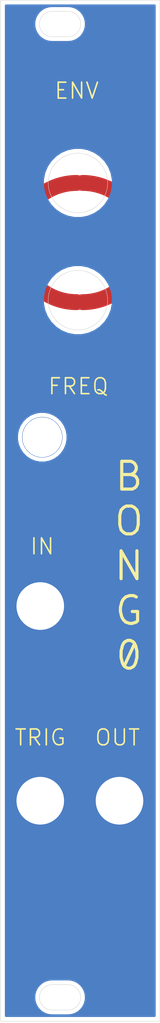
<source format=kicad_pcb>
(kicad_pcb (version 20171130) (host pcbnew "(5.1.5-0)")

  (general
    (thickness 1.6)
    (drawings 371)
    (tracks 0)
    (zones 0)
    (modules 5)
    (nets 2)
  )

  (page A4)
  (layers
    (0 F.Cu signal hide)
    (31 B.Cu signal hide)
    (32 B.Adhes user hide)
    (33 F.Adhes user hide)
    (34 B.Paste user hide)
    (35 F.Paste user hide)
    (36 B.SilkS user hide)
    (37 F.SilkS user)
    (38 B.Mask user)
    (39 F.Mask user)
    (40 Dwgs.User user)
    (41 Cmts.User user hide)
    (42 Eco1.User user hide)
    (43 Eco2.User user hide)
    (44 Edge.Cuts user)
    (45 Margin user hide)
    (46 B.CrtYd user hide)
    (47 F.CrtYd user hide)
    (48 B.Fab user hide)
    (49 F.Fab user hide)
  )

  (setup
    (last_trace_width 0.25)
    (trace_clearance 0.2)
    (zone_clearance 0.508)
    (zone_45_only no)
    (trace_min 0.2)
    (via_size 0.8)
    (via_drill 0.4)
    (via_min_size 0.4)
    (via_min_drill 0.3)
    (uvia_size 0.3)
    (uvia_drill 0.1)
    (uvias_allowed no)
    (uvia_min_size 0.2)
    (uvia_min_drill 0.1)
    (edge_width 0.05)
    (segment_width 0.2)
    (pcb_text_width 0.3)
    (pcb_text_size 1.5 1.5)
    (mod_edge_width 0.12)
    (mod_text_size 1 1)
    (mod_text_width 0.15)
    (pad_size 3.1 3.1)
    (pad_drill 3)
    (pad_to_mask_clearance 0.051)
    (solder_mask_min_width 0.25)
    (aux_axis_origin 0 0)
    (visible_elements FFFFFF7F)
    (pcbplotparams
      (layerselection 0x010fc_ffffffff)
      (usegerberextensions false)
      (usegerberattributes false)
      (usegerberadvancedattributes false)
      (creategerberjobfile false)
      (excludeedgelayer true)
      (linewidth 0.100000)
      (plotframeref false)
      (viasonmask false)
      (mode 1)
      (useauxorigin false)
      (hpglpennumber 1)
      (hpglpenspeed 20)
      (hpglpendiameter 15.000000)
      (psnegative false)
      (psa4output false)
      (plotreference true)
      (plotvalue true)
      (plotinvisibletext false)
      (padsonsilk false)
      (subtractmaskfromsilk false)
      (outputformat 1)
      (mirror false)
      (drillshape 0)
      (scaleselection 1)
      (outputdirectory "Gerbs/"))
  )

  (net 0 "")
  (net 1 GND)

  (net_class Default "This is the default net class."
    (clearance 0.2)
    (trace_width 0.25)
    (via_dia 0.8)
    (via_drill 0.4)
    (uvia_dia 0.3)
    (uvia_drill 0.1)
    (add_net GND)
  )

  (module "custom footprints:5mm_mounting_hole_LED" (layer F.Cu) (tedit 5FF50C3D) (tstamp 6008353E)
    (at 5.25 55)
    (descr "Through hole straight socket strip, 1x01, 2.54mm pitch, single row (from Kicad 4.0.7), script generated")
    (tags "Through hole socket strip THT 1x01 2.54mm single row")
    (fp_text reference REF** (at 0 -2.77) (layer F.SilkS) hide
      (effects (font (size 1 1) (thickness 0.15)))
    )
    (fp_text value 5mm_mounting_hole_LED (at 0 2.77) (layer F.Fab)
      (effects (font (size 1 1) (thickness 0.15)))
    )
    (pad 1 thru_hole circle (at 0 0) (size 5.1 5.1) (drill 5) (layers *.Cu *.Mask))
    (model ${KISYS3DMOD}/Connector_PinSocket_2.54mm.3dshapes/PinSocket_1x01_P2.54mm_Vertical.wrl
      (at (xyz 0 0 0))
      (scale (xyz 1 1 1))
      (rotate (xyz 0 0 0))
    )
  )

  (module "custom footprints:potleaf_small_copper" (layer F.Cu) (tedit 5FFE8352) (tstamp 5FFF190A)
    (at 10.25 117.75)
    (fp_text reference REF** (at -0.2032 2.6797) (layer F.SilkS) hide
      (effects (font (size 1 1) (thickness 0.15)))
    )
    (fp_text value potleaf_small_copper (at -0.0127 -7.5819) (layer F.Fab)
      (effects (font (size 1 1) (thickness 0.15)))
    )
    (fp_poly (pts (xy -3.4036 -3.9751) (xy -3.0861 -3.7338) (xy -2.52095 -3.4163) (xy -1.92405 -2.9845)
      (xy -1.5494 -2.6035) (xy -1.14935 -2.03835) (xy -0.55245 -0.85725) (xy -0.254 -0.2921)
      (xy -0.2413 -0.2794) (xy -0.5715 -0.254) (xy -0.6731 -0.3048) (xy -1.0287 -0.55245)
      (xy -1.4351 -0.92075) (xy -1.7653 -1.27) (xy -2.1209 -1.7018) (xy -2.4003 -2.1209)
      (xy -2.5908 -2.3749) (xy -2.8448 -2.8321) (xy -3.0988 -3.2004) (xy -3.3401 -3.6195)
      (xy -3.6195 -4.1783)) (layer F.Cu) (width 0.1))
    (fp_poly (pts (xy -1.997075 -0.796925) (xy -1.660525 -0.701675) (xy -1.397 -0.6096) (xy -0.6985 -0.2032)
      (xy -0.66802 -0.17526) (xy -0.6604 -0.1905) (xy -0.6604 -0.1778) (xy -0.66802 -0.17526)
      (xy -0.7493 -0.0127) (xy -0.3556 0.127) (xy -0.56515 0.1524) (xy -0.95885 0.1778)
      (xy -1.4351 0.1778) (xy -1.8796 0.1143) (xy -2.3622 0) (xy -2.7559 -0.1143)
      (xy -3.1623 -0.3429) (xy -3.4798 -0.5715) (xy -3.8862 -0.6985) (xy -3.2385 -0.7493)
      (xy -2.7051 -0.7874) (xy -2.24155 -0.79375)) (layer F.Cu) (width 0.1))
    (fp_poly (pts (xy -0.13335 0.2667) (xy -0.50165 0.6985) (xy -0.9398 0.97155) (xy -1.3208 1.11125)
      (xy -2.0701 1.27635) (xy -1.5875 0.7493) (xy -1.1938 0.4826) (xy -0.8255 0.2794)
      (xy -0.3556 0.2032) (xy -0.3302 0.2032)) (layer F.Cu) (width 0.1))
    (fp_poly (pts (xy 0 -0.2159) (xy -0.211138 -0.022225) (xy 0.007937 0.073025) (xy 0.758825 0.61595)
      (xy 0.57785 0.7112) (xy 0 0.254) (xy 0.0127 1.3462) (xy -0.1016 1.2065)
      (xy -0.10795 0.3175) (xy -0.0635 0.3175) (xy -0.4445 0.1016) (xy -0.73025 -0.0508)
      (xy -0.56515 -0.3302)) (layer F.Cu) (width 0.1))
    (fp_poly (pts (xy 0.64135 0.2413) (xy 1.1938 0.5207) (xy 1.520825 0.847725) (xy 1.655763 1.077913)
      (xy 1.887538 1.347788) (xy 1.58115 1.26365) (xy 1.32715 1.18745) (xy 1.14935 1.12395)
      (xy 0.7747 0.9906) (xy 0.415925 0.796925) (xy 0.155575 0.511175) (xy 0.03175 0.34925)
      (xy 0.09525 0.38735) (xy 0.06985 0.32385) (xy 0.13335 0.1524)) (layer F.Cu) (width 0.1))
    (fp_poly (pts (xy 3.0734 -0.762) (xy 3.5052 -0.7366) (xy 4.083207 -0.726057) (xy 3.4036 -0.5715)
      (xy 2.9718 -0.381) (xy 2.6289 -0.1651) (xy 2.2098 0) (xy 1.6764 0.0889)
      (xy 1.2319 0.1143) (xy 0.65405 0.09525) (xy 0.0762 0.0762) (xy 0.0127 0)
      (xy 0.2286 -0.0635) (xy 0.235585 -0.1143) (xy 0.551815 -0.2413) (xy 1.08585 -0.4699)
      (xy 1.6383 -0.6731) (xy 2.032 -0.7874) (xy 2.4765 -0.7874)) (layer F.Cu) (width 0.1))
    (fp_poly (pts (xy 3.0607 -3.4163) (xy 2.8194 -2.921) (xy 2.6162 -2.4638) (xy 2.35585 -1.9431)
      (xy 2.0828 -1.5875) (xy 1.77165 -1.17475) (xy 1.30175 -0.78105) (xy 0.8001 -0.4445)
      (xy -0.3048 0.1524) (xy -0.2794 -0.1778) (xy 0.0254 -0.2286) (xy 0.27305 -0.66675)
      (xy 0.48895 -1.1303) (xy 0.65405 -1.4605) (xy 0.8382 -1.7526) (xy 1.0033 -2.0701)
      (xy 1.2827 -2.4257) (xy 1.5621 -2.7432) (xy 1.8923 -3.0353) (xy 2.2352 -3.2639)
      (xy 2.6162 -3.5179) (xy 3.0099 -3.7846) (xy 3.5433 -4.1783)) (layer F.Cu) (width 0.1))
    (fp_poly (pts (xy 0.2159 -5.5499) (xy 0.3175 -5.0673) (xy 0.4318 -4.6101) (xy 0.51435 -4.2799)
      (xy 0.57785 -3.8989) (xy 0.6223 -3.3782) (xy 0.6223 -2.8448) (xy 0.5715 -2.2606)
      (xy 0.508 -1.7399) (xy 0.365125 -1.2446) (xy 0.066675 -0.2286) (xy -0.14605 -0.2794)
      (xy -0.381 -1.1938) (xy -0.554038 -2.0574) (xy -0.538163 -2.8448) (xy -0.485775 -3.5052)
      (xy -0.32385 -4.2799) (xy -0.0889 -5.0927) (xy 0.0381 -5.8674) (xy 0.1016 -6.3881)) (layer F.Cu) (width 0.1))
    (fp_poly (pts (xy 0.6604 0.24765) (xy 1.21285 0.52705) (xy 1.539875 0.854075) (xy 1.674813 1.084263)
      (xy 1.906588 1.354138) (xy 1.6002 1.27) (xy 1.3462 1.1938) (xy 1.1684 1.1303)
      (xy 0.79375 0.99695) (xy 0.434975 0.803275) (xy 0.174625 0.517525) (xy 0.0508 0.3556)
      (xy 0.1143 0.3937) (xy 0.0889 0.3302) (xy 0.1524 0.15875)) (layer F.Mask) (width 0.1))
    (fp_poly (pts (xy -0.13335 0.2667) (xy -0.50165 0.6985) (xy -0.9398 0.97155) (xy -1.3208 1.11125)
      (xy -2.0701 1.27635) (xy -1.5875 0.7493) (xy -1.1938 0.4826) (xy -0.8255 0.2794)
      (xy -0.3556 0.2032) (xy -0.3302 0.2032)) (layer F.Mask) (width 0.1))
    (fp_poly (pts (xy 3.0734 -0.762) (xy 3.5052 -0.7366) (xy 4.083207 -0.726057) (xy 3.4036 -0.5715)
      (xy 2.9718 -0.381) (xy 2.6289 -0.1651) (xy 2.2098 0) (xy 1.6764 0.0889)
      (xy 1.2319 0.1143) (xy 0.65405 0.09525) (xy 0.0762 0.0762) (xy 0.0127 0)
      (xy 0.2286 -0.0635) (xy 0.235585 -0.1143) (xy 0.551815 -0.2413) (xy 1.08585 -0.4699)
      (xy 1.6383 -0.6731) (xy 2.032 -0.7874) (xy 2.4765 -0.7874)) (layer F.Mask) (width 0.1))
    (fp_poly (pts (xy 3.0607 -3.4163) (xy 2.8194 -2.921) (xy 2.6162 -2.4638) (xy 2.35585 -1.9431)
      (xy 2.0828 -1.5875) (xy 1.77165 -1.17475) (xy 1.30175 -0.78105) (xy 0.8001 -0.4445)
      (xy -0.3048 0.1524) (xy -0.2794 -0.1778) (xy 0.0254 -0.2286) (xy 0.27305 -0.66675)
      (xy 0.48895 -1.1303) (xy 0.65405 -1.4605) (xy 0.8382 -1.7526) (xy 1.0033 -2.0701)
      (xy 1.2827 -2.4257) (xy 1.5621 -2.7432) (xy 1.8923 -3.0353) (xy 2.2352 -3.2639)
      (xy 2.6162 -3.5179) (xy 3.0099 -3.7846) (xy 3.5433 -4.1783)) (layer F.Mask) (width 0.1))
    (fp_poly (pts (xy 0.2159 -5.5499) (xy 0.3175 -5.0673) (xy 0.4318 -4.6101) (xy 0.51435 -4.2799)
      (xy 0.57785 -3.8989) (xy 0.6223 -3.3782) (xy 0.6223 -2.8448) (xy 0.5715 -2.2606)
      (xy 0.508 -1.7399) (xy 0.365125 -1.2446) (xy 0.066675 -0.2286) (xy -0.14605 -0.2794)
      (xy -0.381 -1.1938) (xy -0.554038 -2.0574) (xy -0.538163 -2.8448) (xy -0.485775 -3.5052)
      (xy -0.32385 -4.2799) (xy -0.0889 -5.0927) (xy 0.0381 -5.8674) (xy 0.1016 -6.3881)) (layer F.Mask) (width 0.1))
    (fp_poly (pts (xy -3.4036 -3.9751) (xy -3.0861 -3.7338) (xy -2.52095 -3.4163) (xy -1.92405 -2.9845)
      (xy -1.5494 -2.6035) (xy -1.14935 -2.03835) (xy -0.55245 -0.85725) (xy -0.254 -0.2921)
      (xy -0.2413 -0.2794) (xy -0.5715 -0.254) (xy -0.6731 -0.3048) (xy -1.0287 -0.55245)
      (xy -1.4351 -0.92075) (xy -1.7653 -1.27) (xy -2.1209 -1.7018) (xy -2.4003 -2.1209)
      (xy -2.5908 -2.3749) (xy -2.8448 -2.8321) (xy -3.0988 -3.2004) (xy -3.3401 -3.6195)
      (xy -3.6195 -4.1783)) (layer F.Mask) (width 0.1))
    (fp_poly (pts (xy -1.997075 -0.796925) (xy -1.660525 -0.701675) (xy -1.397 -0.6096) (xy -0.6985 -0.2032)
      (xy -0.66802 -0.17526) (xy -0.6604 -0.1905) (xy -0.6604 -0.1778) (xy -0.66802 -0.17526)
      (xy -0.7493 -0.0127) (xy -0.3556 0.127) (xy -0.56515 0.1524) (xy -0.95885 0.1778)
      (xy -1.4351 0.1778) (xy -1.8796 0.1143) (xy -2.3622 0) (xy -2.7559 -0.1143)
      (xy -3.1623 -0.3429) (xy -3.4798 -0.5715) (xy -3.8862 -0.6985) (xy -3.2385 -0.7493)
      (xy -2.7051 -0.7874) (xy -2.24155 -0.79375)) (layer F.Mask) (width 0.1))
    (fp_poly (pts (xy 0 -0.2159) (xy -0.211138 -0.022225) (xy 0.007937 0.073025) (xy 0.758825 0.61595)
      (xy 0.57785 0.7112) (xy 0 0.254) (xy 0.0127 1.3462) (xy -0.1016 1.2065)
      (xy -0.10795 0.3175) (xy -0.0635 0.3175) (xy -0.4445 0.1016) (xy -0.73025 -0.0508)
      (xy -0.56515 -0.3302)) (layer F.Mask) (width 0.1))
    (fp_line (start -0.520414 -1.903032) (end -0.513586 -1.836596) (layer F.Mask) (width 0.000002))
    (fp_arc (start -3.930539 -0.713682) (end -3.937255 -0.719526) (angle -33.85090818) (layer F.Mask) (width 0.000002))
    (fp_arc (start -3.930294 -0.713469) (end -3.93283 -0.722341) (angle -33.02354606) (layer F.Mask) (width 0.000002))
    (fp_arc (start -3.911527 -0.647807) (end -3.923728 -0.724359) (angle -6.894497836) (layer F.Mask) (width 0.000002))
    (fp_line (start -3.880824 -0.730072) (end -3.923728 -0.724359) (layer F.Mask) (width 0.000002))
    (fp_line (start -3.824618 -0.735421) (end -3.880824 -0.730072) (layer F.Mask) (width 0.000002))
    (fp_line (start -3.750477 -0.740941) (end -3.824618 -0.735421) (layer F.Mask) (width 0.000002))
    (fp_line (start -3.64919 -0.747227) (end -3.750477 -0.740941) (layer F.Mask) (width 0.000002))
    (fp_line (start -3.53575 -0.754465) (end -3.64919 -0.747227) (layer F.Mask) (width 0.000002))
    (fp_line (start -3.444841 -0.761671) (end -3.53575 -0.754465) (layer F.Mask) (width 0.000002))
    (fp_line (start -3.364054 -0.769858) (end -3.444841 -0.761671) (layer F.Mask) (width 0.000002))
    (fp_line (start -3.282478 -0.780033) (end -3.364054 -0.769858) (layer F.Mask) (width 0.000002))
    (fp_line (start -3.204412 -0.789237) (end -3.282478 -0.780033) (layer F.Mask) (width 0.000002))
    (fp_line (start -3.105452 -0.79819) (end -3.204412 -0.789237) (layer F.Mask) (width 0.000002))
    (fp_line (start -2.997269 -0.806051) (end -3.105452 -0.79819) (layer F.Mask) (width 0.000002))
    (fp_line (start -2.889978 -0.811961) (end -2.997269 -0.806051) (layer F.Mask) (width 0.000002))
    (fp_line (start -2.841107 -0.814217) (end -2.889978 -0.811961) (layer F.Mask) (width 0.000002))
    (fp_line (start -2.771916 -0.817408) (end -2.841107 -0.814217) (layer F.Mask) (width 0.000002))
    (fp_line (start -2.696254 -0.820896) (end -2.771916 -0.817408) (layer F.Mask) (width 0.000002))
    (fp_line (start -2.624978 -0.824179) (end -2.696254 -0.820896) (layer F.Mask) (width 0.000002))
    (fp_line (start -2.457108 -0.831157) (end -2.624978 -0.824179) (layer F.Mask) (width 0.000002))
    (fp_line (start -2.282247 -0.836948) (end -2.457108 -0.831157) (layer F.Mask) (width 0.000002))
    (fp_line (start -2.108676 -0.841931) (end -2.282247 -0.836948) (layer F.Mask) (width 0.000002))
    (fp_arc (start -2.108214 -0.825567) (end -2.099607 -0.839493) (angle -33.33682641) (layer F.Mask) (width 0.000002))
    (fp_arc (start -2.094902 -0.847105) (end -2.099607 -0.839493) (angle -23.95733018) (layer F.Mask) (width 0.000002))
    (fp_line (start -2.080612 -0.836225) (end -2.096111 -0.838238) (layer F.Mask) (width 0.000002))
    (fp_line (start -2.062229 -0.834181) (end -2.080612 -0.836225) (layer F.Mask) (width 0.000002))
    (fp_line (start -2.041285 -0.832287) (end -2.062229 -0.834181) (layer F.Mask) (width 0.000002))
    (fp_line (start -0.529946 -2.012519) (end -0.527351 -1.982876) (layer F.Mask) (width 0.000002))
    (fp_line (start 0.612378 0.147086) (end 0.657522 0.150622) (layer F.Mask) (width 0.000002))
    (fp_line (start 0.563537 0.143388) (end 0.612378 0.147086) (layer F.Mask) (width 0.000002))
    (fp_line (start 0.518194 0.140058) (end 0.563537 0.143388) (layer F.Mask) (width 0.000002))
    (fp_line (start 0.485022 0.137755) (end 0.518194 0.140058) (layer F.Mask) (width 0.000002))
    (fp_line (start 0.453615 0.135486) (end 0.485022 0.137755) (layer F.Mask) (width 0.000002))
    (fp_line (start 0.414584 0.132326) (end 0.453615 0.135486) (layer F.Mask) (width 0.000002))
    (fp_line (start 0.374606 0.128849) (end 0.414584 0.132326) (layer F.Mask) (width 0.000002))
    (fp_line (start 0.340022 0.125579) (end 0.374606 0.128849) (layer F.Mask) (width 0.000002))
    (fp_line (start 0.278512 0.120402) (end 0.340022 0.125579) (layer F.Mask) (width 0.000002))
    (fp_line (start 0.226901 0.118134) (end 0.278512 0.120402) (layer F.Mask) (width 0.000002))
    (fp_line (start -1.168636 -2.119335) (end -1.297416 -2.326949) (layer F.Mask) (width 0.000002))
    (fp_line (start -1.039877 -1.889723) (end -1.168636 -2.119335) (layer F.Mask) (width 0.000002))
    (fp_line (start 0.263811 0.144985) (end 0.225611 0.137712) (layer F.Mask) (width 0.000002))
    (fp_line (start 0.30182 0.151668) (end 0.263811 0.144985) (layer F.Mask) (width 0.000002))
    (fp_line (start 0.327522 0.155429) (end 0.30182 0.151668) (layer F.Mask) (width 0.000002))
    (fp_arc (start 0.23095 0.933381) (end 0.41585 0.171576) (angle -6.566361639) (layer F.Mask) (width 0.000002))
    (fp_line (start 0.542223 0.20486) (end 0.41585 0.171576) (layer F.Mask) (width 0.000002))
    (fp_line (start 0.68155 0.247366) (end 0.542223 0.20486) (layer F.Mask) (width 0.000002))
    (fp_line (start 0.815022 0.294009) (end 0.68155 0.247366) (layer F.Mask) (width 0.000002))
    (fp_line (start 0.858649 0.311046) (end 0.815022 0.294009) (layer F.Mask) (width 0.000002))
    (fp_line (start 0.904637 0.330487) (end 0.858649 0.311046) (layer F.Mask) (width 0.000002))
    (fp_line (start 0.952079 0.35193) (end 0.904637 0.330487) (layer F.Mask) (width 0.000002))
    (fp_line (start 1.000085 0.374987) (end 0.952079 0.35193) (layer F.Mask) (width 0.000002))
    (fp_arc (start 0.36098 1.668146) (end 1.152408 0.462179) (angle -6.975783365) (layer F.Mask) (width 0.000002))
    (fp_line (start -0.399919 -1.15274) (end -0.397902 -1.142472) (layer F.Mask) (width 0.000002))
    (fp_arc (start 2.617018 -2.484701) (end 2.619743 -2.483438) (angle -24.86823066) (layer F.Mask) (width 0.000002))
    (fp_line (start 2.611209 -2.465048) (end 2.619743 -2.483438) (layer F.Mask) (width 0.000002))
    (fp_line (start 2.601523 -2.444368) (end 2.611209 -2.465048) (layer F.Mask) (width 0.000002))
    (fp_line (start 2.590022 -2.42013) (end 2.601523 -2.444368) (layer F.Mask) (width 0.000002))
    (fp_line (start 2.578521 -2.395854) (end 2.590022 -2.42013) (layer F.Mask) (width 0.000002))
    (fp_line (start 2.568834 -2.375049) (end 2.578521 -2.395854) (layer F.Mask) (width 0.000002))
    (fp_line (start 2.560385 -2.356671) (end 2.568834 -2.375049) (layer F.Mask) (width 0.000002))
    (fp_arc (start 2.564016 -2.355005) (end 2.560385 -2.356671) (angle -24.6439765) (layer F.Mask) (width 0.000002))
    (fp_arc (start 2.552181 -2.355005) (end 2.559292 -2.351703) (angle -24.90854605) (layer F.Mask) (width 0.000002))
    (fp_line (start 2.520677 -2.268579) (end 2.559292 -2.351703) (layer F.Mask) (width 0.000002))
    (fp_line (start 2.477758 -2.176661) (end 2.520677 -2.268579) (layer F.Mask) (width 0.000002))
    (fp_line (start 2.427442 -2.069723) (end 2.477758 -2.176661) (layer F.Mask) (width 0.000002))
    (fp_line (start 2.404537 -2.021826) (end 2.427442 -2.069723) (layer F.Mask) (width 0.000002))
    (fp_line (start 2.376801 -1.96502) (end 2.404537 -2.021826) (layer F.Mask) (width 0.000002))
    (fp_line (start 2.34773 -1.906002) (end 2.376801 -1.96502) (layer F.Mask) (width 0.000002))
    (fp_arc (start 2.33493 -1.912314) (end 2.345022 -1.902223) (angle -18.75265696) (layer F.Mask) (width 0.000002))
    (fp_arc (start 2.351739 -1.895505) (end 2.345022 -1.902223) (angle -14.08958954) (layer F.Mask) (width 0.000002))
    (fp_line (start 2.340177 -1.894582) (end 2.343588 -1.900385) (layer F.Mask) (width 0.000002))
    (fp_line (start 2.336238 -1.887565) (end 2.340177 -1.894582) (layer F.Mask) (width 0.000002))
    (fp_line (start 2.332041 -1.879723) (end 2.336238 -1.887565) (layer F.Mask) (width 0.000002))
    (fp_line (start 2.323008 -1.862884) (end 2.332041 -1.879723) (layer F.Mask) (width 0.000002))
    (fp_line (start 2.312309 -1.843691) (end 2.323008 -1.862884) (layer F.Mask) (width 0.000002))
    (fp_line (start 2.301117 -1.824201) (end 2.312309 -1.843691) (layer F.Mask) (width 0.000002))
    (fp_line (start 2.290563 -1.806424) (end 2.301117 -1.824201) (layer F.Mask) (width 0.000002))
    (fp_line (start 2.286359 -1.799399) (end 2.290563 -1.806424) (layer F.Mask) (width 0.000002))
    (fp_line (start 2.279895 -1.788454) (end 2.286359 -1.799399) (layer F.Mask) (width 0.000002))
    (fp_line (start 2.27263 -1.776079) (end 2.279895 -1.788454) (layer F.Mask) (width 0.000002))
    (fp_line (start 2.265538 -1.763924) (end 2.27263 -1.776079) (layer F.Mask) (width 0.000002))
    (fp_arc (start 0.671422 -2.691036) (end 2.176513 -1.625463) (angle -5.11612147) (layer F.Mask) (width 0.000002))
    (fp_line (start 2.060765 -1.471284) (end 2.176513 -1.625463) (layer F.Mask) (width 0.000002))
    (fp_line (start 1.929379 -1.314885) (end 2.060765 -1.471284) (layer F.Mask) (width 0.000002))
    (fp_line (start 1.792561 -1.169233) (end 1.929379 -1.314885) (layer F.Mask) (width 0.000002))
    (fp_arc (start -1.200185 -4.146252) (end 1.512462 -0.911949) (angle -5.163996652) (layer F.Mask) (width 0.000002))
    (fp_line (start 1.202444 -0.673055) (end 1.512462 -0.911949) (layer F.Mask) (width 0.000002))
    (fp_line (start 0.84653 -0.441132) (end 1.202444 -0.673055) (layer F.Mask) (width 0.000002))
    (fp_line (start 0.427522 -0.204616) (end 0.84653 -0.441132) (layer F.Mask) (width 0.000002))
    (fp_line (start 0.40721 -0.193794) (end 0.427522 -0.204616) (layer F.Mask) (width 0.000002))
    (fp_line (start 0.383256 -0.180951) (end 0.40721 -0.193794) (layer F.Mask) (width 0.000002))
    (fp_line (start 0.359541 -0.168175) (end 0.383256 -0.180951) (layer F.Mask) (width 0.000002))
    (fp_line (start 0.340022 -0.157589) (end 0.359541 -0.168175) (layer F.Mask) (width 0.000002))
    (fp_line (start 0.322766 -0.148231) (end 0.340022 -0.157589) (layer F.Mask) (width 0.000002))
    (fp_line (start 0.306062 -0.139251) (end 0.322766 -0.148231) (layer F.Mask) (width 0.000002))
    (fp_line (start 0.291782 -0.131641) (end 0.306062 -0.139251) (layer F.Mask) (width 0.000002))
    (fp_line (start 0.284097 -0.127663) (end 0.291782 -0.131641) (layer F.Mask) (width 0.000002))
    (fp_arc (start 0.341016 -0.014986) (end 0.284097 -0.127663) (angle -8.622610983) (layer F.Mask) (width 0.000002))
    (fp_arc (start 0.376544 0.034965) (end 0.267847 -0.117855) (angle -6.409496987) (layer F.Mask) (width 0.000002))
    (fp_arc (start 0.38397 0.04326) (end 0.251467 -0.104766) (angle -5.405656274) (layer F.Mask) (width 0.000002))
    (fp_arc (start 0.246645 -0.083733) (end 0.238111 -0.091625) (angle -42.76172539) (layer F.Mask) (width 0.000002))
    (fp_arc (start 0.24272 -0.083733) (end 0.235022 -0.083733) (angle -27.15666233) (layer F.Mask) (width 0.000002))
    (fp_arc (start 0.239402 -0.082031) (end 0.23587 -0.08022) (angle -44.53588418) (layer F.Mask) (width 0.000002))
    (fp_arc (start 0.241353 -0.087929) (end 0.238155 -0.078263) (angle -24.19419325) (layer F.Mask) (width 0.000002))
    (fp_arc (start 0.234457 -0.154816) (end 0.242398 -0.077801) (angle -5.423293526) (layer F.Mask) (width 0.000002))
    (fp_arc (start 0.231204 -0.171082) (end 0.249641 -0.078896) (angle -11.83022724) (layer F.Mask) (width 0.000002))
    (fp_line (start 0.328992 -0.110977) (end 0.268149 -0.084634) (layer F.Mask) (width 0.000002))
    (fp_line (start 0.396972 -0.141472) (end 0.328992 -0.110977) (layer F.Mask) (width 0.000002))
    (fp_line (start 0.465022 -0.173357) (end 0.396972 -0.141472) (layer F.Mask) (width 0.000002))
    (fp_line (start 0.488044 -0.184344) (end 0.465022 -0.173357) (layer F.Mask) (width 0.000002))
    (fp_line (start 0.51385 -0.1966) (end 0.488044 -0.184344) (layer F.Mask) (width 0.000002))
    (fp_line (start 0.538478 -0.20825) (end 0.51385 -0.1966) (layer F.Mask) (width 0.000002))
    (fp_line (start 0.557522 -0.217202) (end 0.538478 -0.20825) (layer F.Mask) (width 0.000002))
    (fp_line (start 0.577497 -0.226607) (end 0.557522 -0.217202) (layer F.Mask) (width 0.000002))
    (fp_line (start 0.6056 -0.239946) (end 0.577497 -0.226607) (layer F.Mask) (width 0.000002))
    (fp_line (start 0.636247 -0.254556) (end 0.6056 -0.239946) (layer F.Mask) (width 0.000002))
    (fp_line (start 0.665022 -0.268339) (end 0.636247 -0.254556) (layer F.Mask) (width 0.000002))
    (fp_line (start 0.719936 -0.294639) (end 0.665022 -0.268339) (layer F.Mask) (width 0.000002))
    (fp_line (start 0.761702 -0.314465) (end 0.719936 -0.294639) (layer F.Mask) (width 0.000002))
    (fp_line (start 0.796707 -0.330852) (end 0.761702 -0.314465) (layer F.Mask) (width 0.000002))
    (fp_line (start 0.830022 -0.346184) (end 0.796707 -0.330852) (layer F.Mask) (width 0.000002))
    (fp_line (start 0.865354 -0.362426) (end 0.830022 -0.346184) (layer F.Mask) (width 0.000002))
    (fp_line (start 0.931774 -0.393251) (end 0.865354 -0.362426) (layer F.Mask) (width 0.000002))
    (fp_line (start 0.999694 -0.424868) (end 0.931774 -0.393251) (layer F.Mask) (width 0.000002))
    (fp_line (start 1.047522 -0.447267) (end 0.999694 -0.424868) (layer F.Mask) (width 0.000002))
    (fp_line (start 1.194502 -0.515343) (end 1.047522 -0.447267) (layer F.Mask) (width 0.000002))
    (fp_line (start 1.345333 -0.583097) (end 1.194502 -0.515343) (layer F.Mask) (width 0.000002))
    (fp_line (start 1.483653 -0.643342) (end 1.345333 -0.583097) (layer F.Mask) (width 0.000002))
    (fp_line (start 1.590022 -0.68732) (end 1.483653 -0.643342) (layer F.Mask) (width 0.000002))
    (fp_line (start 1.643337 -0.708389) (end 1.590022 -0.68732) (layer F.Mask) (width 0.000002))
    (fp_line (start 1.678135 -0.721641) (end 1.643337 -0.708389) (layer F.Mask) (width 0.000002))
    (fp_line (start 1.707932 -0.732231) (end 1.678135 -0.721641) (layer F.Mask) (width 0.000002))
    (fp_line (start 1.742522 -0.743711) (end 1.707932 -0.732231) (layer F.Mask) (width 0.000002))
    (fp_line (start 1.80162 -0.761533) (end 1.742522 -0.743711) (layer F.Mask) (width 0.000002))
    (fp_line (start 1.863071 -0.777616) (end 1.80162 -0.761533) (layer F.Mask) (width 0.000002))
    (fp_line (start 1.924574 -0.791403) (end 1.863071 -0.777616) (layer F.Mask) (width 0.000002))
    (fp_line (start 1.983822 -0.802331) (end 1.924574 -0.791403) (layer F.Mask) (width 0.000002))
    (fp_line (start 2.025789 -0.808218) (end 1.983822 -0.802331) (layer F.Mask) (width 0.000002))
    (fp_line (start 2.061324 -0.811025) (end 2.025789 -0.808218) (layer F.Mask) (width 0.000002))
    (fp_line (start 2.105896 -0.811739) (end 2.061324 -0.811025) (layer F.Mask) (width 0.000002))
    (fp_line (start 2.186322 -0.81063) (end 2.105896 -0.811739) (layer F.Mask) (width 0.000002))
    (fp_line (start 2.243234 -0.809265) (end 2.186322 -0.81063) (layer F.Mask) (width 0.000002))
    (fp_line (start 2.301607 -0.807263) (end 2.243234 -0.809265) (layer F.Mask) (width 0.000002))
    (fp_line (start 2.353546 -0.804968) (end 2.301607 -0.807263) (layer F.Mask) (width 0.000002))
    (fp_line (start 2.387522 -0.802733) (end 2.353546 -0.804968) (layer F.Mask) (width 0.000002))
    (fp_line (start 2.418287 -0.800298) (end 2.387522 -0.802733) (layer F.Mask) (width 0.000002))
    (fp_line (start 2.457662 -0.797373) (end 2.418287 -0.800298) (layer F.Mask) (width 0.000002))
    (fp_line (start 2.498691 -0.794455) (end 2.457662 -0.797373) (layer F.Mask) (width 0.000002))
    (fp_line (start 2.535022 -0.79201) (end 2.498691 -0.794455) (layer F.Mask) (width 0.000002))
    (fp_line (start 2.572057 -0.789582) (end 2.535022 -0.79201) (layer F.Mask) (width 0.000002))
    (fp_line (start 2.615318 -0.786707) (end 2.572057 -0.789582) (layer F.Mask) (width 0.000002))
    (fp_line (start 2.657867 -0.78385) (end 2.615318 -0.786707) (layer F.Mask) (width 0.000002))
    (fp_line (start 2.692522 -0.78149) (end 2.657867 -0.78385) (layer F.Mask) (width 0.000002))
    (fp_line (start 2.745145 -0.77932) (end 2.692522 -0.78149) (layer F.Mask) (width 0.000002))
    (fp_line (start 2.937897 -0.77687) (end 2.745145 -0.77932) (layer F.Mask) (width 0.000002))
    (fp_line (start 3.166132 -0.774654) (end 2.937897 -0.77687) (layer F.Mask) (width 0.000002))
    (fp_line (start 3.422522 -0.773003) (end 3.166132 -0.774654) (layer F.Mask) (width 0.000002))
    (fp_line (start 3.760194 -0.771026) (end 3.422522 -0.773003) (layer F.Mask) (width 0.000002))
    (fp_line (start 3.946598 -0.769047) (end 3.760194 -0.771026) (layer F.Mask) (width 0.000002))
    (fp_line (start 4.075267 -0.766972) (end 3.946598 -0.769047) (layer F.Mask) (width 0.000002))
    (fp_arc (start 4.074767 -0.738654) (end 4.088772 -0.763271) (angle -28.62507096) (layer F.Mask) (width 0.000002))
    (fp_arc (start 4.075727 -0.740343) (end 4.097766 -0.75484) (angle -27.02694093) (layer F.Mask) (width 0.000002))
    (fp_arc (start 4.085485 -0.746761) (end 4.100023 -0.744588) (angle -41.83999439) (layer F.Mask) (width 0.000002))
    (fp_arc (start 4.081803 -0.747312) (end 4.094871 -0.734326) (angle -36.31462598) (layer F.Mask) (width 0.000002))
    (fp_arc (start 4.065208 -0.763801) (end 4.083207 -0.726057) (angle -19.68685136) (layer F.Mask) (width 0.000002))
    (fp_arc (start 4.019585 -0.859474) (end 4.065174 -0.718869) (angle -7.530537781) (layer F.Mask) (width 0.000002))
    (fp_line (start 4.000776 -0.698195) (end 4.065174 -0.718869) (layer F.Mask) (width 0.000002))
    (fp_line (start 3.938093 -0.678608) (end 4.000776 -0.698195) (layer F.Mask) (width 0.000002))
    (fp_line (start 3.902522 -0.668623) (end 3.938093 -0.678608) (layer F.Mask) (width 0.000002))
    (fp_line (start 3.773171 -0.631831) (end 3.902522 -0.668623) (layer F.Mask) (width 0.000002))
    (fp_line (start 3.598786 -0.574797) (end 3.773171 -0.631831) (layer F.Mask) (width 0.000002))
    (fp_line (start 3.419767 -0.511749) (end 3.598786 -0.574797) (layer F.Mask) (width 0.000002))
    (fp_line (start 3.272522 -0.454726) (end 3.419767 -0.511749) (layer F.Mask) (width 0.000002))
    (fp_line (start 3.149199 -0.401922) (end 3.272522 -0.454726) (layer F.Mask) (width 0.000002))
    (fp_line (start 3.003927 -0.335409) (end 3.149199 -0.401922) (layer F.Mask) (width 0.000002))
    (fp_line (start 2.8626 -0.26751) (end 3.003927 -0.335409) (layer F.Mask) (width 0.000002))
    (fp_line (start 2.752522 -0.210801) (end 2.8626 -0.26751) (layer F.Mask) (width 0.000002))
    (fp_line (start 2.618504 -0.139567) (end 2.752522 -0.210801) (layer F.Mask) (width 0.000002))
    (fp_line (start 2.53344 -0.097304) (end 2.618504 -0.139567) (layer F.Mask) (width 0.000002))
    (fp_line (start 2.458987 -0.064869) (end 2.53344 -0.097304) (layer F.Mask) (width 0.000002))
    (fp_line (start 2.367522 -0.029822) (end 2.458987 -0.064869) (layer F.Mask) (width 0.000002))
    (fp_line (start 2.292423 -0.002693) (end 2.367522 -0.029822) (layer F.Mask) (width 0.000002))
    (fp_line (start 2.252851 0.010723) (end 2.292423 -0.002693) (layer F.Mask) (width 0.000002))
    (fp_line (start 2.2134 0.022598) (end 2.252851 0.010723) (layer F.Mask) (width 0.000002))
    (fp_line (start 2.140022 0.043034) (end 2.2134 0.022598) (layer F.Mask) (width 0.000002))
    (fp_line (start 2.020804 0.072545) (end 2.140022 0.043034) (layer F.Mask) (width 0.000002))
    (fp_line (start 1.88362 0.100279) (end 2.020804 0.072545) (layer F.Mask) (width 0.000002))
    (fp_line (start 1.745884 0.123156) (end 1.88362 0.100279) (layer F.Mask) (width 0.000002))
    (fp_line (start 1.625022 0.137838) (end 1.745884 0.123156) (layer F.Mask) (width 0.000002))
    (fp_line (start 1.601013 0.140138) (end 1.625022 0.137838) (layer F.Mask) (width 0.000002))
    (fp_line (start 1.566506 0.143487) (end 1.601013 0.140138) (layer F.Mask) (width 0.000002))
    (fp_line (start 1.528547 0.147195) (end 1.566506 0.143487) (layer F.Mask) (width 0.000002))
    (fp_line (start 1.492522 0.150739) (end 1.528547 0.147195) (layer F.Mask) (width 0.000002))
    (fp_line (start 1.358935 0.158145) (end 1.492522 0.150739) (layer F.Mask) (width 0.000002))
    (fp_line (start 1.08619 0.159806) (end 1.358935 0.158145) (layer F.Mask) (width 0.000002))
    (fp_line (start 0.81307 0.157895) (end 1.08619 0.159806) (layer F.Mask) (width 0.000002))
    (fp_line (start 0.657522 0.150622) (end 0.81307 0.157895) (layer F.Mask) (width 0.000002))
    (fp_line (start 0.1847 0.117876) (end 0.226901 0.118134) (layer F.Mask) (width 0.000002))
    (fp_arc (start 0.18473 0.122585) (end 0.1847 0.117876) (angle -89.6287458) (layer F.Mask) (width 0.000002))
    (fp_arc (start 0.182611 0.122585) (end 0.180022 0.122585) (angle -55.50086928) (layer F.Mask) (width 0.000002))
    (fp_arc (start 0.201348 0.095322) (end 0.181144 0.124719) (angle -8.173786249) (layer F.Mask) (width 0.000002))
    (fp_line (start -0.889364 -1.611845) (end -0.905659 -1.641938) (layer F.Mask) (width 0.000002))
    (fp_line (start -0.878779 -1.592223) (end -0.889364 -1.611845) (layer F.Mask) (width 0.000002))
    (fp_line (start 0.511249 -1.216774) (end 0.464982 -1.119723) (layer F.Mask) (width 0.000002))
    (fp_line (start 0.596807 -1.387672) (end 0.511249 -1.216774) (layer F.Mask) (width 0.000002))
    (fp_line (start 0.683548 -1.558364) (end 0.596807 -1.387672) (layer F.Mask) (width 0.000002))
    (fp_line (start 0.724269 -1.633473) (end 0.683548 -1.558364) (layer F.Mask) (width 0.000002))
    (fp_line (start 0.738678 -1.658634) (end 0.724269 -1.633473) (layer F.Mask) (width 0.000002))
    (fp_line (start 0.749929 -1.678364) (end 0.738678 -1.658634) (layer F.Mask) (width 0.000002))
    (fp_line (start 0.759609 -1.695445) (end 0.749929 -1.678364) (layer F.Mask) (width 0.000002))
    (fp_line (start 0.769048 -1.712223) (end 0.759609 -1.695445) (layer F.Mask) (width 0.000002))
    (fp_line (start 0.775983 -1.724376) (end 0.769048 -1.712223) (layer F.Mask) (width 0.000002))
    (fp_line (start 0.78759 -1.744269) (end 0.775983 -1.724376) (layer F.Mask) (width 0.000002))
    (fp_line (start 0.800976 -1.767015) (end 0.78759 -1.744269) (layer F.Mask) (width 0.000002))
    (fp_line (start 0.814458 -1.789723) (end 0.800976 -1.767015) (layer F.Mask) (width 0.000002))
    (fp_line (start 0.827575 -1.811732) (end 0.814458 -1.789723) (layer F.Mask) (width 0.000002))
    (fp_line (start 0.839864 -1.832376) (end 0.827575 -1.811732) (layer F.Mask) (width 0.000002))
    (fp_line (start 0.850197 -1.849757) (end 0.839864 -1.832376) (layer F.Mask) (width 0.000002))
    (fp_line (start 0.854889 -1.857693) (end 0.850197 -1.849757) (layer F.Mask) (width 0.000002))
    (fp_line (start 0.899259 -1.929767) (end 0.854889 -1.857693) (layer F.Mask) (width 0.000002))
    (fp_line (start 0.962393 -2.026163) (end 0.899259 -1.929767) (layer F.Mask) (width 0.000002))
    (fp_line (start 1.029939 -2.125729) (end 0.962393 -2.026163) (layer F.Mask) (width 0.000002))
    (fp_line (start 1.089543 -2.209723) (end 1.029939 -2.125729) (layer F.Mask) (width 0.000002))
    (fp_line (start 1.146819 -2.286359) (end 1.089543 -2.209723) (layer F.Mask) (width 0.000002))
    (fp_line (start 1.217177 -2.376939) (end 1.146819 -2.286359) (layer F.Mask) (width 0.000002))
    (fp_line (start 1.284639 -2.461458) (end 1.217177 -2.376939) (layer F.Mask) (width 0.000002))
    (fp_line (start 1.327847 -2.512223) (end 1.284639 -2.461458) (layer F.Mask) (width 0.000002))
    (fp_line (start 2.635064 -2.518111) (end 2.644416 -2.538042) (layer F.Mask) (width 0.000002))
    (fp_line (start 2.627187 -2.501055) (end 2.635064 -2.518111) (layer F.Mask) (width 0.000002))
    (fp_line (start 2.620294 -2.485956) (end 2.627187 -2.501055) (layer F.Mask) (width 0.000002))
    (fp_arc (start 2.623048 -2.484701) (end 2.620294 -2.485956) (angle -24.50101803) (layer F.Mask) (width 0.000002))
    (fp_line (start -0.924015 -1.675778) (end -0.941963 -1.708806) (layer F.Mask) (width 0.000002))
    (fp_line (start -0.905659 -1.641938) (end -0.924015 -1.675778) (layer F.Mask) (width 0.000002))
    (fp_arc (start 1.902322 1.386851) (end 1.912962 1.390934) (angle -42.79890209) (layer F.Mask) (width 0.000002))
    (fp_arc (start 1.907674 1.388905) (end 1.910571 1.393771) (angle -38.23970561) (layer F.Mask) (width 0.000002))
    (fp_arc (start 1.899243 1.374743) (end 1.905675 1.395933) (angle -13.88249364) (layer F.Mask) (width 0.000002))
    (fp_arc (start 1.894853 1.360279) (end 1.898837 1.397326) (angle -10.74561992) (layer F.Mask) (width 0.000002))
    (fp_arc (start 1.890414 1.319003) (end 1.890414 1.397777) (angle -6.138576527) (layer F.Mask) (width 0.000002))
    (fp_line (start 0.393609 -0.958622) (end 0.385721 -0.939723) (layer F.Mask) (width 0.000002))
    (fp_line (start 0.420843 -1.020616) (end 0.393609 -0.958622) (layer F.Mask) (width 0.000002))
    (fp_line (start 0.44772 -1.081406) (end 0.420843 -1.020616) (layer F.Mask) (width 0.000002))
    (fp_line (start 0.464982 -1.119723) (end 0.44772 -1.081406) (layer F.Mask) (width 0.000002))
    (fp_arc (start 1.890414 1.287041) (end 1.875921 1.396825) (angle -7.520235656) (layer F.Mask) (width 0.000002))
    (fp_arc (start 1.885892 1.321291) (end 1.863016 1.393965) (angle -9.952661991) (layer F.Mask) (width 0.000002))
    (fp_arc (start 1.916591 1.223768) (end 1.846281 1.387761) (angle -5.733652653) (layer F.Mask) (width 0.000002))
    (fp_line (start 1.815022 1.374046) (end 1.846281 1.387761) (layer F.Mask) (width 0.000002))
    (fp_line (start 1.751838 1.347762) (end 1.815022 1.374046) (layer F.Mask) (width 0.000002))
    (fp_line (start 1.685736 1.324319) (end 1.751838 1.347762) (layer F.Mask) (width 0.000002))
    (fp_line (start 1.61412 1.302862) (end 1.685736 1.324319) (layer F.Mask) (width 0.000002))
    (fp_line (start 1.534294 1.282548) (end 1.61412 1.302862) (layer F.Mask) (width 0.000002))
    (fp_line (start 1.397606 1.249292) (end 1.534294 1.282548) (layer F.Mask) (width 0.000002))
    (fp_line (start -0.869872 -1.575677) (end -0.878779 -1.592223) (layer F.Mask) (width 0.000002))
    (fp_line (start -0.859765 -1.556926) (end -0.869872 -1.575677) (layer F.Mask) (width 0.000002))
    (fp_line (start 0.253305 -0.613757) (end 0.24449 -0.593339) (layer F.Mask) (width 0.000002))
    (fp_line (start 0.263179 -0.637622) (end 0.253305 -0.613757) (layer F.Mask) (width 0.000002))
    (fp_line (start 0.274497 -0.665849) (end 0.263179 -0.637622) (layer F.Mask) (width 0.000002))
    (fp_line (start 0.287768 -0.699723) (end 0.274497 -0.665849) (layer F.Mask) (width 0.000002))
    (fp_line (start 0.293655 -0.714676) (end 0.287768 -0.699723) (layer F.Mask) (width 0.000002))
    (fp_line (start 0.300109 -0.730667) (end 0.293655 -0.714676) (layer F.Mask) (width 0.000002))
    (fp_line (start 0.306173 -0.745373) (end 0.300109 -0.730667) (layer F.Mask) (width 0.000002))
    (fp_arc (start 0.409202 1.594665) (end 1.290509 0.565987) (angle -7.312584183) (layer F.Mask) (width 0.000002))
    (fp_arc (start 0.482062 1.509619) (end 1.408604 0.681641) (angle -7.62737626) (layer F.Mask) (width 0.000002))
    (fp_arc (start 0.71699 1.299683) (end 1.501099 0.804225) (angle -9.496950872) (layer F.Mask) (width 0.000002))
    (fp_line (start 1.593113 0.947827) (end 1.501099 0.804225) (layer F.Mask) (width 0.000002))
    (fp_line (start 1.658325 1.044131) (end 1.593113 0.947827) (layer F.Mask) (width 0.000002))
    (fp_line (start 1.719278 1.126381) (end 1.658325 1.044131) (layer F.Mask) (width 0.000002))
    (fp_line (start 1.79438 1.220045) (end 1.719278 1.126381) (layer F.Mask) (width 0.000002))
    (fp_line (start 1.837947 1.272822) (end 1.79438 1.220045) (layer F.Mask) (width 0.000002))
    (fp_line (start 1.851771 1.289809) (end 1.837947 1.272822) (layer F.Mask) (width 0.000002))
    (fp_line (start 1.862079 1.303035) (end 1.851771 1.289809) (layer F.Mask) (width 0.000002))
    (fp_line (start -0.365502 -4.229723) (end -0.379364 -4.179731) (layer F.Mask) (width 0.000002))
    (fp_line (start 0.310691 -0.755918) (end 0.306173 -0.745373) (layer F.Mask) (width 0.000002))
    (fp_line (start 0.314264 -0.764394) (end 0.310691 -0.755918) (layer F.Mask) (width 0.000002))
    (fp_line (start 0.317281 -0.772333) (end 0.314264 -0.764394) (layer F.Mask) (width 0.000002))
    (fp_line (start 0.319553 -0.779041) (end 0.317281 -0.772333) (layer F.Mask) (width 0.000002))
    (fp_arc (start 0.310216 -0.782034) (end 0.319553 -0.779041) (angle -17.77341578) (layer F.Mask) (width 0.000002))
    (fp_arc (start 0.329621 -0.782034) (end 0.320501 -0.785032) (angle -18.19343257) (layer F.Mask) (width 0.000002))
    (fp_line (start 0.322848 -0.791791) (end 0.320501 -0.785032) (layer F.Mask) (width 0.000002))
    (fp_line (start 0.325958 -0.79979) (end 0.322848 -0.791791) (layer F.Mask) (width 0.000002))
    (fp_line (start 0.329642 -0.808339) (end 0.325958 -0.79979) (layer F.Mask) (width 0.000002))
    (fp_line (start 0.343866 -0.840216) (end 0.329642 -0.808339) (layer F.Mask) (width 0.000002))
    (fp_line (start 0.352969 -0.861368) (end 0.343866 -0.840216) (layer F.Mask) (width 0.000002))
    (fp_line (start 0.359166 -0.876509) (end 0.352969 -0.861368) (layer F.Mask) (width 0.000002))
    (fp_arc (start 0.348258 -0.880875) (end 0.359166 -0.876509) (angle -22.02337783) (layer F.Mask) (width 0.000002))
    (fp_arc (start 0.366745 -0.880943) (end 0.360459 -0.883368) (angle -21.31038334) (layer F.Mask) (width 0.000002))
    (fp_line (start 0.363194 -0.890214) (end 0.360459 -0.883368) (layer F.Mask) (width 0.000002))
    (fp_line (start 0.366707 -0.898327) (end 0.363194 -0.890214) (layer F.Mask) (width 0.000002))
    (fp_line (start 0.370874 -0.907223) (end 0.366707 -0.898327) (layer F.Mask) (width 0.000002))
    (fp_line (start 0.37533 -0.91657) (end 0.370874 -0.907223) (layer F.Mask) (width 0.000002))
    (fp_line (start 0.379723 -0.926051) (end 0.37533 -0.91657) (layer F.Mask) (width 0.000002))
    (fp_line (start 0.383495 -0.934423) (end 0.379723 -0.926051) (layer F.Mask) (width 0.000002))
    (fp_line (start 0.385721 -0.939723) (end 0.383495 -0.934423) (layer F.Mask) (width 0.000002))
    (fp_line (start 1.877281 1.323316) (end 1.862079 1.303035) (layer F.Mask) (width 0.000002))
    (fp_line (start 1.893683 1.346689) (end 1.877281 1.323316) (layer F.Mask) (width 0.000002))
    (fp_arc (start 1.698701 1.475803) (end 1.905528 1.366666) (angle -5.692425321) (layer F.Mask) (width 0.000002))
    (fp_arc (start 1.757385 1.444836) (end 1.912903 1.382618) (angle -6.014217556) (layer F.Mask) (width 0.000002))
    (fp_line (start 1.337272 -2.522808) (end 1.327847 -2.512223) (layer F.Mask) (width 0.000002))
    (fp_line (start 1.357031 -2.545144) (end 1.337272 -2.522808) (layer F.Mask) (width 0.000002))
    (fp_line (start 1.38043 -2.571639) (end 1.357031 -2.545144) (layer F.Mask) (width 0.000002))
    (fp_line (start 1.405193 -2.599723) (end 1.38043 -2.571639) (layer F.Mask) (width 0.000002))
    (fp_line (start 1.513704 -2.716696) (end 1.405193 -2.599723) (layer F.Mask) (width 0.000002))
    (fp_line (start 1.646053 -2.847921) (end 1.513704 -2.716696) (layer F.Mask) (width 0.000002))
    (fp_line (start 1.777297 -2.969915) (end 1.646053 -2.847921) (layer F.Mask) (width 0.000002))
    (fp_line (start 1.88025 -3.05578) (end 1.777297 -2.969915) (layer F.Mask) (width 0.000002))
    (fp_line (start 1.967428 -3.121273) (end 1.88025 -3.05578) (layer F.Mask) (width 0.000002))
    (fp_line (start 2.046415 -3.176722) (end 1.967428 -3.121273) (layer F.Mask) (width 0.000002))
    (fp_line (start 2.148457 -3.243649) (end 2.046415 -3.176722) (layer F.Mask) (width 0.000002))
    (fp_line (start 2.327522 -3.357231) (end 2.148457 -3.243649) (layer F.Mask) (width 0.000002))
    (fp_line (start 2.389629 -3.396656) (end 2.327522 -3.357231) (layer F.Mask) (width 0.000002))
    (fp_line (start 2.456365 -3.439531) (end 2.389629 -3.396656) (layer F.Mask) (width 0.000002))
    (fp_line (start 2.517965 -3.479529) (end 2.456365 -3.439531) (layer F.Mask) (width 0.000002))
    (fp_line (start 2.562522 -3.509009) (end 2.517965 -3.479529) (layer F.Mask) (width 0.000002))
    (fp_line (start 2.697222 -3.600702) (end 2.562522 -3.509009) (layer F.Mask) (width 0.000002))
    (fp_line (start 2.820866 -3.687749) (end 2.697222 -3.600702) (layer F.Mask) (width 0.000002))
    (fp_line (start 2.96869 -3.795226) (end 2.820866 -3.687749) (layer F.Mask) (width 0.000002))
    (fp_line (start 3.190022 -3.959043) (end 2.96869 -3.795226) (layer F.Mask) (width 0.000002))
    (fp_line (start 3.233928 -3.99165) (end 3.190022 -3.959043) (layer F.Mask) (width 0.000002))
    (fp_line (start 3.276959 -4.023554) (end 3.233928 -3.99165) (layer F.Mask) (width 0.000002))
    (fp_line (start 3.314011 -4.05098) (end 3.276959 -4.023554) (layer F.Mask) (width 0.000002))
    (fp_line (start 3.335022 -4.066457) (end 3.314011 -4.05098) (layer F.Mask) (width 0.000002))
    (fp_line (start 3.351209 -4.078354) (end 3.335022 -4.066457) (layer F.Mask) (width 0.000002))
    (fp_line (start 3.36885 -4.091357) (end 3.351209 -4.078354) (layer F.Mask) (width 0.000002))
    (fp_line (start 3.38532 -4.103529) (end 3.36885 -4.091357) (layer F.Mask) (width 0.000002))
    (fp_line (start 3.397522 -4.112586) (end 3.38532 -4.103529) (layer F.Mask) (width 0.000002))
    (fp_line (start 3.437477 -4.14073) (end 3.397522 -4.112586) (layer F.Mask) (width 0.000002))
    (fp_line (start 3.492952 -4.176792) (end 3.437477 -4.14073) (layer F.Mask) (width 0.000002))
    (fp_line (start 3.549438 -4.212241) (end 3.492952 -4.176792) (layer F.Mask) (width 0.000002))
    (fp_arc (start 3.577909 -4.166356) (end 3.564761 -4.218731) (angle -17.72762575) (layer F.Mask) (width 0.000002))
    (fp_arc (start 3.575735 -4.175015) (end 3.577504 -4.220053) (angle -16.34074068) (layer F.Mask) (width 0.000002))
    (fp_arc (start 3.577199 -4.212277) (end 3.58407 -4.215931) (angle -59.75055956) (layer F.Mask) (width 0.000002))
    (fp_arc (start 3.575073 -4.211146) (end 3.584527 -4.207344) (angle -49.90744398) (layer F.Mask) (width 0.000002))
    (fp_arc (start 3.521089 -4.232855) (end 3.577667 -4.194461) (angle -12.2546462) (layer F.Mask) (width 0.000002))
    (fp_line (start 3.565329 -4.177493) (end 3.577667 -4.194461) (layer F.Mask) (width 0.000002))
    (fp_line (start 3.545976 -4.153149) (end 3.565329 -4.177493) (layer F.Mask) (width 0.000002))
    (fp_line (start 3.526429 -4.129482) (end 3.545976 -4.153149) (layer F.Mask) (width 0.000002))
    (fp_arc (start 3.453702 -4.190554) (end 3.516963 -4.119723) (angle -8.209722048) (layer F.Mask) (width 0.000002))
    (fp_arc (start 3.623395 -4.000555) (end 3.516963 -4.119723) (angle -8.850774641) (layer F.Mask) (width 0.000002))
    (fp_line (start 3.445948 -4.035743) (end 3.499895 -4.101928) (layer F.Mask) (width 0.000002))
    (fp_line (start 3.391922 -3.968096) (end 3.445948 -4.035743) (layer F.Mask) (width 0.000002))
    (fp_line (start 3.351038 -3.914723) (end 3.391922 -3.968096) (layer F.Mask) (width 0.000002))
    (fp_line (start 3.274034 -3.806302) (end 3.351038 -3.914723) (layer F.Mask) (width 0.000002))
    (fp_line (start 3.21398 -3.710322) (end 3.274034 -3.806302) (layer F.Mask) (width 0.000002))
    (fp_line (start 3.148409 -3.589548) (end 3.21398 -3.710322) (layer F.Mask) (width 0.000002))
    (fp_line (start 3.045463 -3.384723) (end 3.148409 -3.589548) (layer F.Mask) (width 0.000002))
    (fp_line (start 3.012314 -3.317604) (end 3.045463 -3.384723) (layer F.Mask) (width 0.000002))
    (fp_line (start 2.982337 -3.256582) (end 3.012314 -3.317604) (layer F.Mask) (width 0.000002))
    (fp_line (start 2.9573 -3.205348) (end 2.982337 -3.256582) (layer F.Mask) (width 0.000002))
    (fp_line (start 2.94874 -3.187223) (end 2.9573 -3.205348) (layer F.Mask) (width 0.000002))
    (fp_line (start 2.93387 -3.155003) (end 2.94874 -3.187223) (layer F.Mask) (width 0.000002))
    (fp_line (start 2.898656 -3.079515) (end 2.93387 -3.155003) (layer F.Mask) (width 0.000002))
    (fp_line (start 2.863434 -3.004185) (end 2.898656 -3.079515) (layer F.Mask) (width 0.000002))
    (fp_line (start 2.842505 -2.959723) (end 2.863434 -3.004185) (layer F.Mask) (width 0.000002))
    (fp_line (start 2.83627 -2.946517) (end 2.842505 -2.959723) (layer F.Mask) (width 0.000002))
    (fp_line (start 2.826572 -2.92591) (end 2.83627 -2.946517) (layer F.Mask) (width 0.000002))
    (fp_line (start 2.815623 -2.902613) (end 2.826572 -2.92591) (layer F.Mask) (width 0.000002))
    (fp_line (start 2.804881 -2.879723) (end 2.815623 -2.902613) (layer F.Mask) (width 0.000002))
    (fp_line (start 2.752656 -2.768386) (end 2.804881 -2.879723) (layer F.Mask) (width 0.000002))
    (fp_line (start 2.705466 -2.667862) (end 2.752656 -2.768386) (layer F.Mask) (width 0.000002))
    (fp_line (start 2.666565 -2.585065) (end 2.705466 -2.667862) (layer F.Mask) (width 0.000002))
    (fp_line (start 2.644416 -2.538042) (end 2.666565 -2.585065) (layer F.Mask) (width 0.000002))
    (fp_line (start -0.543911 -3.229827) (end -0.549568 -3.152223) (layer F.Mask) (width 0.000002))
    (fp_line (start -0.508586 -3.565727) (end -0.510641 -3.548254) (layer F.Mask) (width 0.000002))
    (fp_line (start -0.500188 -1.724723) (end -0.497888 -1.708119) (layer F.Mask) (width 0.000002))
    (fp_line (start -2.779978 -0.095801) (end -2.714655 -0.068556) (layer F.Mask) (width 0.000002))
    (fp_line (start -2.827807 -0.117614) (end -2.779978 -0.095801) (layer F.Mask) (width 0.000002))
    (fp_line (start -2.903992 -0.154884) (end -2.827807 -0.117614) (layer F.Mask) (width 0.000002))
    (fp_line (start -2.986126 -0.195771) (end -2.903992 -0.154884) (layer F.Mask) (width 0.000002))
    (fp_arc (start -2.110052 0.005822) (end -1.962923 -0.822133) (angle -5.385728392) (layer F.Mask) (width 0.000002))
    (fp_line (start -1.865833 -0.802453) (end -1.962923 -0.822133) (layer F.Mask) (width 0.000002))
    (fp_line (start -1.761459 -0.77612) (end -1.865833 -0.802453) (layer F.Mask) (width 0.000002))
    (fp_line (start -1.659978 -0.745371) (end -1.761459 -0.77612) (layer F.Mask) (width 0.000002))
    (fp_line (start -1.588655 -0.721352) (end -1.659978 -0.745371) (layer F.Mask) (width 0.000002))
    (fp_line (start -1.537082 -0.702656) (end -1.588655 -0.721352) (layer F.Mask) (width 0.000002))
    (fp_line (start -1.485233 -0.68194) (end -1.537082 -0.702656) (layer F.Mask) (width 0.000002))
    (fp_line (start -1.412478 -0.651022) (end -1.485233 -0.68194) (layer F.Mask) (width 0.000002))
    (fp_line (start -1.363905 -0.628703) (end -1.412478 -0.651022) (layer F.Mask) (width 0.000002))
    (fp_line (start -1.277946 -0.586293) (end -1.363905 -0.628703) (layer F.Mask) (width 0.000002))
    (fp_line (start -1.1922 -0.542997) (end -1.277946 -0.586293) (layer F.Mask) (width 0.000002))
    (fp_line (start -1.142478 -0.516276) (end -1.1922 -0.542997) (layer F.Mask) (width 0.000002))
    (fp_line (start -1.125515 -0.50671) (end -1.142478 -0.516276) (layer F.Mask) (width 0.000002))
    (fp_line (start -1.107619 -0.496641) (end -1.125515 -0.50671) (layer F.Mask) (width 0.000002))
    (fp_line (start -1.091335 -0.487497) (end -1.107619 -0.496641) (layer F.Mask) (width 0.000002))
    (fp_line (start -1.079978 -0.481145) (end -1.091335 -0.487497) (layer F.Mask) (width 0.000002))
    (fp_line (start -1.032421 -0.45365) (end -1.079978 -0.481145) (layer F.Mask) (width 0.000002))
    (fp_line (start -0.970736 -0.41612) (end -1.032421 -0.45365) (layer F.Mask) (width 0.000002))
    (fp_line (start -0.905873 -0.375421) (end -0.970736 -0.41612) (layer F.Mask) (width 0.000002))
    (fp_line (start -0.847478 -0.337471) (end -0.905873 -0.375421) (layer F.Mask) (width 0.000002))
    (fp_line (start -0.730379 -0.260218) (end -0.847478 -0.337471) (layer F.Mask) (width 0.000002))
    (fp_arc (start -0.719079 -0.277429) (end -0.730379 -0.260218) (angle -42.49810395) (layer F.Mask) (width 0.000002))
    (fp_arc (start -0.716351 -0.260611) (end -0.715783 -0.257106) (angle -131.8784788) (layer F.Mask) (width 0.000002))
    (fp_line (start -0.813365 -0.343003) (end -0.714121 -0.263374) (layer F.Mask) (width 0.000002))
    (fp_line (start -0.923645 -0.431385) (end -0.813365 -0.343003) (layer F.Mask) (width 0.000002))
    (fp_line (start -1.044345 -0.528936) (end -0.923645 -0.431385) (layer F.Mask) (width 0.000002))
    (fp_line (start -1.15381 -0.617978) (end -1.044345 -0.528936) (layer F.Mask) (width 0.000002))
    (fp_line (start -1.202478 -0.658634) (end -1.15381 -0.617978) (layer F.Mask) (width 0.000002))
    (fp_line (start -1.439782 -0.871436) (end -1.202478 -0.658634) (layer F.Mask) (width 0.000002))
    (fp_line (start -1.668024 -1.096111) (end -1.439782 -0.871436) (layer F.Mask) (width 0.000002))
    (fp_line (start -1.873698 -1.318632) (end -1.668024 -1.096111) (layer F.Mask) (width 0.000002))
    (fp_line (start -2.042478 -1.524587) (end -1.873698 -1.318632) (layer F.Mask) (width 0.000002))
    (fp_line (start -2.052965 -1.53827) (end -2.042478 -1.524587) (layer F.Mask) (width 0.000002))
    (fp_line (start -2.069067 -1.559119) (end -2.052965 -1.53827) (layer F.Mask) (width 0.000002))
    (fp_line (start -2.087196 -1.582511) (end -2.069067 -1.559119) (layer F.Mask) (width 0.000002))
    (fp_line (start -2.104906 -1.60528) (end -2.087196 -1.582511) (layer F.Mask) (width 0.000002))
    (fp_line (start -2.149229 -1.663321) (end -2.104906 -1.60528) (layer F.Mask) (width 0.000002))
    (fp_line (start -2.201978 -1.734638) (end -2.149229 -1.663321) (layer F.Mask) (width 0.000002))
    (fp_line (start -2.256706 -1.810341) (end -2.201978 -1.734638) (layer F.Mask) (width 0.000002))
    (fp_line (start -2.307389 -1.882223) (end -2.256706 -1.810341) (layer F.Mask) (width 0.000002))
    (fp_line (start -2.384206 -1.994817) (end -2.307389 -1.882223) (layer F.Mask) (width 0.000002))
    (fp_line (start -2.496686 -2.163953) (end -2.384206 -1.994817) (layer F.Mask) (width 0.000002))
    (fp_line (start -2.60704 -2.331921) (end -2.496686 -2.163953) (layer F.Mask) (width 0.000002))
    (fp_line (start -2.67219 -2.434189) (end -2.60704 -2.331921) (layer F.Mask) (width 0.000002))
    (fp_line (start -2.687148 -2.458161) (end -2.67219 -2.434189) (layer F.Mask) (width 0.000002))
    (fp_line (start -2.706499 -2.488972) (end -2.687148 -2.458161) (layer F.Mask) (width 0.000002))
    (fp_line (start -2.72679 -2.521147) (end -2.706499 -2.488972) (layer F.Mask) (width 0.000002))
    (fp_line (start -2.744902 -2.549723) (end -2.72679 -2.521147) (layer F.Mask) (width 0.000002))
    (fp_line (start -2.767534 -2.585535) (end -2.744902 -2.549723) (layer F.Mask) (width 0.000002))
    (fp_line (start -2.805656 -2.646301) (end -2.767534 -2.585535) (layer F.Mask) (width 0.000002))
    (fp_line (start -2.849522 -2.716414) (end -2.805656 -2.646301) (layer F.Mask) (width 0.000002))
    (fp_line (start -2.893701 -2.787223) (end -2.849522 -2.716414) (layer F.Mask) (width 0.000002))
    (fp_line (start -2.936238 -2.855478) (end -2.893701 -2.787223) (layer F.Mask) (width 0.000002))
    (fp_line (start -2.975134 -2.917863) (end -2.936238 -2.855478) (layer F.Mask) (width 0.000002))
    (fp_line (start -3.007751 -2.970154) (end -2.975134 -2.917863) (layer F.Mask) (width 0.000002))
    (fp_line (start -3.01999 -2.989723) (end -3.007751 -2.970154) (layer F.Mask) (width 0.000002))
    (fp_line (start -3.06237 -3.05841) (end -3.01999 -2.989723) (layer F.Mask) (width 0.000002))
    (fp_line (start -3.13221 -3.173894) (end -3.06237 -3.05841) (layer F.Mask) (width 0.000002))
    (fp_line (start -3.202271 -3.29051) (end -3.13221 -3.173894) (layer F.Mask) (width 0.000002))
    (fp_line (start -3.227835 -3.334723) (end -3.202271 -3.29051) (layer F.Mask) (width 0.000002))
    (fp_line (start -3.230672 -3.339752) (end -3.227835 -3.334723) (layer F.Mask) (width 0.000002))
    (fp_line (start -3.234783 -3.346926) (end -3.230672 -3.339752) (layer F.Mask) (width 0.000002))
    (fp_line (start -3.239326 -3.354789) (end -3.234783 -3.346926) (layer F.Mask) (width 0.000002))
    (fp_line (start -3.243658 -3.362223) (end -3.239326 -3.354789) (layer F.Mask) (width 0.000002))
    (fp_line (start -3.272956 -3.412917) (end -3.243658 -3.362223) (layer F.Mask) (width 0.000002))
    (fp_line (start -3.331032 -3.514943) (end -3.272956 -3.412917) (layer F.Mask) (width 0.000002))
    (fp_line (start -3.389654 -3.618298) (end -3.331032 -3.514943) (layer F.Mask) (width 0.000002))
    (fp_line (start -3.411246 -3.657223) (end -3.389654 -3.618298) (layer F.Mask) (width 0.000002))
    (fp_line (start -3.420649 -3.674464) (end -3.411246 -3.657223) (layer F.Mask) (width 0.000002))
    (fp_line (start -3.432165 -3.695457) (end -3.420649 -3.674464) (layer F.Mask) (width 0.000002))
    (fp_line (start -3.44386 -3.716686) (end -3.432165 -3.695457) (layer F.Mask) (width 0.000002))
    (fp_line (start -3.45385 -3.734723) (end -3.44386 -3.716686) (layer F.Mask) (width 0.000002))
    (fp_line (start -3.482606 -3.789203) (end -3.45385 -3.734723) (layer F.Mask) (width 0.000002))
    (fp_line (start -3.537353 -3.899482) (end -3.482606 -3.789203) (layer F.Mask) (width 0.000002))
    (fp_line (start -3.597922 -4.022655) (end -3.537353 -3.899482) (layer F.Mask) (width 0.000002))
    (fp_arc (start -3.579893 -4.031509) (end -3.599978 -4.031509) (angle -26.15573389) (layer F.Mask) (width 0.000002))
    (fp_arc (start -3.608515 -4.031509) (end -3.599978 -4.031509) (angle -19.5394257) (layer F.Mask) (width 0.000002))
    (fp_line (start -3.602791 -4.040523) (end -3.60047 -4.034364) (layer F.Mask) (width 0.000002))
    (fp_line (start -3.605887 -4.04779) (end -3.602791 -4.040523) (layer F.Mask) (width 0.000002))
    (fp_line (start -3.609554 -4.0555) (end -3.605887 -4.04779) (layer F.Mask) (width 0.000002))
    (fp_arc (start -3.255605 -4.231815) (end -3.624433 -4.089221) (angle -5.342436507) (layer F.Mask) (width 0.000002))
    (fp_line (start -3.637624 -4.127326) (end -3.624433 -4.089221) (layer F.Mask) (width 0.000002))
    (fp_line (start -3.647203 -4.162978) (end -3.637624 -4.127326) (layer F.Mask) (width 0.000002))
    (fp_arc (start -3.542111 -4.187291) (end -3.649978 -4.187291) (angle -13.02578799) (layer F.Mask) (width 0.000002))
    (fp_arc (start -3.623284 -4.187291) (end -3.647687 -4.198111) (angle -23.91153827) (layer F.Mask) (width 0.000002))
    (fp_arc (start -3.628681 -4.189683) (end -3.641266 -4.206233) (angle -28.83645834) (layer F.Mask) (width 0.000002))
    (fp_arc (start -3.629525 -4.190794) (end -3.631955 -4.210037) (angle -30.05575519) (layer F.Mask) (width 0.000002))
    (fp_arc (start -3.629172 -4.187995) (end -3.621591 -4.208879) (angle -27.14830102) (layer F.Mask) (width 0.000002))
    (fp_arc (start -0.742706 -0.178086) (end -0.692184 -0.244882) (angle -6.937316065) (layer F.Mask) (width 0.000002))
    (fp_arc (start -0.706173 -0.240944) (end -0.700622 -0.250495) (angle -30.87735155) (layer F.Mask) (width 0.000002))
    (fp_arc (start -0.70629 -0.250356) (end -0.70631 -0.25199) (angle -108.0584975) (layer F.Mask) (width 0.000002))
    (fp_arc (start -0.692573 -0.255018) (end -0.707837 -0.249831) (angle -20.9197523) (layer F.Mask) (width 0.000002))
    (fp_arc (start -0.691001 -0.256323) (end -0.704978 -0.244723) (angle -13.0586836) (layer F.Mask) (width 0.000002))
    (fp_arc (start -0.686664 -0.262025) (end -0.701996 -0.241864) (angle -10.17820094) (layer F.Mask) (width 0.000002))
    (fp_arc (start -0.687425 -0.260538) (end -0.698192 -0.239472) (angle -10.46432788) (layer F.Mask) (width 0.000002))
    (fp_arc (start -0.690845 -0.249072) (end -0.694187 -0.237867) (angle -17.72808138) (layer F.Mask) (width 0.000002))
    (fp_arc (start -0.691203 -0.267417) (end -0.690616 -0.237382) (angle -7.768851683) (layer F.Mask) (width 0.000002))
    (fp_arc (start -0.686708 -0.238675) (end -0.686562 -0.237737) (angle -92.91913498) (layer F.Mask) (width 0.000002))
    (fp_arc (start -0.688962 -0.238203) (end -0.685779 -0.238869) (angle -38.82735968) (layer F.Mask) (width 0.000002))
    (fp_line (start -0.692184 -0.244882) (end -0.6869 -0.240718) (layer F.Mask) (width 0.000002))
    (fp_arc (start 0.107094 -6.414437) (end 0.091771 -6.439429) (angle -25.25161695) (layer F.Mask) (width 0.000002))
    (fp_arc (start 0.101878 -6.422945) (end 0.102879 -6.442255) (angle -34.48205001) (layer F.Mask) (width 0.000002))
    (fp_arc (start 0.101883 -6.423052) (end 0.113607 -6.438293) (angle -34.59943475) (layer F.Mask) (width 0.000002))
    (fp_arc (start 0.095956 -6.415346) (end 0.121759 -6.428473) (angle -25.47053426) (layer F.Mask) (width 0.000002))
    (fp_arc (start -0.002913 -6.365052) (end 0.133695 -6.395115) (angle -14.55119071) (layer F.Mask) (width 0.000002))
    (fp_line (start 0.149153 -6.319221) (end 0.133695 -6.395115) (layer F.Mask) (width 0.000002))
    (fp_line (start 0.166249 -6.219107) (end 0.149153 -6.319221) (layer F.Mask) (width 0.000002))
    (fp_line (start 0.184771 -6.092223) (end 0.166249 -6.219107) (layer F.Mask) (width 0.000002))
    (fp_line (start 0.189195 -6.060351) (end 0.184771 -6.092223) (layer F.Mask) (width 0.000002))
    (fp_line (start 0.193664 -6.028676) (end 0.189195 -6.060351) (layer F.Mask) (width 0.000002))
    (fp_line (start 0.197609 -6.001147) (end 0.193664 -6.028676) (layer F.Mask) (width 0.000002))
    (fp_line (start 0.200058 -5.984723) (end 0.197609 -6.001147) (layer F.Mask) (width 0.000002))
    (fp_line (start 0.202198 -5.970726) (end 0.200058 -5.984723) (layer F.Mask) (width 0.000002))
    (fp_line (start 0.204846 -5.953254) (end 0.202198 -5.970726) (layer F.Mask) (width 0.000002))
    (fp_line (start 0.20755 -5.935307) (end 0.204846 -5.953254) (layer F.Mask) (width 0.000002))
    (fp_line (start 0.209879 -5.919723) (end 0.20755 -5.935307) (layer F.Mask) (width 0.000002))
    (fp_line (start 0.250474 -5.654325) (end 0.209879 -5.919723) (layer F.Mask) (width 0.000002))
    (fp_line (start 0.282146 -5.46647) (end 0.250474 -5.654325) (layer F.Mask) (width 0.000002))
    (fp_line (start 0.312899 -5.308659) (end 0.282146 -5.46647) (layer F.Mask) (width 0.000002))
    (fp_line (start 0.349454 -5.144621) (end 0.312899 -5.308659) (layer F.Mask) (width 0.000002))
    (fp_line (start 0.374492 -5.041269) (end 0.349454 -5.144621) (layer F.Mask) (width 0.000002))
    (fp_line (start 0.406786 -4.91301) (end 0.374492 -5.041269) (layer F.Mask) (width 0.000002))
    (fp_line (start 0.438947 -4.78777) (end 0.406786 -4.91301) (layer F.Mask) (width 0.000002))
    (fp_line (start 0.449546 -4.752223) (end 0.438947 -4.78777) (layer F.Mask) (width 0.000002))
    (fp_line (start 0.451577 -4.74561) (end 0.449546 -4.752223) (layer F.Mask) (width 0.000002))
    (fp_line (start 0.454324 -4.735316) (end 0.451577 -4.74561) (layer F.Mask) (width 0.000002))
    (fp_line (start 0.457226 -4.723668) (end 0.454324 -4.735316) (layer F.Mask) (width 0.000002))
    (fp_line (start 0.459866 -4.712223) (end 0.457226 -4.723668) (layer F.Mask) (width 0.000002))
    (fp_line (start 0.462509 -4.700594) (end 0.459866 -4.712223) (layer F.Mask) (width 0.000002))
    (fp_line (start 0.465418 -4.688394) (end 0.462509 -4.700594) (layer F.Mask) (width 0.000002))
    (fp_line (start 0.468167 -4.677346) (end 0.465418 -4.688394) (layer F.Mask) (width 0.000002))
    (fp_line (start 0.470219 -4.669723) (end 0.468167 -4.677346) (layer F.Mask) (width 0.000002))
    (fp_line (start 0.491211 -4.588694) (end 0.470219 -4.669723) (layer F.Mask) (width 0.000002))
    (fp_line (start 0.520319 -4.46047) (end 0.491211 -4.588694) (layer F.Mask) (width 0.000002))
    (fp_line (start 0.547583 -4.332852) (end 0.520319 -4.46047) (layer F.Mask) (width 0.000002))
    (fp_line (start 0.560471 -4.259723) (end 0.547583 -4.332852) (layer F.Mask) (width 0.000002))
    (fp_line (start 0.562659 -4.245728) (end 0.560471 -4.259723) (layer F.Mask) (width 0.000002))
    (fp_line (start 0.565675 -4.228254) (end 0.562659 -4.245728) (layer F.Mask) (width 0.000002))
    (fp_line (start 0.568972 -4.210308) (end 0.565675 -4.228254) (layer F.Mask) (width 0.000002))
    (fp_line (start 0.572053 -4.194723) (end 0.568972 -4.210308) (layer F.Mask) (width 0.000002))
    (fp_line (start 0.583969 -4.128599) (end 0.572053 -4.194723) (layer F.Mask) (width 0.000002))
    (fp_line (start 0.598521 -4.029295) (end 0.583969 -4.128599) (layer F.Mask) (width 0.000002))
    (fp_line (start 0.613047 -3.917998) (end 0.598521 -4.029295) (layer F.Mask) (width 0.000002))
    (fp_line (start 0.625375 -3.809723) (end 0.613047 -3.917998) (layer F.Mask) (width 0.000002))
    (fp_line (start 0.633692 -3.722645) (end 0.625375 -3.809723) (layer F.Mask) (width 0.000002))
    (fp_line (start 0.641238 -3.626645) (end 0.633692 -3.722645) (layer F.Mask) (width 0.000002))
    (fp_line (start 0.649412 -3.503205) (end 0.641238 -3.626645) (layer F.Mask) (width 0.000002))
    (fp_line (start 0.659993 -3.324723) (end 0.649412 -3.503205) (layer F.Mask) (width 0.000002))
    (fp_line (start 0.664428 -3.188199) (end 0.659993 -3.324723) (layer F.Mask) (width 0.000002))
    (fp_line (start 0.663207 -3.026301) (end 0.664428 -3.188199) (layer F.Mask) (width 0.000002))
    (fp_line (start 0.656205 -2.819812) (end 0.663207 -3.026301) (layer F.Mask) (width 0.001))
    (fp_line (start 0.642243 -2.539723) (end 0.656205 -2.819812) (layer F.Mask) (width 0.001))
    (fp_line (start 0.638309 -2.48674) (end 0.642243 -2.539723) (layer F.Mask) (width 0.000002))
    (fp_line (start 0.629073 -2.392512) (end 0.638309 -2.48674) (layer F.Mask) (width 0.000002))
    (fp_line (start 0.618702 -2.295103) (end 0.629073 -2.392512) (layer F.Mask) (width 0.000002))
    (fp_line (start 0.609856 -2.222223) (end 0.618702 -2.295103) (layer F.Mask) (width 0.000002))
    (fp_line (start 0.607613 -2.20498) (end 0.609856 -2.222223) (layer F.Mask) (width 0.000002))
    (fp_line (start 0.604937 -2.183988) (end 0.607613 -2.20498) (layer F.Mask) (width 0.000002))
    (fp_line (start 0.602271 -2.162759) (end 0.604937 -2.183988) (layer F.Mask) (width 0.000002))
    (fp_line (start 0.60005 -2.144723) (end 0.602271 -2.162759) (layer F.Mask) (width 0.000002))
    (fp_line (start 0.597806 -2.127038) (end 0.60005 -2.144723) (layer F.Mask) (width 0.000002))
    (fp_line (start 0.595075 -2.106926) (end 0.597806 -2.127038) (layer F.Mask) (width 0.000002))
    (fp_line (start 0.592299 -2.087524) (end 0.595075 -2.106926) (layer F.Mask) (width 0.000002))
    (fp_line (start 0.589942 -2.072223) (end 0.592299 -2.087524) (layer F.Mask) (width 0.000002))
    (fp_line (start 0.587622 -2.057256) (end 0.589942 -2.072223) (layer F.Mask) (width 0.000002))
    (fp_line (start 0.584972 -2.038988) (end 0.587622 -2.057256) (layer F.Mask) (width 0.000002))
    (fp_line (start 0.582418 -2.020482) (end 0.584972 -2.038988) (layer F.Mask) (width 0.000002))
    (fp_line (start 0.580389 -2.004723) (end 0.582418 -2.020482) (layer F.Mask) (width 0.000002))
    (fp_line (start 0.561335 -1.882325) (end 0.580389 -2.004723) (layer F.Mask) (width 0.000002))
    (fp_line (start 0.52165 -1.680377) (end 0.561335 -1.882325) (layer F.Mask) (width 0.000002))
    (fp_line (start 0.478766 -1.478629) (end 0.52165 -1.680377) (layer F.Mask) (width 0.000002))
    (fp_line (start 0.447485 -1.354723) (end 0.478766 -1.478629) (layer F.Mask) (width 0.000002))
    (fp_line (start 0.444512 -1.344052) (end 0.447485 -1.354723) (layer F.Mask) (width 0.000002))
    (fp_line (start 0.441467 -1.33266) (end 0.444512 -1.344052) (layer F.Mask) (width 0.000002))
    (fp_line (start 0.438776 -1.322193) (end 0.441467 -1.33266) (layer F.Mask) (width 0.000002))
    (fp_line (start 0.436995 -1.314723) (end 0.438776 -1.322193) (layer F.Mask) (width 0.000002))
    (fp_line (start 0.42739 -1.27623) (end 0.436995 -1.314723) (layer F.Mask) (width 0.000002))
    (fp_line (start 0.397648 -1.168612) (end 0.42739 -1.27623) (layer F.Mask) (width 0.000002))
    (fp_line (start 0.367938 -1.062716) (end 0.397648 -1.168612) (layer F.Mask) (width 0.000002))
    (fp_line (start 0.350778 -1.004723) (end 0.367938 -1.062716) (layer F.Mask) (width 0.000002))
    (fp_line (start 0.34646 -0.990726) (end 0.350778 -1.004723) (layer F.Mask) (width 0.000002))
    (fp_line (start 0.34108 -0.973254) (end 0.34646 -0.990726) (layer F.Mask) (width 0.000002))
    (fp_line (start 0.335561 -0.955307) (end 0.34108 -0.973254) (layer F.Mask) (width 0.000002))
    (fp_line (start 0.330776 -0.939723) (end 0.335561 -0.955307) (layer F.Mask) (width 0.000002))
    (fp_line (start 0.313681 -0.885907) (end 0.330776 -0.939723) (layer F.Mask) (width 0.000002))
    (fp_line (start 0.282504 -0.791705) (end 0.313681 -0.885907) (layer F.Mask) (width 0.000002))
    (fp_line (start 0.249871 -0.69453) (end 0.282504 -0.791705) (layer F.Mask) (width 0.000002))
    (fp_line (start 0.224966 -0.622223) (end 0.249871 -0.69453) (layer F.Mask) (width 0.000002))
    (fp_line (start 0.214918 -0.593362) (end 0.224966 -0.622223) (layer F.Mask) (width 0.000002))
    (fp_line (start 0.205745 -0.566613) (end 0.214918 -0.593362) (layer F.Mask) (width 0.000002))
    (fp_line (start 0.198156 -0.544138) (end 0.205745 -0.566613) (layer F.Mask) (width 0.000002))
    (fp_line (start 0.195217 -0.534723) (end 0.198156 -0.544138) (layer F.Mask) (width 0.000002))
    (fp_line (start 0.192515 -0.525998) (end 0.195217 -0.534723) (layer F.Mask) (width 0.000002))
    (fp_line (start 0.186887 -0.509139) (end 0.192515 -0.525998) (layer F.Mask) (width 0.000002))
    (fp_line (start 0.180133 -0.48933) (end 0.186887 -0.509139) (layer F.Mask) (width 0.000002))
    (fp_line (start 0.172951 -0.468693) (end 0.180133 -0.48933) (layer F.Mask) (width 0.000002))
    (fp_line (start 0.155426 -0.415293) (end 0.172951 -0.468693) (layer F.Mask) (width 0.000002))
    (fp_arc (start 0.188833 -0.405094) (end 0.155426 -0.415293) (angle -33.22104393) (layer F.Mask) (width 0.000002))
    (fp_arc (start 0.159005 -0.396403) (end 0.155299 -0.395323) (angle -137.1337111) (layer F.Mask) (width 0.000002))
    (fp_line (start 0.18212 -0.437223) (end 0.162455 -0.394673) (layer F.Mask) (width 0.000002))
    (fp_line (start 0.188098 -0.451217) (end 0.18212 -0.437223) (layer F.Mask) (width 0.000002))
    (fp_line (start 0.194664 -0.466402) (end 0.188098 -0.451217) (layer F.Mask) (width 0.000002))
    (fp_line (start 0.200839 -0.480528) (end 0.194664 -0.466402) (layer F.Mask) (width 0.000002))
    (fp_line (start 0.205464 -0.490918) (end 0.200839 -0.480528) (layer F.Mask) (width 0.000002))
    (fp_line (start 0.209124 -0.499336) (end 0.205464 -0.490918) (layer F.Mask) (width 0.000002))
    (fp_line (start 0.212214 -0.507096) (end 0.209124 -0.499336) (layer F.Mask) (width 0.000002))
    (fp_line (start 0.214584 -0.513638) (end 0.212214 -0.507096) (layer F.Mask) (width 0.000002))
    (fp_arc (start 0.207124 -0.516229) (end 0.214584 -0.513638) (angle -19.14962547) (layer F.Mask) (width 0.000002))
    (fp_arc (start 0.222445 -0.516229) (end 0.215482 -0.518803) (angle -20.29094265) (layer F.Mask) (width 0.000002))
    (fp_line (start 0.217959 -0.525215) (end 0.215482 -0.518803) (layer F.Mask) (width 0.000002))
    (fp_line (start 0.221191 -0.532814) (end 0.217959 -0.525215) (layer F.Mask) (width 0.000002))
    (fp_line (start 0.225022 -0.541042) (end 0.221191 -0.532814) (layer F.Mask) (width 0.000002))
    (fp_line (start 0.228851 -0.549341) (end 0.225022 -0.541042) (layer F.Mask) (width 0.000002))
    (fp_line (start 0.232084 -0.55716) (end 0.228851 -0.549341) (layer F.Mask) (width 0.000002))
    (fp_line (start 0.234508 -0.563784) (end 0.232084 -0.55716) (layer F.Mask) (width 0.000002))
    (fp_arc (start 0.225623 -0.566847) (end 0.234508 -0.563784) (angle -19.02126052) (layer F.Mask) (width 0.000002))
    (fp_arc (start 0.245176 -0.566847) (end 0.235503 -0.569936) (angle -17.70894484) (layer F.Mask) (width 0.000002))
    (fp_line (start 0.237803 -0.576736) (end 0.235503 -0.569936) (layer F.Mask) (width 0.000002))
    (fp_line (start 0.240864 -0.584777) (end 0.237803 -0.576736) (layer F.Mask) (width 0.000002))
    (fp_line (start 0.24449 -0.593339) (end 0.240864 -0.584777) (layer F.Mask) (width 0.000002))
    (fp_line (start -0.985318 -1.791145) (end -0.989897 -1.799653) (layer F.Mask) (width 0.000002))
    (fp_arc (start -0.987856 -1.789788) (end -0.984978 -1.789788) (angle -28.13375086) (layer F.Mask) (width 0.000002))
    (fp_line (start -0.995305 -1.809445) (end -1.001723 -1.820705) (layer F.Mask) (width 0.000002))
    (fp_line (start -0.989897 -1.799653) (end -0.995305 -1.809445) (layer F.Mask) (width 0.000002))
    (fp_arc (start -2.97257 -0.222907) (end -2.994978 -0.202463) (angle -21.07929187) (layer F.Mask) (width 0.000002))
    (fp_arc (start -3.002361 -0.195726) (end -2.994978 -0.202463) (angle -14.55712547) (layer F.Mask) (width 0.000002))
    (fp_line (start -3.004088 -0.208715) (end -2.996909 -0.204102) (layer F.Mask) (width 0.000002))
    (fp_line (start -3.012719 -0.21407) (end -3.004088 -0.208715) (layer F.Mask) (width 0.000002))
    (fp_line (start -3.022478 -0.219899) (end -3.012719 -0.21407) (layer F.Mask) (width 0.000002))
    (fp_line (start -3.032644 -0.225897) (end -3.022478 -0.219899) (layer F.Mask) (width 0.000002))
    (fp_line (start -3.042513 -0.231766) (end -3.032644 -0.225897) (layer F.Mask) (width 0.000002))
    (fp_line (start -3.050953 -0.236823) (end -3.042513 -0.231766) (layer F.Mask) (width 0.000002))
    (fp_line (start -3.055576 -0.239659) (end -3.050953 -0.236823) (layer F.Mask) (width 0.000002))
    (fp_line (start -3.059741 -0.242203) (end -3.055576 -0.239659) (layer F.Mask) (width 0.000002))
    (fp_line (start -3.065906 -0.24585) (end -3.059741 -0.242203) (layer F.Mask) (width 0.000002))
    (fp_line (start -3.072767 -0.249845) (end -3.065906 -0.24585) (layer F.Mask) (width 0.000002))
    (fp_line (start -3.079371 -0.253625) (end -3.072767 -0.249845) (layer F.Mask) (width 0.000002))
    (fp_arc (start -3.015702 -0.365906) (end -3.089526 -0.260025) (angle -5.330067327) (layer F.Mask) (width 0.000002))
    (fp_line (start -3.117984 -0.279995) (end -3.089526 -0.260025) (layer F.Mask) (width 0.000002))
    (fp_line (start -3.151739 -0.30406) (end -3.117984 -0.279995) (layer F.Mask) (width 0.000002))
    (fp_line (start -3.188774 -0.330897) (end -3.151739 -0.30406) (layer F.Mask) (width 0.000002))
    (fp_line (start -3.366886 -0.453227) (end -3.188774 -0.330897) (layer F.Mask) (width 0.000002))
    (fp_arc (start -4.145455 0.752662) (end -3.366886 -0.453227) (angle -6.744744757) (layer F.Mask) (width 0.000002))
    (fp_arc (start -4.183764 0.830851) (end -3.513902 -0.536321) (angle -6.502929513) (layer F.Mask) (width 0.000002))
    (fp_line (start -3.891174 -0.675046) (end -3.673049 -0.603389) (layer F.Mask) (width 0.000002))
    (fp_line (start -3.923074 -0.684958) (end -3.891174 -0.675046) (layer F.Mask) (width 0.000002))
    (fp_arc (start -3.908906 -0.729221) (end -3.933671 -0.689894) (angle -14.45098158) (layer F.Mask) (width 0.000002))
    (fp_arc (start -3.927733 -0.699324) (end -3.938319 -0.695841) (angle -39.58733618) (layer F.Mask) (width 0.000002))
    (fp_arc (start -3.907881 -0.705856) (end -3.939924 -0.705746) (angle -18.01646629) (layer F.Mask) (width 0.000002))
    (fp_arc (start -3.86941 -0.705987) (end -3.939372 -0.714794) (angle -7.370965925) (layer F.Mask) (width 0.000002))
    (fp_line (start 1.285632 1.219595) (end 1.397606 1.249292) (layer F.Mask) (width 0.000002))
    (fp_line (start 1.198054 1.19369) (end 1.285632 1.219595) (layer F.Mask) (width 0.000002))
    (fp_arc (start 1.367101 0.652547) (end 1.142522 1.173101) (angle -5.988337617) (layer F.Mask) (width 0.000002))
    (fp_line (start 1.137486 1.171027) (end 1.142522 1.173101) (layer F.Mask) (width 0.000002))
    (fp_line (start 1.130318 1.168265) (end 1.137486 1.171027) (layer F.Mask) (width 0.000002))
    (fp_line (start 1.122455 1.165344) (end 1.130318 1.168265) (layer F.Mask) (width 0.000002))
    (fp_line (start 1.115022 1.162696) (end 1.122455 1.165344) (layer F.Mask) (width 0.000002))
    (fp_line (start 1.107177 1.159863) (end 1.115022 1.162696) (layer F.Mask) (width 0.000002))
    (fp_line (start 1.098034 1.156363) (end 1.107177 1.159863) (layer F.Mask) (width 0.000002))
    (fp_line (start 1.089059 1.152778) (end 1.098034 1.156363) (layer F.Mask) (width 0.000002))
    (fp_line (start 1.081766 1.149691) (end 1.089059 1.152778) (layer F.Mask) (width 0.000002))
    (fp_line (start 1.075511 1.147043) (end 1.081766 1.149691) (layer F.Mask) (width 0.000002))
    (fp_line (start 1.069752 1.144808) (end 1.075511 1.147043) (layer F.Mask) (width 0.000002))
    (fp_line (start 1.064899 1.143092) (end 1.069752 1.144808) (layer F.Mask) (width 0.000002))
    (fp_arc (start 1.062993 1.14871) (end 1.064899 1.143092) (angle -18.73603825) (layer F.Mask) (width 0.000002))
    (fp_arc (start 1.062993 1.132741) (end 1.059189 1.142029) (angle -22.26995375) (layer F.Mask) (width 0.000002))
    (fp_line (start 0.964667 1.103305) (end 1.059189 1.142029) (layer F.Mask) (width 0.000002))
    (fp_line (start 0.881032 1.06886) (end 0.964667 1.103305) (layer F.Mask) (width 0.000002))
    (fp_line (start 0.835022 1.049343) (end 0.881032 1.06886) (layer F.Mask) (width 0.000002))
    (fp_line (start 0.784226 1.026283) (end 0.835022 1.049343) (layer F.Mask) (width 0.000002))
    (fp_line (start 0.714035 0.992512) (end 0.784226 1.026283) (layer F.Mask) (width 0.000002))
    (fp_line (start 0.646005 0.958811) (end 0.714035 0.992512) (layer F.Mask) (width 0.000002))
    (fp_line (start 0.610022 0.939386) (end 0.646005 0.958811) (layer F.Mask) (width 0.000002))
    (fp_line (start 0.58425 0.924488) (end 0.610022 0.939386) (layer F.Mask) (width 0.000002))
    (fp_line (start 0.565712 0.913819) (end 0.58425 0.924488) (layer F.Mask) (width 0.000002))
    (fp_line (start 0.55204 0.90601) (end 0.565712 0.913819) (layer F.Mask) (width 0.000002))
    (fp_line (start 0.542522 0.900665) (end 0.55204 0.90601) (layer F.Mask) (width 0.000002))
    (fp_line (start 0.502423 0.876144) (end 0.542522 0.900665) (layer F.Mask) (width 0.000002))
    (fp_line (start 0.452352 0.841071) (end 0.502423 0.876144) (layer F.Mask) (width 0.000002))
    (fp_line (start 0.399465 0.800893) (end 0.452352 0.841071) (layer F.Mask) (width 0.000002))
    (fp_line (start 0.350022 0.760105) (end 0.399465 0.800893) (layer F.Mask) (width 0.000002))
    (fp_arc (start 1.045844 -0.047993) (end 0.270238 0.683873) (angle -5.931538633) (layer F.Mask) (width 0.000002))
    (fp_arc (start 1.051876 -0.053684) (end 0.198595 0.599661) (angle -5.897184054) (layer F.Mask) (width 0.000002))
    (fp_arc (start 1.077551 -0.073342) (end 0.135002 0.507259) (angle -5.808089949) (layer F.Mask) (width 0.000002))
    (fp_arc (start 1.17999 -0.136446) (end 0.079292 0.406527) (angle -5.375649893) (layer F.Mask) (width 0.000002))
    (fp_line (start 0.066672 0.382136) (end 0.079292 0.406527) (layer F.Mask) (width 0.000002))
    (fp_arc (start 0.024224 0.40514) (end 0.066672 0.382136) (angle -15.74800857) (layer F.Mask) (width 0.000002))
    (fp_arc (start 0.054011 0.37617) (end 0.058835 0.371478) (angle -56.53134814) (layer F.Mask) (width 0.000002))
    (fp_arc (start 0.05434 0.377907) (end 0.052758 0.369558) (angle -47.54797912) (layer F.Mask) (width 0.000002))
    (fp_arc (start 0.055426 0.378578) (end 0.047112 0.37344) (angle -30.81276026) (layer F.Mask) (width 0.000002))
    (fp_line (start 0.04342 0.521549) (end 0.045654 0.378424) (layer F.Mask) (width 0.000002))
    (fp_line (start 0.041301 0.681187) (end 0.04342 0.521549) (layer F.Mask) (width 0.000002))
    (fp_line (start 0.039456 0.86969) (end 0.041301 0.681187) (layer F.Mask) (width 0.000002))
    (fp_line (start 0.037665 1.058576) (end 0.039456 0.86969) (layer F.Mask) (width 0.000002))
    (fp_line (start 0.035717 1.219472) (end 0.037665 1.058576) (layer F.Mask) (width 0.000002))
    (fp_line (start 0.033721 1.362425) (end 0.035717 1.219472) (layer F.Mask) (width 0.000002))
    (fp_arc (start -0.007288 1.361843) (end 0.032565 1.371527) (angle -12.84553797) (layer F.Mask) (width 0.000002))
    (fp_arc (start 0.011959 1.36652) (end 0.031012 1.37583) (angle -12.38398939) (layer F.Mask) (width 0.000002))
    (fp_arc (start 0.015335 1.36817) (end 0.028627 1.379473) (angle -14.33410198) (layer F.Mask) (width 0.000002))
    (fp_arc (start 0.018773 1.371093) (end 0.025815 1.381944) (angle -16.64101475) (layer F.Mask) (width 0.000002))
    (fp_arc (start 0.022998 1.377604) (end 0.022998 1.382777) (angle -32.98202033) (layer F.Mask) (width 0.000002))
    (fp_arc (start 0.022998 1.376141) (end 0.018527 1.381046) (angle -42.35263179) (layer F.Mask) (width 0.000002))
    (fp_line (start -0.004522 1.359837) (end 0.018527 1.381046) (layer F.Mask) (width 0.000002))
    (fp_line (start -0.030987 1.334616) (end -0.004522 1.359837) (layer F.Mask) (width 0.000002))
    (fp_line (start -0.061094 1.304683) (end -0.030987 1.334616) (layer F.Mask) (width 0.000002))
    (fp_line (start -0.138352 1.226588) (end -0.061094 1.304683) (layer F.Mask) (width 0.000002))
    (fp_line (start -0.141665 0.926359) (end -0.138352 1.226588) (layer F.Mask) (width 0.000002))
    (fp_line (start -0.142934 0.801023) (end -0.141665 0.926359) (layer F.Mask) (width 0.000002))
    (fp_line (start -0.144005 0.672704) (end -0.142934 0.801023) (layer F.Mask) (width 0.000002))
    (fp_line (start -0.144763 0.558674) (end -0.144005 0.672704) (layer F.Mask) (width 0.000002))
    (fp_line (start -0.144978 0.484454) (end -0.144763 0.558674) (layer F.Mask) (width 0.000002))
    (fp_line (start -0.14528 0.423849) (end -0.144978 0.484454) (layer F.Mask) (width 0.000002))
    (fp_line (start -0.146272 0.379717) (end -0.14528 0.423849) (layer F.Mask) (width 0.000002))
    (fp_line (start -0.147631 0.34499) (end -0.146272 0.379717) (layer F.Mask) (width 0.000002))
    (fp_arc (start -0.149941 0.345089) (end -0.147631 0.34499) (angle -87.52552512) (layer F.Mask) (width 0.000002))
    (fp_arc (start -0.149941 0.346875) (end -0.149941 0.342777) (angle -47.15566461) (layer F.Mask) (width 0.000002))
    (fp_line (start -0.16337 0.35556) (end -0.152945 0.344089) (layer F.Mask) (width 0.000002))
    (fp_line (start -0.175382 0.369615) (end -0.16337 0.35556) (layer F.Mask) (width 0.000002))
    (fp_line (start -0.188691 0.386292) (end -0.175382 0.369615) (layer F.Mask) (width 0.000002))
    (fp_line (start -0.280321 0.496929) (end -0.188691 0.386292) (layer F.Mask) (width 0.000002))
    (fp_line (start -0.378664 0.601497) (end -0.280321 0.496929) (layer F.Mask) (width 0.000002))
    (fp_line (start -0.477382 0.693723) (end -0.378664 0.601497) (layer F.Mask) (width 0.000002))
    (fp_arc (start -1.26252 -0.204504) (end -0.569978 0.766907) (angle -5.670666303) (layer F.Mask) (width 0.000002))
    (fp_line (start -0.706128 0.857727) (end -0.569978 0.766907) (layer F.Mask) (width 0.000002))
    (fp_line (start -0.839457 0.934003) (end -0.706128 0.857727) (layer F.Mask) (width 0.000002))
    (fp_line (start -0.979885 1.000989) (end -0.839457 0.934003) (layer F.Mask) (width 0.000002))
    (fp_line (start -1.137478 1.063854) (end -0.979885 1.000989) (layer F.Mask) (width 0.000002))
    (fp_line (start -1.193408 1.083017) (end -1.137478 1.063854) (layer F.Mask) (width 0.000002))
    (fp_line (start -1.285999 1.112067) (end -1.193408 1.083017) (layer F.Mask) (width 0.000002))
    (fp_line (start -1.37947 1.140489) (end -1.285999 1.112067) (layer F.Mask) (width 0.000002))
    (fp_arc (start -1.491363 0.767584) (end -1.414978 1.149348) (angle -5.387789901) (layer F.Mask) (width 0.000002))
    (fp_line (start -1.424212 1.151427) (end -1.414978 1.149348) (layer F.Mask) (width 0.000002))
    (fp_line (start -1.473744 1.163853) (end -1.424212 1.151427) (layer F.Mask) (width 0.000002))
    (fp_line (start -1.531426 1.178414) (end -1.473744 1.163853) (layer F.Mask) (width 0.000002))
    (fp_line (start -1.597478 1.195214) (end -1.531426 1.178414) (layer F.Mask) (width 0.000002))
    (fp_line (start -1.664777 1.212309) (end -1.597478 1.195214) (layer F.Mask) (width 0.000002))
    (fp_line (start -1.726353 1.227802) (end -1.664777 1.212309) (layer F.Mask) (width 0.000002))
    (fp_line (start -1.778 1.240673) (end -1.726353 1.227802) (layer F.Mask) (width 0.000002))
    (fp_line (start -1.797478 1.245258) (end -1.778 1.240673) (layer F.Mask) (width 0.000002))
    (fp_line (start -1.810608 1.248201) (end -1.797478 1.245258) (layer F.Mask) (width 0.000002))
    (fp_line (start -1.825275 1.251527) (end -1.810608 1.248201) (layer F.Mask) (width 0.000002))
    (fp_line (start -1.839235 1.254724) (end -1.825275 1.251527) (layer F.Mask) (width 0.000002))
    (fp_line (start -1.849978 1.257222) (end -1.839235 1.254724) (layer F.Mask) (width 0.000002))
    (fp_line (start -1.873505 1.262411) (end -1.849978 1.257222) (layer F.Mask) (width 0.000002))
    (fp_line (start -1.93011 1.274006) (end -1.873505 1.262411) (layer F.Mask) (width 0.000002))
    (fp_line (start -1.993345 1.286751) (end -1.93011 1.274006) (layer F.Mask) (width 0.000002))
    (fp_line (start -2.05343 1.298613) (end -1.993345 1.286751) (layer F.Mask) (width 0.000002))
    (fp_line (start -2.069246 1.301291) (end -2.05343 1.298613) (layer F.Mask) (width 0.000002))
    (fp_arc (start -2.080906 1.220159) (end -2.080512 1.302124) (angle -7.90322496) (layer F.Mask) (width 0.000002))
    (fp_arc (start -2.080734 1.25602) (end -2.089338 1.301315) (angle -11.03053802) (layer F.Mask) (width 0.000002))
    (fp_arc (start -2.082919 1.267525) (end -2.09718 1.298823) (angle -13.74045883) (layer F.Mask) (width 0.000002))
    (fp_arc (start -2.090778 1.284772) (end -2.106201 1.285506) (angle -62.7806024) (layer F.Mask) (width 0.000002))
    (fp_arc (start -2.074932 1.284019) (end -2.100748 1.266313) (angle -37.16734984) (layer F.Mask) (width 0.000002))
    (fp_arc (start -1.843158 1.442975) (end -2.072669 1.23111) (angle -8.26717271) (layer F.Mask) (width 0.000002))
    (fp_line (start -1.990002 1.14255) (end -2.072669 1.23111) (layer F.Mask) (width 0.000002))
    (fp_line (start -1.952828 1.103045) (end -1.990002 1.14255) (layer F.Mask) (width 0.000002))
    (fp_line (start -1.913501 1.061019) (end -1.952828 1.103045) (layer F.Mask) (width 0.000002))
    (fp_line (start -1.877649 1.02251) (end -1.913501 1.061019) (layer F.Mask) (width 0.000002))
    (fp_line (start -1.852478 0.995213) (end -1.877649 1.02251) (layer F.Mask) (width 0.000002))
    (fp_line (start -1.809822 0.949392) (end -1.852478 0.995213) (layer F.Mask) (width 0.000002))
    (fp_line (start -1.773639 0.912256) (end -1.809822 0.949392) (layer F.Mask) (width 0.000002))
    (fp_line (start -1.736776 0.876564) (end -1.773639 0.912256) (layer F.Mask) (width 0.000002))
    (fp_line (start -1.692074 0.835277) (end -1.736776 0.876564) (layer F.Mask) (width 0.000002))
    (fp_line (start -1.672885 0.817823) (end -1.692074 0.835277) (layer F.Mask) (width 0.000002))
    (fp_line (start -1.656313 0.802653) (end -1.672885 0.817823) (layer F.Mask) (width 0.000002))
    (fp_line (start -1.641992 0.789477) (end -1.656313 0.802653) (layer F.Mask) (width 0.000002))
    (fp_arc (start -1.659798 0.770147) (end -1.641992 0.789477) (angle -6.299115623) (layer F.Mask) (width 0.000002))
    (fp_arc (start -1.625184 0.80029) (end -1.637897 0.785349) (angle -8.557156647) (layer F.Mask) (width 0.000002))
    (fp_line (start -1.619853 0.770015) (end -1.637897 0.785349) (layer F.Mask) (width 0.000002))
    (fp_line (start -1.599115 0.752487) (end -1.619853 0.770015) (layer F.Mask) (width 0.000002))
    (fp_line (start -1.574978 0.732231) (end -1.599115 0.752487) (layer F.Mask) (width 0.000002))
    (fp_line (start -1.46953 0.647248) (end -1.574978 0.732231) (layer F.Mask) (width 0.000002))
    (fp_line (start -1.369924 0.573754) (end -1.46953 0.647248) (layer F.Mask) (width 0.000002))
    (fp_line (start -1.269887 0.507287) (end -1.369924 0.573754) (layer F.Mask) (width 0.000002))
    (fp_line (start -1.163205 0.443515) (end -1.269887 0.507287) (layer F.Mask) (width 0.000002))
    (fp_line (start -1.129286 0.425268) (end -1.163205 0.443515) (layer F.Mask) (width 0.000002))
    (fp_line (start -1.073738 0.397389) (end -1.129286 0.425268) (layer F.Mask) (width 0.000002))
    (fp_line (start -1.017507 0.369994) (end -1.073738 0.397389) (layer F.Mask) (width 0.000002))
    (fp_line (start -0.979978 0.35289) (end -1.017507 0.369994) (layer F.Mask) (width 0.000002))
    (fp_line (start -0.940243 0.335775) (end -0.979978 0.35289) (layer F.Mask) (width 0.000002))
    (fp_line (start -0.920263 0.327382) (end -0.940243 0.335775) (layer F.Mask) (width 0.000002))
    (fp_line (start -0.904221 0.321025) (end -0.920263 0.327382) (layer F.Mask) (width 0.000002))
    (fp_line (start -0.883728 0.313347) (end -0.904221 0.321025) (layer F.Mask) (width 0.000002))
    (fp_line (start -0.870814 0.308599) (end -0.883728 0.313347) (layer F.Mask) (width 0.000002))
    (fp_line (start -0.855713 0.303046) (end -0.870814 0.308599) (layer F.Mask) (width 0.000002))
    (fp_line (start -0.840849 0.29758) (end -0.855713 0.303046) (layer F.Mask) (width 0.000002))
    (fp_line (start -0.828728 0.293122) (end -0.840849 0.29758) (layer F.Mask) (width 0.000002))
    (fp_line (start -0.793896 0.281114) (end -0.828728 0.293122) (layer F.Mask) (width 0.000002))
    (fp_line (start -0.736726 0.26303) (end -0.793896 0.281114) (layer F.Mask) (width 0.000002))
    (fp_line (start -0.67966 0.245577) (end -0.736726 0.26303) (layer F.Mask) (width 0.000002))
    (fp_line (start -0.652478 0.238372) (end -0.67966 0.245577) (layer F.Mask) (width 0.000002))
    (fp_line (start -0.596659 0.224277) (end -0.652478 0.238372) (layer F.Mask) (width 0.000002))
    (fp_line (start -0.531096 0.205292) (end -0.596659 0.224277) (layer F.Mask) (width 0.000002))
    (fp_line (start -0.469966 0.186296) (end -0.531096 0.205292) (layer F.Mask) (width 0.000002))
    (fp_arc (start -0.47047 0.184708) (end -0.469966 0.186296) (angle -156.8573678) (layer F.Mask) (width 0.000002))
    (fp_arc (start -0.471115 0.191397) (end -0.47031 0.183051) (angle -13.76443651) (layer F.Mask) (width 0.000002))
    (fp_line (start -0.480291 0.184287) (end -0.472319 0.183099) (layer F.Mask) (width 0.000002))
    (fp_line (start -0.489695 0.185799) (end -0.480291 0.184287) (layer F.Mask) (width 0.000002))
    (fp_line (start -0.50031 0.187644) (end -0.489695 0.185799) (layer F.Mask) (width 0.000002))
    (fp_line (start -0.525246 0.191359) (end -0.50031 0.187644) (layer F.Mask) (width 0.000002))
    (fp_line (start -0.569641 0.196376) (end -0.525246 0.191359) (layer F.Mask) (width 0.000002))
    (fp_line (start -0.634926 0.20307) (end -0.569641 0.196376) (layer F.Mask) (width 0.000002))
    (fp_line (start -0.736355 0.212894) (end -0.634926 0.20307) (layer F.Mask) (width 0.000002))
    (fp_line (start -0.764648 0.215035) (end -0.736355 0.212894) (layer F.Mask) (width 0.000002))
    (fp_line (start -0.818205 0.217839) (end -0.764648 0.215035) (layer F.Mask) (width 0.000002))
    (fp_line (start -0.881085 0.220681) (end -0.818205 0.217839) (layer F.Mask) (width 0.000002))
    (fp_line (start -0.946355 0.223169) (end -0.881085 0.220681) (layer F.Mask) (width 0.000002))
    (fp_line (start -1.09166 0.226041) (end -0.946355 0.223169) (layer F.Mask) (width 0.000002))
    (fp_line (start -1.218252 0.223781) (end -1.09166 0.226041) (layer F.Mask) (width 0.000002))
    (fp_line (start -1.363339 0.215269) (end -1.218252 0.223781) (layer F.Mask) (width 0.000002))
    (fp_line (start -1.574978 0.197707) (end -1.363339 0.215269) (layer F.Mask) (width 0.000002))
    (fp_line (start -1.635229 0.191119) (end -1.574978 0.197707) (layer F.Mask) (width 0.000002))
    (fp_line (start -1.718262 0.17969) (end -1.635229 0.191119) (layer F.Mask) (width 0.000002))
    (fp_line (start -1.81575 0.164788) (end -1.718262 0.17969) (layer F.Mask) (width 0.000002))
    (fp_line (start -1.922478 0.147109) (end -1.81575 0.164788) (layer F.Mask) (width 0.000002))
    (fp_line (start -2.028143 0.127377) (end -1.922478 0.147109) (layer F.Mask) (width 0.000002))
    (fp_line (start -2.145966 0.102215) (end -2.028143 0.127377) (layer F.Mask) (width 0.000002))
    (fp_line (start -2.262695 0.074654) (end -2.145966 0.102215) (layer F.Mask) (width 0.000002))
    (fp_line (start -2.364978 0.047637) (end -2.262695 0.074654) (layer F.Mask) (width 0.000002))
    (fp_line (start -2.380619 0.0433) (end -2.364978 0.047637) (layer F.Mask) (width 0.000002))
    (fp_line (start -2.396603 0.038981) (end -2.380619 0.0433) (layer F.Mask) (width 0.000002))
    (fp_line (start -2.410793 0.035245) (end -2.396603 0.038981) (layer F.Mask) (width 0.000002))
    (fp_line (start -2.419978 0.032966) (end -2.410793 0.035245) (layer F.Mask) (width 0.000002))
    (fp_line (start -2.428278 0.030851) (end -2.419978 0.032966) (layer F.Mask) (width 0.000002))
    (fp_line (start -2.438947 0.027839) (end -2.428278 0.030851) (layer F.Mask) (width 0.000002))
    (fp_line (start -2.450086 0.024499) (end -2.438947 0.027839) (layer F.Mask) (width 0.000002))
    (fp_line (start -2.459978 0.021321) (end -2.450086 0.024499) (layer F.Mask) (width 0.000002))
    (fp_line (start -2.471337 0.017567) (end -2.459978 0.021321) (layer F.Mask) (width 0.000002))
    (fp_line (start -2.487619 0.012256) (end -2.471337 0.017567) (layer F.Mask) (width 0.000002))
    (fp_line (start -2.505515 0.006458) (end -2.487619 0.012256) (layer F.Mask) (width 0.000002))
    (fp_line (start -2.522478 0.001004) (end -2.505515 0.006458) (layer F.Mask) (width 0.000002))
    (fp_line (start -2.5866 -0.020416) (end -2.522478 0.001004) (layer F.Mask) (width 0.000002))
    (fp_line (start -2.650427 -0.043515) (end -2.5866 -0.020416) (layer F.Mask) (width 0.000002))
    (fp_line (start -2.714655 -0.068556) (end -2.650427 -0.043515) (layer F.Mask) (width 0.000002))
    (fp_arc (start 0.207189 0.083516) (end 0.185529 0.127293) (angle -7.698114705) (layer F.Mask) (width 0.000002))
    (fp_arc (start 0.217805 0.052022) (end 0.191589 0.1298) (angle -5.218514252) (layer F.Mask) (width 0.000002))
    (fp_line (start 0.225611 0.137712) (end 0.198772 0.131862) (layer F.Mask) (width 0.000002))
    (fp_arc (start -3.641442 -4.154195) (end -3.6062 -4.200481) (angle -17.33413798) (layer F.Mask) (width 0.000002))
    (fp_line (start -3.566427 -4.169556) (end -3.6062 -4.200481) (layer F.Mask) (width 0.000002))
    (fp_line (start -3.51905 -4.130837) (end -3.566427 -4.169556) (layer F.Mask) (width 0.000002))
    (fp_line (start -3.466364 -4.085641) (end -3.51905 -4.130837) (layer F.Mask) (width 0.000002))
    (fp_line (start -3.301826 -3.947873) (end -3.466364 -4.085641) (layer F.Mask) (width 0.000002))
    (fp_line (start -3.156209 -3.839498) (end -3.301826 -3.947873) (layer F.Mask) (width 0.000002))
    (fp_line (start -2.987286 -3.730267) (end -3.156209 -3.839498) (layer F.Mask) (width 0.000002))
    (fp_line (start -2.742478 -3.585931) (end -2.987286 -3.730267) (layer F.Mask) (width 0.000002))
    (fp_line (start -0.428694 -3.993385) (end -0.452423 -3.88478) (layer F.Mask) (width 0.000002))
    (fp_line (start -0.505407 -3.593882) (end -0.507084 -3.579723) (layer F.Mask) (width 0.000002))
    (fp_line (start -0.71372 -1.279341) (end -0.753638 -1.357223) (layer F.Mask) (width 0.000002))
    (fp_line (start -0.599265 -1.050935) (end -0.71372 -1.279341) (layer F.Mask) (width 0.000002))
    (fp_line (start -0.406207 -4.077137) (end -0.40958 -4.064129) (layer F.Mask) (width 0.000002))
    (fp_line (start -0.390204 -1.109723) (end -0.387777 -1.100446) (layer F.Mask) (width 0.000002))
    (fp_line (start -2.019304 -3.103804) (end -2.050269 -3.128431) (layer F.Mask) (width 0.000002))
    (fp_line (start -1.965879 -3.059739) (end -2.019304 -3.103804) (layer F.Mask) (width 0.000002))
    (fp_line (start -0.344704 -4.300707) (end -0.359283 -4.251404) (layer F.Mask) (width 0.000002))
    (fp_line (start -0.958455 -1.739262) (end -0.972343 -1.765216) (layer F.Mask) (width 0.000002))
    (fp_line (start -0.941963 -1.708806) (end -0.958455 -1.739262) (layer F.Mask) (width 0.000002))
    (fp_line (start -0.392611 -1.119034) (end -0.390204 -1.109723) (layer F.Mask) (width 0.000002))
    (fp_arc (start -0.463466 -0.790375) (end -0.469978 -0.790375) (angle -25.71248883) (layer F.Mask) (width 0.000002))
    (fp_line (start -0.429872 -0.705625) (end -0.469334 -0.787549) (layer F.Mask) (width 0.000002))
    (fp_line (start -0.506314 -1.771998) (end -0.500188 -1.724723) (layer F.Mask) (width 0.000002))
    (fp_line (start -0.40958 -4.064129) (end -0.412724 -4.052489) (layer F.Mask) (width 0.000002))
    (fp_line (start -0.389441 -4.142703) (end -0.397075 -4.113744) (layer F.Mask) (width 0.000002))
    (fp_line (start -0.377898 -1.056322) (end -0.374576 -1.041785) (layer F.Mask) (width 0.000002))
    (fp_line (start -0.380208 -1.067223) (end -0.377898 -1.056322) (layer F.Mask) (width 0.000002))
    (fp_line (start -0.382566 -0.607798) (end -0.429872 -0.705625) (layer F.Mask) (width 0.000002))
    (fp_line (start -0.3191 -0.477231) (end -0.382566 -0.607798) (layer F.Mask) (width 0.000002))
    (fp_line (start -0.005164 -5.904723) (end -0.016257 -5.811645) (layer F.Mask) (width 0.000002))
    (fp_line (start -1.60949 -2.730551) (end -1.692751 -2.815183) (layer F.Mask) (width 0.000002))
    (fp_line (start -1.542059 -2.656677) (end -1.60949 -2.730551) (layer F.Mask) (width 0.000002))
    (fp_arc (start -0.981923 -1.789788) (end -0.984978 -1.789788) (angle -27.93055655) (layer F.Mask) (width 0.000002))
    (fp_line (start -0.972343 -1.765216) (end -0.984623 -1.788357) (layer F.Mask) (width 0.000002))
    (fp_line (start -0.542569 -2.165057) (end -0.539854 -2.125738) (layer F.Mask) (width 0.000002))
    (fp_line (start -0.563803 -2.709224) (end -0.5588 -2.4892) (layer F.Mask) (width 0.000002))
    (fp_line (start -2.687677 -3.5543) (end -2.742478 -3.585931) (layer F.Mask) (width 0.000002))
    (fp_line (start -2.63465 -3.523418) (end -2.687677 -3.5543) (layer F.Mask) (width 0.000002))
    (fp_line (start -2.589406 -3.49683) (end -2.63465 -3.523418) (layer F.Mask) (width 0.000002))
    (fp_line (start -0.537116 -2.089882) (end -0.534845 -2.064723) (layer F.Mask) (width 0.000002))
    (fp_arc (start 0.187216 -6.36194) (end 0.082574 -6.430504) (angle -21.85442333) (layer F.Mask) (width 0.000002))
    (fp_line (start -0.016257 -5.811645) (end -0.033308 -5.681677) (layer F.Mask) (width 0.000002))
    (fp_line (start -0.033308 -5.681677) (end -0.051753 -5.547872) (layer F.Mask) (width 0.000002))
    (fp_line (start -0.051753 -5.547872) (end -0.067704 -5.439723) (layer F.Mask) (width 0.000002))
    (fp_line (start -0.405201 -1.178391) (end -0.402087 -1.163811) (layer F.Mask) (width 0.000002))
    (fp_line (start -0.327246 -4.359352) (end -0.344704 -4.300707) (layer F.Mask) (width 0.000002))
    (fp_line (start -0.334996 -0.883359) (end -0.311979 -0.794342) (layer F.Mask) (width 0.000002))
    (fp_line (start -0.347313 -0.932223) (end -0.334996 -0.883359) (layer F.Mask) (width 0.000002))
    (fp_line (start -0.560779 -2.91457) (end -0.563803 -2.709224) (layer F.Mask) (width 0.000002))
    (fp_line (start -0.502789 -3.611926) (end -0.505407 -3.593882) (layer F.Mask) (width 0.000002))
    (fp_line (start -0.403088 -4.089723) (end -0.406207 -4.077137) (layer F.Mask) (width 0.000002))
    (fp_line (start -1.90811 -3.011454) (end -1.965879 -3.059739) (layer F.Mask) (width 0.000002))
    (fp_line (start -1.857478 -2.968411) (end -1.90811 -3.011454) (layer F.Mask) (width 0.000002))
    (fp_line (start -0.359283 -4.251404) (end -0.365502 -4.229723) (layer F.Mask) (width 0.000002))
    (fp_line (start -0.453668 -1.417433) (end -0.430261 -1.291294) (layer F.Mask) (width 0.000002))
    (fp_line (start -0.527351 -1.982876) (end -0.525228 -1.957223) (layer F.Mask) (width 0.000002))
    (fp_line (start -0.397902 -1.142472) (end -0.395322 -1.130609) (layer F.Mask) (width 0.000002))
    (fp_line (start -0.379364 -4.179731) (end -0.389441 -4.142703) (layer F.Mask) (width 0.000002))
    (fp_line (start -0.387777 -1.100446) (end -0.385003 -1.088988) (layer F.Mask) (width 0.000002))
    (fp_line (start -0.225702 -4.709996) (end -0.308405 -4.422223) (layer F.Mask) (width 0.000002))
    (fp_line (start -0.475599 -1.546768) (end -0.453668 -1.417433) (layer F.Mask) (width 0.000002))
    (fp_line (start -0.513586 -1.836596) (end -0.506314 -1.771998) (layer F.Mask) (width 0.000002))
    (fp_line (start -2.564978 -3.482076) (end -2.589406 -3.49683) (layer F.Mask) (width 0.000002))
    (fp_line (start -2.547057 -3.471029) (end -2.564978 -3.482076) (layer F.Mask) (width 0.000002))
    (fp_line (start -2.528353 -3.459559) (end -2.547057 -3.471029) (layer F.Mask) (width 0.000002))
    (fp_line (start -2.511476 -3.449257) (end -2.528353 -3.459559) (layer F.Mask) (width 0.000002))
    (fp_line (start -2.499978 -3.442306) (end -2.511476 -3.449257) (layer F.Mask) (width 0.000002))
    (fp_line (start -0.402087 -1.163811) (end -0.399919 -1.15274) (layer F.Mask) (width 0.000002))
    (fp_line (start -0.54484 -2.202223) (end -0.542569 -2.165057) (layer F.Mask) (width 0.000002))
    (fp_line (start -0.108942 -5.203808) (end -0.160478 -4.96542) (layer F.Mask) (width 0.000002))
    (fp_line (start -0.397075 -4.113744) (end -0.403088 -4.089723) (layer F.Mask) (width 0.000002))
    (fp_line (start -0.067704 -5.439723) (end -0.108942 -5.203808) (layer F.Mask) (width 0.000002))
    (fp_line (start -0.385003 -1.088988) (end -0.382332 -1.077291) (layer F.Mask) (width 0.000002))
    (fp_line (start -0.534845 -2.064723) (end -0.53259 -2.041451) (layer F.Mask) (width 0.000002))
    (fp_line (start -0.489613 -1.644723) (end -0.475599 -1.546768) (layer F.Mask) (width 0.000002))
    (fp_line (start -0.352408 -0.952787) (end -0.347313 -0.932223) (layer F.Mask) (width 0.000002))
    (fp_line (start -0.358036 -0.975316) (end -0.352408 -0.952787) (layer F.Mask) (width 0.000002))
    (fp_line (start -2.16123 -3.211592) (end -2.287889 -3.301876) (layer F.Mask) (width 0.000002))
    (fp_line (start -2.050269 -3.128431) (end -2.16123 -3.211592) (layer F.Mask) (width 0.000002))
    (fp_line (start -0.53399 -3.339232) (end -0.543911 -3.229827) (layer F.Mask) (width 0.000002))
    (fp_line (start -0.414998 -4.044723) (end -0.428694 -3.993385) (layer F.Mask) (width 0.000002))
    (fp_line (start -1.009652 -1.834648) (end -1.019837 -1.852948) (layer F.Mask) (width 0.000002))
    (fp_line (start -1.001723 -1.820705) (end -1.009652 -1.834648) (layer F.Mask) (width 0.000002))
    (fp_line (start -0.824821 -1.492075) (end -0.842373 -1.524723) (layer F.Mask) (width 0.000002))
    (fp_line (start -0.80395 -1.452834) (end -0.824821 -1.492075) (layer F.Mask) (width 0.000002))
    (fp_arc (start -0.214043 -0.301663) (end -0.22155 -0.295809) (angle -107.2169169) (layer F.Mask) (width 0.000002))
    (fp_arc (start -0.242323 -0.321347) (end -0.206228 -0.296224) (angle -36.18835039) (layer F.Mask) (width 0.000002))
    (fp_line (start -0.408664 -1.193811) (end -0.405201 -1.178391) (layer F.Mask) (width 0.000002))
    (fp_line (start -0.495035 -1.686785) (end -0.492124 -1.664506) (layer F.Mask) (width 0.000002))
    (fp_line (start -0.499742 -3.630676) (end -0.502789 -3.611926) (layer F.Mask) (width 0.000002))
    (fp_line (start -0.507084 -3.579723) (end -0.508586 -3.565727) (layer F.Mask) (width 0.000002))
    (fp_line (start -0.525228 -1.957223) (end -0.520414 -1.903032) (layer F.Mask) (width 0.000002))
    (fp_line (start -0.780158 -1.407765) (end -0.80395 -1.452834) (layer F.Mask) (width 0.000002))
    (fp_line (start -0.753638 -1.357223) (end -0.780158 -1.407765) (layer F.Mask) (width 0.000002))
    (fp_line (start -0.523218 -3.446872) (end -0.53399 -3.339232) (layer F.Mask) (width 0.000002))
    (fp_line (start -0.160478 -4.96542) (end -0.225702 -4.709996) (layer F.Mask) (width 0.000002))
    (fp_line (start -0.452423 -3.88478) (end -0.474904 -3.775896) (layer F.Mask) (width 0.000002))
    (fp_line (start -0.470956 -0.794512) (end -0.599265 -1.050935) (layer F.Mask) (width 0.000002))
    (fp_arc (start -0.479224 -0.790375) (end -0.469978 -0.790375) (angle -26.58114577) (layer F.Mask) (width 0.000002))
    (fp_line (start -2.409002 -3.384629) (end -2.499978 -3.442306) (layer F.Mask) (width 0.000002))
    (fp_line (start -2.287889 -3.301876) (end -2.409002 -3.384629) (layer F.Mask) (width 0.000002))
    (fp_line (start -1.423019 -2.507956) (end -1.542059 -2.656677) (layer F.Mask) (width 0.000002))
    (fp_line (start -1.297416 -2.326949) (end -1.423019 -2.507956) (layer F.Mask) (width 0.000002))
    (fp_line (start -0.474904 -3.775896) (end -0.485215 -3.714723) (layer F.Mask) (width 0.000002))
    (fp_line (start -0.308405 -4.422223) (end -0.327246 -4.359352) (layer F.Mask) (width 0.000002))
    (fp_line (start -0.53259 -2.041451) (end -0.529946 -2.012519) (layer F.Mask) (width 0.000002))
    (fp_line (start -0.4967 -3.647223) (end -0.499742 -3.630676) (layer F.Mask) (width 0.000002))
    (fp_line (start -0.487314 -3.700563) (end -0.490287 -3.682519) (layer F.Mask) (width 0.000002))
    (fp_line (start -0.514959 -3.514723) (end -0.523218 -3.446872) (layer F.Mask) (width 0.000002))
    (fp_line (start -0.237211 -0.509514) (end -0.215684 -0.421118) (layer F.Mask) (width 0.000002))
    (fp_line (start -0.270085 -0.634723) (end -0.237211 -0.509514) (layer F.Mask) (width 0.000002))
    (fp_line (start -0.370886 -1.026312) (end -0.367365 -1.012223) (layer F.Mask) (width 0.000002))
    (fp_line (start -0.374576 -1.041785) (end -0.370886 -1.026312) (layer F.Mask) (width 0.000002))
    (fp_line (start -0.411969 -1.20774) (end -0.408664 -1.193811) (layer F.Mask) (width 0.000002))
    (fp_line (start -0.493578 -3.663769) (end -0.4967 -3.647223) (layer F.Mask) (width 0.000002))
    (fp_line (start 0.042634 -6.267411) (end 0.019274 -6.109207) (layer F.Mask) (width 0.000002))
    (fp_line (start -0.510641 -3.548254) (end -0.512878 -3.530307) (layer F.Mask) (width 0.000002))
    (fp_line (start -0.395322 -1.130609) (end -0.392611 -1.119034) (layer F.Mask) (width 0.000002))
    (fp_line (start -0.430261 -1.291294) (end -0.411969 -1.20774) (layer F.Mask) (width 0.000002))
    (fp_line (start -0.549568 -3.152223) (end -0.560779 -2.91457) (layer F.Mask) (width 0.000002))
    (fp_line (start 0.064571 -6.386623) (end 0.042634 -6.267411) (layer F.Mask) (width 0.000002))
    (fp_line (start -0.485215 -3.714723) (end -0.487314 -3.700563) (layer F.Mask) (width 0.000002))
    (fp_line (start -0.288035 -0.702519) (end -0.270085 -0.634723) (layer F.Mask) (width 0.000002))
    (fp_line (start -0.311979 -0.794342) (end -0.288035 -0.702519) (layer F.Mask) (width 0.000002))
    (fp_line (start -0.492124 -1.664506) (end -0.489613 -1.644723) (layer F.Mask) (width 0.000002))
    (fp_line (start -0.363348 -0.996439) (end -0.358036 -0.975316) (layer F.Mask) (width 0.000002))
    (fp_line (start -0.367365 -1.012223) (end -0.363348 -0.996439) (layer F.Mask) (width 0.000002))
    (fp_line (start -0.539854 -2.125738) (end -0.537116 -2.089882) (layer F.Mask) (width 0.000002))
    (fp_arc (start -0.408148 -0.317439) (end -0.198359 -0.322383) (angle -9.727561297) (layer F.Mask) (width 0.000002))
    (fp_line (start -0.215684 -0.421118) (end -0.20221 -0.357759) (layer F.Mask) (width 0.000002))
    (fp_line (start -0.850029 -1.538884) (end -0.859765 -1.556926) (layer F.Mask) (width 0.000002))
    (fp_line (start -0.842373 -1.524723) (end -0.850029 -1.538884) (layer F.Mask) (width 0.000002))
    (fp_line (start -0.382332 -1.077291) (end -0.380208 -1.067223) (layer F.Mask) (width 0.000002))
    (fp_line (start -0.490287 -3.682519) (end -0.493578 -3.663769) (layer F.Mask) (width 0.000002))
    (fp_line (start -1.779416 -2.898473) (end -1.857478 -2.968411) (layer F.Mask) (width 0.000002))
    (fp_line (start -1.692751 -2.815183) (end -1.779416 -2.898473) (layer F.Mask) (width 0.000002))
    (fp_line (start -0.497888 -1.708119) (end -0.495035 -1.686785) (layer F.Mask) (width 0.000002))
    (fp_line (start -0.512878 -3.530307) (end -0.514959 -3.514723) (layer F.Mask) (width 0.000002))
    (fp_line (start -0.412724 -4.052489) (end -0.414998 -4.044723) (layer F.Mask) (width 0.000002))
    (fp_line (start 0.019274 -6.109207) (end -0.005164 -5.904723) (layer F.Mask) (width 0.000002))
    (fp_line (start -1.030456 -1.872287) (end -1.039877 -1.889723) (layer F.Mask) (width 0.000002))
    (fp_line (start -1.019837 -1.852948) (end -1.030456 -1.872287) (layer F.Mask) (width 0.000002))
    (fp_line (start -0.254176 -0.347029) (end -0.3191 -0.477231) (layer F.Mask) (width 0.000002))
    (fp_arc (start 0.030602 -0.492422) (end -0.254176 -0.347029) (angle -10.89837314) (layer F.Mask) (width 0.000002))
    (fp_line (start -0.5588 -2.4892) (end -0.54484 -2.202223) (layer F.Mask) (width 0.000002))
  )

  (module "custom footprints:6mm_mounting_hole_thonkiconn" (layer F.Cu) (tedit 5FF4E2DD) (tstamp 5FFC4E1F)
    (at 5 76.25)
    (descr "Through hole straight socket strip, 1x01, 2.54mm pitch, single row (from Kicad 4.0.7), script generated")
    (tags "Through hole socket strip THT 1x01 2.54mm single row")
    (path /608AC9A1)
    (fp_text reference TP1 (at 0 -2.77) (layer F.SilkS) hide
      (effects (font (size 1 1) (thickness 0.15)))
    )
    (fp_text value TestPoint (at 0 2.77) (layer F.Fab)
      (effects (font (size 1 1) (thickness 0.15)))
    )
    (pad 1 thru_hole circle (at 0 0) (size 6.1 6.1) (drill 6) (layers *.Cu *.Mask)
      (net 1 GND))
    (model ${KISYS3DMOD}/Connector_PinSocket_2.54mm.3dshapes/PinSocket_1x01_P2.54mm_Vertical.wrl
      (at (xyz 0 0 0))
      (scale (xyz 1 1 1))
      (rotate (xyz 0 0 0))
    )
  )

  (module "custom footprints:6mm_mounting_hole_thonkiconn" (layer F.Cu) (tedit 5FF4E2DD) (tstamp 5FFAF8DE)
    (at 5 100.75)
    (descr "Through hole straight socket strip, 1x01, 2.54mm pitch, single row (from Kicad 4.0.7), script generated")
    (tags "Through hole socket strip THT 1x01 2.54mm single row")
    (path /608AC9A1)
    (fp_text reference TP1 (at 0 -2.77) (layer F.SilkS) hide
      (effects (font (size 1 1) (thickness 0.15)))
    )
    (fp_text value TestPoint (at 0 2.77) (layer F.Fab)
      (effects (font (size 1 1) (thickness 0.15)))
    )
    (pad 1 thru_hole circle (at 0 0) (size 6.1 6.1) (drill 6) (layers *.Cu *.Mask)
      (net 1 GND))
    (model ${KISYS3DMOD}/Connector_PinSocket_2.54mm.3dshapes/PinSocket_1x01_P2.54mm_Vertical.wrl
      (at (xyz 0 0 0))
      (scale (xyz 1 1 1))
      (rotate (xyz 0 0 0))
    )
  )

  (module "custom footprints:6mm_mounting_hole_thonkiconn" (layer F.Cu) (tedit 5FF4E2DD) (tstamp 5FFA96C0)
    (at 15 100.75)
    (descr "Through hole straight socket strip, 1x01, 2.54mm pitch, single row (from Kicad 4.0.7), script generated")
    (tags "Through hole socket strip THT 1x01 2.54mm single row")
    (path /608AC9A1)
    (fp_text reference TP1 (at 0 -2.77) (layer F.SilkS) hide
      (effects (font (size 1 1) (thickness 0.15)))
    )
    (fp_text value TestPoint (at 0 2.77) (layer F.Fab)
      (effects (font (size 1 1) (thickness 0.15)))
    )
    (pad 1 thru_hole circle (at 0 0) (size 6.1 6.1) (drill 6) (layers *.Cu *.Mask)
      (net 1 GND))
    (model ${KISYS3DMOD}/Connector_PinSocket_2.54mm.3dshapes/PinSocket_1x01_P2.54mm_Vertical.wrl
      (at (xyz 0 0 0))
      (scale (xyz 1 1 1))
      (rotate (xyz 0 0 0))
    )
  )

  (gr_arc (start 10.35 30.5) (end 10.35 38) (angle -180) (layer F.Mask) (width 2) (tstamp 60083998))
  (gr_arc (start 10.35 30.5) (end 10.35 38) (angle -180) (layer F.Cu) (width 2) (tstamp 6008397A))
  (gr_arc (start 9.6 30.5) (end 9.6 23) (angle -180) (layer F.Cu) (width 2) (tstamp 60083977))
  (gr_arc (start 9.6 30.5) (end 9.6 23) (angle -180) (layer F.Mask) (width 2))
  (gr_line (start 15.6 83.8) (end 16.8 81.2) (layer F.SilkS) (width 0.4))
  (gr_line (start 16.789528 124.055422) (end 16.789528 124.055422) (layer Dwgs.User) (width 0.124481))
  (gr_line (start 16.789528 126.214677) (end 16.789528 124.055422) (layer Dwgs.User) (width 0.124481))
  (gr_line (start 16.789528 126.214677) (end 16.789528 126.214677) (layer Dwgs.User) (width 0.124481))
  (gr_curve (pts (xy 16.789528 124.055422) (xy 16.789528 123.759053) (xy 17.043558 123.547362) (xy 17.339926 123.547362)) (layer Dwgs.User) (width 0.124481))
  (gr_line (start 17.339926 126.765076) (end 17.339926 126.765076) (layer Dwgs.User) (width 0.124481))
  (gr_line (start 18.440723 126.765076) (end 17.339926 126.765076) (layer Dwgs.User) (width 0.124481))
  (gr_line (start 18.440723 126.765076) (end 18.440723 126.765076) (layer Dwgs.User) (width 0.124481))
  (gr_curve (pts (xy 17.339926 126.765076) (xy 17.043558 126.765076) (xy 16.789528 126.511046) (xy 16.789528 126.214677)) (layer Dwgs.User) (width 0.124481))
  (gr_line (start 14.884302 126.765081) (end 17.043558 126.765081) (layer Dwgs.User) (width 0.124481))
  (gr_line (start 14.884302 123.547359) (end 14.884302 126.765081) (layer Dwgs.User) (width 0.124481))
  (gr_curve (pts (xy 18.948784 126.214677) (xy 18.948784 126.511046) (xy 18.737092 126.765076) (xy 18.440723 126.765076)) (layer Dwgs.User) (width 0.124481))
  (gr_line (start 14.926641 126.765081) (end 14.926641 123.547359) (layer Dwgs.User) (width 0.124481))
  (gr_line (start 12.767385 123.547359) (end 14.926641 126.765081) (layer Dwgs.User) (width 0.124481))
  (gr_line (start 12.767385 126.765081) (end 12.767385 123.547359) (layer Dwgs.User) (width 0.124481))
  (gr_line (start 5.654544 125.706617) (end 5.654544 125.706617) (layer Dwgs.User) (width 0.124481))
  (gr_line (start 5.654544 3.179452) (end 5.654544 3.179452) (layer Dwgs.User) (width 0.124481))
  (gr_curve (pts (xy 7.475092 123.886068) (xy 6.458972 123.886068) (xy 5.654544 124.690497) (xy 5.654544 125.706617)) (layer Dwgs.User) (width 0.124481))
  (gr_curve (pts (xy 9.295641 125.706617) (xy 9.295641 124.690497) (xy 8.448874 123.886068) (xy 7.475092 123.886068)) (layer Dwgs.User) (width 0.124481))
  (gr_curve (pts (xy 7.475092 127.484827) (xy 8.448874 127.484827) (xy 9.295641 126.680399) (xy 9.295641 125.706617)) (layer Dwgs.User) (width 0.124481))
  (gr_curve (pts (xy 5.654544 125.706617) (xy 5.654544 126.680399) (xy 6.458972 127.484827) (xy 7.475092 127.484827)) (layer Dwgs.User) (width 0.124481))
  (gr_curve (pts (xy 7.475092 1.358902) (xy 6.458972 1.358902) (xy 5.654544 2.163331) (xy 5.654544 3.179452)) (layer Dwgs.User) (width 0.124481))
  (gr_curve (pts (xy 9.295641 3.179452) (xy 9.295641 2.163331) (xy 8.448874 1.358902) (xy 7.475092 1.358902)) (layer Dwgs.User) (width 0.124481))
  (gr_curve (pts (xy 7.475092 5) (xy 8.448874 5) (xy 9.295641 4.153233) (xy 9.295641 3.179452)) (layer Dwgs.User) (width 0.124481))
  (gr_curve (pts (xy 5.654544 3.179452) (xy 5.654544 4.153233) (xy 6.458972 5) (xy 7.475092 5)) (layer Dwgs.User) (width 0.124481))
  (gr_curve (pts (xy 16.323806 75.069958) (xy 16.874205 75.069958) (xy 17.339926 75.28165) (xy 17.339926 75.53568)) (layer Dwgs.User) (width 0.124481))
  (gr_line (start 15.223009 76.128417) (end 15.223009 76.128417) (layer Dwgs.User) (width 0.124481))
  (gr_line (start 15.223009 77.229214) (end 15.223009 76.128417) (layer Dwgs.User) (width 0.124481))
  (gr_line (start 15.223009 77.229214) (end 15.223009 77.229214) (layer Dwgs.User) (width 0.124481))
  (gr_line (start 15.223009 77.229214) (end 15.223009 77.229214) (layer Dwgs.User) (width 0.124481))
  (gr_curve (pts (xy 15.223009 76.128417) (xy 15.223009 75.53568) (xy 15.731069 75.069958) (xy 16.323806 75.069958)) (layer Dwgs.User) (width 0.124481))
  (gr_line (start 16.323806 78.287673) (end 16.323806 78.287673) (layer Dwgs.User) (width 0.124481))
  (gr_curve (pts (xy 16.323806 78.287673) (xy 15.731069 78.287673) (xy 15.223009 77.821951) (xy 15.223009 77.229214)) (layer Dwgs.User) (width 0.124481))
  (gr_line (start 17.382265 76.678816) (end 17.382265 77.229214) (layer Dwgs.User) (width 0.124481))
  (gr_line (start 16.323806 76.678816) (end 17.382265 76.678816) (layer Dwgs.User) (width 0.124481))
  (gr_curve (pts (xy 17.382265 77.229214) (xy 17.382265 77.821951) (xy 16.916543 78.287673) (xy 16.323806 78.287673)) (layer Dwgs.User) (width 0.124481))
  (gr_line (start 17.382265 72.699009) (end 17.382265 69.438961) (layer Dwgs.User) (width 0.124481))
  (gr_line (start 15.223009 69.438961) (end 17.382265 72.699009) (layer Dwgs.User) (width 0.124481))
  (gr_line (start 15.223009 72.699009) (end 15.223009 69.438961) (layer Dwgs.User) (width 0.124481))
  (gr_line (start 17.382265 64.908756) (end 17.382265 66.009553) (layer Dwgs.User) (width 0.124481))
  (gr_line (start 17.382265 64.908756) (end 17.382265 64.908756) (layer Dwgs.User) (width 0.124481))
  (gr_line (start 16.323806 63.850298) (end 16.323806 63.850298) (layer Dwgs.User) (width 0.124481))
  (gr_line (start 16.323806 63.850298) (end 16.323806 63.850298) (layer Dwgs.User) (width 0.124481))
  (gr_curve (pts (xy 16.323806 63.850298) (xy 16.916543 63.850298) (xy 17.382265 64.316019) (xy 17.382265 64.908756)) (layer Dwgs.User) (width 0.124481))
  (gr_line (start 15.223009 64.908756) (end 15.223009 64.908756) (layer Dwgs.User) (width 0.124481))
  (gr_line (start 15.223009 66.009553) (end 15.223009 64.908756) (layer Dwgs.User) (width 0.124481))
  (gr_line (start 15.223009 66.009553) (end 15.223009 66.009553) (layer Dwgs.User) (width 0.124481))
  (gr_line (start 15.223009 66.009553) (end 15.223009 66.009553) (layer Dwgs.User) (width 0.124481))
  (gr_curve (pts (xy 15.223009 64.908756) (xy 15.223009 64.316019) (xy 15.731069 63.850298) (xy 16.323806 63.850298)) (layer Dwgs.User) (width 0.124481))
  (gr_line (start 16.323806 67.068011) (end 16.323806 67.068011) (layer Dwgs.User) (width 0.124481))
  (gr_curve (pts (xy 16.323806 67.068011) (xy 15.731069 67.068011) (xy 15.223009 66.60229) (xy 15.223009 66.009553)) (layer Dwgs.User) (width 0.124481))
  (gr_line (start 15.223009 61.47935) (end 15.223009 58.219298) (layer Dwgs.User) (width 0.124481))
  (gr_line (start 16.874205 61.47935) (end 15.223009 61.47935) (layer Dwgs.User) (width 0.124481))
  (gr_line (start 16.874205 61.47935) (end 16.874205 61.47935) (layer Dwgs.User) (width 0.124481))
  (gr_curve (pts (xy 17.382265 66.009553) (xy 17.382265 66.60229) (xy 16.916543 67.068011) (xy 16.323806 67.068011)) (layer Dwgs.User) (width 0.124481))
  (gr_line (start 17.382265 60.378553) (end 17.382265 60.928952) (layer Dwgs.User) (width 0.124481))
  (gr_line (start 17.382265 60.378553) (end 17.382265 60.378553) (layer Dwgs.User) (width 0.124481))
  (gr_curve (pts (xy 17.382265 60.928952) (xy 17.382265 61.22532) (xy 17.170573 61.47935) (xy 16.874205 61.47935)) (layer Dwgs.User) (width 0.124481))
  (gr_line (start 16.874205 59.828155) (end 15.223009 59.828155) (layer Dwgs.User) (width 0.124481))
  (gr_line (start 16.874205 59.828155) (end 16.874205 59.828155) (layer Dwgs.User) (width 0.124481))
  (gr_curve (pts (xy 16.874205 59.828155) (xy 17.170573 59.828155) (xy 17.382265 60.082185) (xy 17.382265 60.378553)) (layer Dwgs.User) (width 0.124481))
  (gr_line (start 17.382265 58.769696) (end 17.382265 59.320095) (layer Dwgs.User) (width 0.124481))
  (gr_line (start 17.382265 58.769696) (end 17.382265 58.769696) (layer Dwgs.User) (width 0.124481))
  (gr_curve (pts (xy 17.382265 59.320095) (xy 17.382265 59.616463) (xy 17.170573 59.828155) (xy 16.874205 59.828155)) (layer Dwgs.User) (width 0.124481))
  (gr_line (start 16.874205 58.219298) (end 16.874205 58.219298) (layer Dwgs.User) (width 0.124481))
  (gr_line (start 15.223009 58.219298) (end 16.874205 58.219298) (layer Dwgs.User) (width 0.124481))
  (gr_curve (pts (xy 16.874205 58.219298) (xy 17.170573 58.219298) (xy 17.382265 58.473328) (xy 17.382265 58.769696)) (layer Dwgs.User) (width 0.124481))
  (gr_line (start 2.013446 54.874569) (end 2.013446 54.874569) (layer Dwgs.User) (width 0.124481))
  (gr_line (start 13.529475 49.116554) (end 14.333904 49.920982) (layer Dwgs.User) (width 0.124481))
  (gr_curve (pts (xy 5.188822 51.699193) (xy 3.45295 51.699193) (xy 2.013446 53.138697) (xy 2.013446 54.874569)) (layer Dwgs.User) (width 0.124481))
  (gr_curve (pts (xy 8.364198 54.874569) (xy 8.364198 53.138697) (xy 6.967032 51.699193) (xy 5.188822 51.699193)) (layer Dwgs.User) (width 0.124481))
  (gr_curve (pts (xy 5.188822 58.049945) (xy 6.967032 58.049945) (xy 8.364198 56.652779) (xy 8.364198 54.874569)) (layer Dwgs.User) (width 0.124481))
  (gr_curve (pts (xy 2.013446 54.874569) (xy 2.013446 56.652779) (xy 3.45295 58.049945) (xy 5.188822 58.049945)) (layer Dwgs.User) (width 0.124481))
  (gr_line (start 13.106092 49.920982) (end 13.106092 49.920982) (layer Dwgs.User) (width 0.124481))
  (gr_line (start 13.910521 49.920982) (end 13.106092 49.920982) (layer Dwgs.User) (width 0.124481))
  (gr_line (start 13.910521 49.920982) (end 13.910521 49.920982) (layer Dwgs.User) (width 0.124481))
  (gr_line (start 13.910521 49.920982) (end 13.910521 49.920982) (layer Dwgs.User) (width 0.124481))
  (gr_curve (pts (xy 13.106092 49.920982) (xy 12.8944 49.920982) (xy 12.725047 49.751629) (xy 12.725047 49.539937)) (layer Dwgs.User) (width 0.124481))
  (gr_line (start 14.333904 49.539937) (end 14.333904 49.539937) (layer Dwgs.User) (width 0.124481))
  (gr_line (start 14.333904 47.93108) (end 14.333904 49.539937) (layer Dwgs.User) (width 0.124481))
  (gr_line (start 14.333904 47.93108) (end 14.333904 47.93108) (layer Dwgs.User) (width 0.124481))
  (gr_curve (pts (xy 14.333904 49.539937) (xy 14.333904 49.751629) (xy 14.16455 49.920982) (xy 13.910521 49.920982)) (layer Dwgs.User) (width 0.124481))
  (gr_line (start 13.910521 47.507697) (end 13.910521 47.507697) (layer Dwgs.User) (width 0.124481))
  (gr_line (start 13.106092 47.507697) (end 13.910521 47.507697) (layer Dwgs.User) (width 0.124481))
  (gr_line (start 13.106092 47.507697) (end 13.106092 47.507697) (layer Dwgs.User) (width 0.124481))
  (gr_line (start 13.106092 47.507697) (end 13.106092 47.507697) (layer Dwgs.User) (width 0.124481))
  (gr_curve (pts (xy 13.910521 47.507697) (xy 14.16455 47.507697) (xy 14.333904 47.67705) (xy 14.333904 47.93108)) (layer Dwgs.User) (width 0.124481))
  (gr_line (start 12.725047 47.93108) (end 12.725047 47.93108) (layer Dwgs.User) (width 0.124481))
  (gr_line (start 12.725047 49.539937) (end 12.725047 47.93108) (layer Dwgs.User) (width 0.124481))
  (gr_curve (pts (xy 12.725047 47.93108) (xy 12.725047 47.67705) (xy 12.8944 47.507697) (xy 13.106092 47.507697)) (layer Dwgs.User) (width 0.124481))
  (gr_line (start 10.269423 48.735509) (end 11.497235 48.735509) (layer Dwgs.User) (width 0.124481))
  (gr_line (start 10.269423 49.920982) (end 11.920619 49.920982) (layer Dwgs.User) (width 0.124481))
  (gr_line (start 10.269423 47.507697) (end 10.269423 49.920982) (layer Dwgs.User) (width 0.124481))
  (gr_line (start 11.920619 47.507697) (end 10.269423 47.507697) (layer Dwgs.User) (width 0.124481))
  (gr_line (start 8.279521 48.735509) (end 9.464995 49.920982) (layer Dwgs.User) (width 0.124481))
  (gr_line (start 9.083949 48.735509) (end 7.856138 48.735509) (layer Dwgs.User) (width 0.124481))
  (gr_line (start 9.083949 48.735509) (end 9.083949 48.735509) (layer Dwgs.User) (width 0.124481))
  (gr_line (start 9.083949 48.735509) (end 9.083949 48.735509) (layer Dwgs.User) (width 0.124481))
  (gr_line (start 9.464995 48.312125) (end 9.464995 48.312125) (layer Dwgs.User) (width 0.124481))
  (gr_line (start 9.464995 47.93108) (end 9.464995 48.312125) (layer Dwgs.User) (width 0.124481))
  (gr_line (start 9.464995 47.93108) (end 9.464995 47.93108) (layer Dwgs.User) (width 0.124481))
  (gr_curve (pts (xy 9.464995 48.312125) (xy 9.464995 48.523817) (xy 9.295641 48.735509) (xy 9.083949 48.735509)) (layer Dwgs.User) (width 0.124481))
  (gr_line (start 9.083949 47.507697) (end 9.083949 47.507697) (layer Dwgs.User) (width 0.124481))
  (gr_line (start 7.856138 47.507697) (end 9.083949 47.507697) (layer Dwgs.User) (width 0.124481))
  (gr_curve (pts (xy 9.083949 47.507697) (xy 9.295641 47.507697) (xy 9.464995 47.67705) (xy 9.464995 47.93108)) (layer Dwgs.User) (width 0.124481))
  (gr_line (start 7.856138 47.507697) (end 7.856138 49.920982) (layer Dwgs.User) (width 0.124481))
  (gr_line (start 5.442852 48.735509) (end 6.628326 48.735509) (layer Dwgs.User) (width 0.124481))
  (gr_line (start 5.442852 47.507697) (end 5.442852 49.920982) (layer Dwgs.User) (width 0.124481))
  (gr_line (start 7.051709 47.507697) (end 5.442852 47.507697) (layer Dwgs.User) (width 0.124481))
  (gr_line (start 12.089972 12.747917) (end 12.8944 10.334631) (layer Dwgs.User) (width 0.124481))
  (gr_line (start 11.285543 10.334631) (end 12.089972 12.747917) (layer Dwgs.User) (width 0.124481))
  (gr_line (start 10.481115 12.747917) (end 10.481115 10.334631) (layer Dwgs.User) (width 0.124481))
  (gr_line (start 8.829919 10.334631) (end 10.481115 12.747917) (layer Dwgs.User) (width 0.124481))
  (gr_line (start 8.829919 12.747917) (end 8.829919 10.334631) (layer Dwgs.User) (width 0.124481))
  (gr_line (start 6.416634 11.562443) (end 7.644446 11.562443) (layer Dwgs.User) (width 0.124481))
  (gr_line (start 6.416634 12.747917) (end 8.025491 12.747917) (layer Dwgs.User) (width 0.124481))
  (gr_line (start 6.416634 10.334631) (end 6.416634 12.747917) (layer Dwgs.User) (width 0.124481))
  (gr_line (start 8.025491 10.334631) (end 6.416634 10.334631) (layer Dwgs.User) (width 0.124481))
  (gr_line (start 6.543649 69.608312) (end 6.543649 67.660748) (layer Dwgs.User) (width 0.124481))
  (gr_line (start 5.23116 67.660748) (end 6.543649 69.608312) (layer Dwgs.User) (width 0.124481))
  (gr_line (start 5.23116 69.608312) (end 5.23116 67.660748) (layer Dwgs.User) (width 0.124481))
  (gr_line (start 3.622303 69.608312) (end 4.299717 69.608312) (layer Dwgs.User) (width 0.124481))
  (gr_line (start 3.96101 67.660748) (end 3.96101 69.608312) (layer Dwgs.User) (width 0.124481))
  (gr_line (start 3.622303 67.660748) (end 4.299717 67.660748) (layer Dwgs.User) (width 0.124481))
  (gr_line (start 16.874205 91.793604) (end 16.874205 93.741168) (layer Dwgs.User) (width 0.124481))
  (gr_line (start 16.239129 91.793604) (end 17.50928 91.793604) (layer Dwgs.User) (width 0.124481))
  (gr_line (start 14.291566 93.402461) (end 14.291566 91.793604) (layer Dwgs.User) (width 0.124481))
  (gr_line (start 14.291566 93.402461) (end 14.291566 93.402461) (layer Dwgs.User) (width 0.124481))
  (gr_line (start 14.587934 93.741168) (end 14.587934 93.741168) (layer Dwgs.User) (width 0.124481))
  (gr_line (start 15.265348 93.741168) (end 14.587934 93.741168) (layer Dwgs.User) (width 0.124481))
  (gr_line (start 15.265348 93.741168) (end 15.265348 93.741168) (layer Dwgs.User) (width 0.124481))
  (gr_line (start 15.265348 93.741168) (end 15.265348 93.741168) (layer Dwgs.User) (width 0.124481))
  (gr_curve (pts (xy 14.587934 93.741168) (xy 14.418581 93.741168) (xy 14.291566 93.571815) (xy 14.291566 93.402461)) (layer Dwgs.User) (width 0.124481))
  (gr_line (start 15.561716 93.402461) (end 15.561716 93.402461) (layer Dwgs.User) (width 0.124481))
  (gr_line (start 15.561716 91.793604) (end 15.561716 93.402461) (layer Dwgs.User) (width 0.124481))
  (gr_curve (pts (xy 15.561716 93.402461) (xy 15.561716 93.571815) (xy 15.434701 93.741168) (xy 15.265348 93.741168)) (layer Dwgs.User) (width 0.124481))
  (gr_line (start 12.682709 93.741168) (end 12.682709 93.741168) (layer Dwgs.User) (width 0.124481))
  (gr_line (start 13.317784 93.741168) (end 12.682709 93.741168) (layer Dwgs.User) (width 0.124481))
  (gr_line (start 13.317784 93.741168) (end 13.317784 93.741168) (layer Dwgs.User) (width 0.124481))
  (gr_line (start 13.317784 93.741168) (end 13.317784 93.741168) (layer Dwgs.User) (width 0.124481))
  (gr_curve (pts (xy 12.682709 93.741168) (xy 12.471017 93.741168) (xy 12.344002 93.571815) (xy 12.344002 93.402461)) (layer Dwgs.User) (width 0.124481))
  (gr_line (start 13.614152 93.402461) (end 13.614152 93.402461) (layer Dwgs.User) (width 0.124481))
  (gr_line (start 13.614152 92.132311) (end 13.614152 93.402461) (layer Dwgs.User) (width 0.124481))
  (gr_line (start 13.614152 92.132311) (end 13.614152 92.132311) (layer Dwgs.User) (width 0.124481))
  (gr_curve (pts (xy 13.614152 93.402461) (xy 13.614152 93.571815) (xy 13.487137 93.741168) (xy 13.317784 93.741168)) (layer Dwgs.User) (width 0.124481))
  (gr_line (start 13.317784 91.793604) (end 13.317784 91.793604) (layer Dwgs.User) (width 0.124481))
  (gr_line (start 12.682709 91.793604) (end 13.317784 91.793604) (layer Dwgs.User) (width 0.124481))
  (gr_line (start 12.682709 91.793604) (end 12.682709 91.793604) (layer Dwgs.User) (width 0.124481))
  (gr_line (start 12.682709 91.793604) (end 12.682709 91.793604) (layer Dwgs.User) (width 0.124481))
  (gr_curve (pts (xy 13.317784 91.793604) (xy 13.487137 91.793604) (xy 13.614152 91.920619) (xy 13.614152 92.132311)) (layer Dwgs.User) (width 0.124481))
  (gr_line (start 12.344002 92.132311) (end 12.344002 92.132311) (layer Dwgs.User) (width 0.124481))
  (gr_line (start 12.344002 93.402461) (end 12.344002 92.132311) (layer Dwgs.User) (width 0.124481))
  (gr_curve (pts (xy 12.344002 92.132311) (xy 12.344002 91.920619) (xy 12.471017 91.793604) (xy 12.682709 91.793604)) (layer Dwgs.User) (width 0.124481))
  (gr_line (start 8.152506 91.793604) (end 8.152506 91.793604) (layer Dwgs.User) (width 0.124481))
  (gr_line (start 7.517431 91.793604) (end 8.152506 91.793604) (layer Dwgs.User) (width 0.124481))
  (gr_line (start 7.517431 91.793604) (end 7.517431 91.793604) (layer Dwgs.User) (width 0.124481))
  (gr_line (start 7.517431 91.793604) (end 7.517431 91.793604) (layer Dwgs.User) (width 0.124481))
  (gr_curve (pts (xy 8.152506 91.793604) (xy 8.364198 91.793604) (xy 8.491213 91.920619) (xy 8.491213 92.132311)) (layer Dwgs.User) (width 0.124481))
  (gr_line (start 7.178724 92.132311) (end 7.178724 92.132311) (layer Dwgs.User) (width 0.124481))
  (gr_line (start 7.178724 93.402461) (end 7.178724 92.132311) (layer Dwgs.User) (width 0.124481))
  (gr_line (start 7.178724 93.402461) (end 7.178724 93.402461) (layer Dwgs.User) (width 0.124481))
  (gr_curve (pts (xy 7.178724 92.132311) (xy 7.178724 91.920619) (xy 7.348077 91.793604) (xy 7.517431 91.793604)) (layer Dwgs.User) (width 0.124481))
  (gr_line (start 7.517431 93.741168) (end 7.517431 93.741168) (layer Dwgs.User) (width 0.124481))
  (gr_line (start 8.152506 93.741168) (end 7.517431 93.741168) (layer Dwgs.User) (width 0.124481))
  (gr_line (start 8.152506 93.741168) (end 8.152506 93.741168) (layer Dwgs.User) (width 0.124481))
  (gr_line (start 8.152506 93.741168) (end 8.152506 93.741168) (layer Dwgs.User) (width 0.124481))
  (gr_curve (pts (xy 7.517431 93.741168) (xy 7.348077 93.741168) (xy 7.178724 93.571815) (xy 7.178724 93.402461)) (layer Dwgs.User) (width 0.124481))
  (gr_line (start 8.491213 93.402461) (end 8.491213 93.402461) (layer Dwgs.User) (width 0.124481))
  (gr_line (start 8.491213 92.767386) (end 8.491213 93.402461) (layer Dwgs.User) (width 0.124481))
  (gr_line (start 8.152506 92.767386) (end 8.491213 92.767386) (layer Dwgs.User) (width 0.124481))
  (gr_curve (pts (xy 8.491213 93.402461) (xy 8.491213 93.571815) (xy 8.364198 93.741168) (xy 8.152506 93.741168)) (layer Dwgs.User) (width 0.124481))
  (gr_line (start 5.569867 93.741168) (end 6.204942 93.741168) (layer Dwgs.User) (width 0.124481))
  (gr_line (start 5.908574 91.793604) (end 5.908574 93.741168) (layer Dwgs.User) (width 0.124481))
  (gr_line (start 5.569867 91.793604) (end 6.204942 91.793604) (layer Dwgs.User) (width 0.124481))
  (gr_line (start 3.622303 92.767386) (end 4.596085 93.741168) (layer Dwgs.User) (width 0.124481))
  (gr_line (start 4.299717 92.767386) (end 3.325935 92.767386) (layer Dwgs.User) (width 0.124481))
  (gr_line (start 4.299717 92.767386) (end 4.299717 92.767386) (layer Dwgs.User) (width 0.124481))
  (gr_line (start 4.299717 92.767386) (end 4.299717 92.767386) (layer Dwgs.User) (width 0.124481))
  (gr_line (start 4.596085 92.428679) (end 4.596085 92.428679) (layer Dwgs.User) (width 0.124481))
  (gr_line (start 4.596085 92.132311) (end 4.596085 92.428679) (layer Dwgs.User) (width 0.124481))
  (gr_line (start 4.596085 92.132311) (end 4.596085 92.132311) (layer Dwgs.User) (width 0.124481))
  (gr_curve (pts (xy 4.596085 92.428679) (xy 4.596085 92.598033) (xy 4.46907 92.767386) (xy 4.299717 92.767386)) (layer Dwgs.User) (width 0.124481))
  (gr_line (start 4.299717 91.793604) (end 4.299717 91.793604) (layer Dwgs.User) (width 0.124481))
  (gr_curve (pts (xy 10.946837 117.238948) (xy 10.946837 115.037355) (xy 9.168626 113.259144) (xy 6.967032 113.259144)) (layer Dwgs.User) (width 0.124481))
  (gr_curve (pts (xy 6.967032 121.261091) (xy 9.168626 121.261091) (xy 10.946837 119.482881) (xy 10.946837 117.238948)) (layer Dwgs.User) (width 0.124481))
  (gr_curve (pts (xy 18.440723 123.547362) (xy 18.737092 123.547362) (xy 18.948784 123.759053) (xy 18.948784 124.055422)) (layer Dwgs.User) (width 0.124481))
  (gr_line (start 5.612203 116.349838) (end 8.448872 118.255066) (layer Dwgs.User) (width 0.124481))
  (gr_line (start 8.448872 118.255066) (end 6.077927 121.134076) (layer Dwgs.User) (width 0.124481))
  (gr_line (start 7.983155 113.428498) (end 5.612203 116.349838) (layer Dwgs.User) (width 0.124481))
  (gr_line (start 8.49121 116.138149) (end 10.735145 116.095819) (layer Dwgs.User) (width 0.124481))
  (gr_line (start 8.49121 120.922387) (end 8.49121 118.8478) (layer Dwgs.User) (width 0.124481))
  (gr_line (start 9.761366 119.863928) (end 8.49121 120.922387) (layer Dwgs.User) (width 0.124481))
  (gr_line (start 10.311762 119.398204) (end 9.761366 119.863928) (layer Dwgs.User) (width 0.124481))
  (gr_line (start 10.396438 118.890146) (end 10.311762 119.398204) (layer Dwgs.User) (width 0.124481))
  (gr_line (start 8.49121 118.8478) (end 10.396438 118.890146) (layer Dwgs.User) (width 0.124481))
  (gr_line (start 5.527531 116.222828) (end 7.856138 113.386167) (layer Dwgs.User) (width 0.124481))
  (gr_line (start 8.660569 118.212735) (end 5.527531 116.222828) (layer Dwgs.User) (width 0.124481))
  (gr_line (start 8.702907 113.809543) (end 8.660569 118.212735) (layer Dwgs.User) (width 0.124481))
  (gr_line (start 7.856138 113.386167) (end 8.702907 113.809543) (layer Dwgs.User) (width 0.124481))
  (gr_line (start 6.204945 121.091743) (end 8.575889 118.170387) (layer Dwgs.User) (width 0.124481))
  (gr_line (start 7.432751 121.176422) (end 6.204945 121.091743) (layer Dwgs.User) (width 0.124481))
  (gr_line (start 8.660569 120.880038) (end 7.432751 121.176422) (layer Dwgs.User) (width 0.124481))
  (gr_line (start 8.575889 118.170387) (end 8.660569 120.880038) (layer Dwgs.User) (width 0.124481))
  (gr_line (start 3.325935 91.793604) (end 4.299717 91.793604) (layer Dwgs.User) (width 0.124481))
  (gr_curve (pts (xy 4.299717 91.793604) (xy 4.46907 91.793604) (xy 4.596085 91.920619) (xy 4.596085 92.132311)) (layer Dwgs.User) (width 0.124481))
  (gr_line (start 3.325935 91.793604) (end 3.325935 93.741168) (layer Dwgs.User) (width 0.124481))
  (gr_line (start 2.013446 91.793604) (end 2.013446 93.741168) (layer Dwgs.User) (width 0.124481))
  (gr_line (start 1.378371 91.793604) (end 2.648521 91.793604) (layer Dwgs.User) (width 0.124481))
  (gr_line (start 1.420709 100.726995) (end 1.420709 100.726995) (layer Dwgs.User) (width 0.124481))
  (gr_line (start 11.412558 100.726995) (end 11.412558 100.726995) (layer Dwgs.User) (width 0.124481))
  (gr_curve (pts (xy 4.934792 97.25525) (xy 2.987228 97.25525) (xy 1.420709 98.821769) (xy 1.420709 100.726995)) (layer Dwgs.User) (width 0.124481))
  (gr_curve (pts (xy 8.406536 100.726995) (xy 8.406536 98.821769) (xy 6.840017 97.25525) (xy 4.934792 97.25525)) (layer Dwgs.User) (width 0.124481))
  (gr_curve (pts (xy 4.934792 104.241077) (xy 6.840017 104.241077) (xy 8.406536 102.674558) (xy 8.406536 100.726995)) (layer Dwgs.User) (width 0.124481))
  (gr_curve (pts (xy 1.420709 100.726995) (xy 1.420709 102.674558) (xy 2.987228 104.241077) (xy 4.934792 104.241077)) (layer Dwgs.User) (width 0.124481))
  (gr_line (start 1.420709 76.29777) (end 1.420709 76.29777) (layer Dwgs.User) (width 0.124481))
  (gr_curve (pts (xy 14.926641 97.25525) (xy 12.979077 97.25525) (xy 11.412558 98.821769) (xy 11.412558 100.726995)) (layer Dwgs.User) (width 0.124481))
  (gr_curve (pts (xy 18.440723 100.726995) (xy 18.440723 98.821769) (xy 16.874204 97.25525) (xy 14.926641 97.25525)) (layer Dwgs.User) (width 0.124481))
  (gr_curve (pts (xy 14.926641 104.241077) (xy 16.874204 104.241077) (xy 18.440723 102.674558) (xy 18.440723 100.726995)) (layer Dwgs.User) (width 0.124481))
  (gr_curve (pts (xy 11.412558 100.726995) (xy 11.412558 102.674558) (xy 12.979077 104.241077) (xy 14.926641 104.241077)) (layer Dwgs.User) (width 0.124481))
  (gr_line (start 8.321862 116.222828) (end 8.575889 113.640186) (layer Dwgs.User) (width 0.124481))
  (gr_line (start 10.692807 116.307505) (end 8.321862 116.222828) (layer Dwgs.User) (width 0.124481))
  (gr_line (start 10.650468 115.968793) (end 10.692807 116.307505) (layer Dwgs.User) (width 0.124481))
  (gr_line (start 10.311762 115.16437) (end 10.650468 115.968793) (layer Dwgs.User) (width 0.124481))
  (gr_line (start 9.422659 114.190588) (end 10.311762 115.16437) (layer Dwgs.User) (width 0.124481))
  (gr_line (start 8.575889 113.640186) (end 9.422659 114.190588) (layer Dwgs.User) (width 0.124481))
  (gr_curve (pts (xy 4.934792 72.826026) (xy 2.987228 72.826026) (xy 1.420709 74.392545) (xy 1.420709 76.29777)) (layer Dwgs.User) (width 0.124481))
  (gr_curve (pts (xy 8.406536 76.29777) (xy 8.406536 74.392545) (xy 6.840017 72.826026) (xy 4.934792 72.826026)) (layer Dwgs.User) (width 0.124481))
  (gr_curve (pts (xy 4.934792 79.811853) (xy 6.840017 79.811853) (xy 8.406536 78.245334) (xy 8.406536 76.29777)) (layer Dwgs.User) (width 0.124481))
  (gr_curve (pts (xy 1.420709 76.29777) (xy 1.420709 78.245334) (xy 2.987228 79.811853) (xy 4.934792 79.811853)) (layer Dwgs.User) (width 0.124481))
  (gr_line (start 8.406533 118.974826) (end 8.49121 116.138149) (layer Dwgs.User) (width 0.124481))
  (gr_line (start 10.481117 119.101835) (end 8.406533 118.974826) (layer Dwgs.User) (width 0.124481))
  (gr_line (start 10.819824 118.255066) (end 10.481117 119.101835) (layer Dwgs.User) (width 0.124481))
  (gr_line (start 10.862163 117.408297) (end 10.819824 118.255066) (layer Dwgs.User) (width 0.124481))
  (gr_line (start 10.735145 116.095819) (end 10.862163 117.408297) (layer Dwgs.User) (width 0.124481))
  (gr_line (start 9.168623 26.634894) (end 9.634348 26.677232) (layer Dwgs.User) (width 0.124481))
  (gr_line (start 8.3642 26.46554) (end 9.168623 26.634894) (layer Dwgs.User) (width 0.124481))
  (gr_line (start 7.644448 26.084495) (end 8.3642 26.46554) (layer Dwgs.User) (width 0.124481))
  (gr_line (start 7.009368 25.534097) (end 7.644448 26.084495) (layer Dwgs.User) (width 0.124481))
  (gr_line (start 6.543651 24.899021) (end 7.009368 25.534097) (layer Dwgs.User) (width 0.124481))
  (gr_line (start 6.204945 24.136931) (end 6.543651 24.899021) (layer Dwgs.User) (width 0.124481))
  (gr_line (start 6.035586 23.332503) (end 6.204945 24.136931) (layer Dwgs.User) (width 0.124481))
  (gr_line (start 6.077927 22.528074) (end 6.035586 23.332503) (layer Dwgs.User) (width 0.124481))
  (gr_line (start 6.331954 21.723646) (end 6.077927 22.528074) (layer Dwgs.User) (width 0.124481))
  (gr_line (start 6.713 21.003894) (end 6.331954 21.723646) (layer Dwgs.User) (width 0.124481))
  (gr_line (start 7.263404 20.411157) (end 6.713 21.003894) (layer Dwgs.User) (width 0.124481))
  (gr_line (start 7.940817 19.903097) (end 7.263404 20.411157) (layer Dwgs.User) (width 0.124481))
  (gr_line (start 8.660569 19.606729) (end 7.940817 19.903097) (layer Dwgs.User) (width 0.124481))
  (gr_line (start 9.50733 19.479716) (end 8.660569 19.606729) (layer Dwgs.User) (width 0.124481))
  (gr_line (start 10.311762 19.522049) (end 9.50733 19.479716) (layer Dwgs.User) (width 0.124481))
  (gr_line (start 11.073852 19.776082) (end 10.311762 19.522049) (layer Dwgs.User) (width 0.124481))
  (gr_line (start 11.793603 20.199463) (end 11.073852 19.776082) (layer Dwgs.User) (width 0.124481))
  (gr_line (start 12.386338 20.749861) (end 11.793603 20.199463) (layer Dwgs.User) (width 0.124481))
  (gr_line (start 12.852062 21.42728) (end 12.386338 20.749861) (layer Dwgs.User) (width 0.124481))
  (gr_line (start 13.148431 22.189368) (end 12.852062 21.42728) (layer Dwgs.User) (width 0.124481))
  (gr_line (start 13.275448 22.993796) (end 13.148431 22.189368) (layer Dwgs.User) (width 0.124481))
  (gr_line (start 13.190769 23.798224) (end 13.275448 22.993796) (layer Dwgs.User) (width 0.124481))
  (gr_line (start 12.936741 24.602656) (end 13.190769 23.798224) (layer Dwgs.User) (width 0.124481))
  (gr_line (start 12.513355 25.280067) (end 12.936741 24.602656) (layer Dwgs.User) (width 0.124481))
  (gr_line (start 11.920621 25.872801) (end 12.513355 25.280067) (layer Dwgs.User) (width 0.124481))
  (gr_line (start 11.243203 26.338525) (end 11.920621 25.872801) (layer Dwgs.User) (width 0.124481))
  (gr_line (start 10.481117 26.592555) (end 11.243203 26.338525) (layer Dwgs.User) (width 0.124481))
  (gr_line (start 9.634348 26.677232) (end 10.481117 26.592555) (layer Dwgs.User) (width 0.124481))
  (gr_line (start 9.380321 41.156946) (end 9.888375 41.156946) (layer Dwgs.User) (width 0.124481))
  (gr_line (start 8.618228 40.945254) (end 9.380321 41.156946) (layer Dwgs.User) (width 0.124481))
  (gr_line (start 7.940817 40.564209) (end 8.618228 40.945254) (layer Dwgs.User) (width 0.124481))
  (gr_line (start 7.305742 40.056149) (end 7.940817 40.564209) (layer Dwgs.User) (width 0.124481))
  (gr_line (start 6.840017 39.421076) (end 7.305742 40.056149) (layer Dwgs.User) (width 0.124481))
  (gr_line (start 6.543651 38.701324) (end 6.840017 39.421076) (layer Dwgs.User) (width 0.124481))
  (gr_line (start 6.374293 37.896893) (end 6.543651 38.701324) (layer Dwgs.User) (width 0.124481))
  (gr_line (start 6.416634 37.092464) (end 6.374293 37.896893) (layer Dwgs.User) (width 0.124481))
  (gr_line (start 6.628328 36.330374) (end 6.416634 37.092464) (layer Dwgs.User) (width 0.124481))
  (gr_line (start 7.009368 35.652961) (end 6.628328 36.330374) (layer Dwgs.User) (width 0.124481))
  (gr_line (start 7.559769 35.060224) (end 7.009368 35.652961) (layer Dwgs.User) (width 0.124481))
  (gr_line (start 8.194844 34.594502) (end 7.559769 35.060224) (layer Dwgs.User) (width 0.124481))
  (gr_line (start 8.914596 34.298136) (end 8.194844 34.594502) (layer Dwgs.User) (width 0.124481))
  (gr_line (start 9.719027 34.171119) (end 8.914596 34.298136) (layer Dwgs.User) (width 0.124481))
  (gr_line (start 10.52345 34.213457) (end 9.719027 34.171119) (layer Dwgs.User) (width 0.124481))
  (gr_line (start 11.285541 34.46749) (end 10.52345 34.213457) (layer Dwgs.User) (width 0.124481))
  (gr_line (start 11.962954 34.84853) (end 11.285541 34.46749) (layer Dwgs.User) (width 0.124481))
  (gr_line (start 12.555696 35.398928) (end 11.962954 34.84853) (layer Dwgs.User) (width 0.124481))
  (gr_line (start 12.97908 36.076341) (end 12.555696 35.398928) (layer Dwgs.User) (width 0.124481))
  (gr_line (start 13.275448 36.796094) (end 12.97908 36.076341) (layer Dwgs.User) (width 0.124481))
  (gr_line (start 13.402458 37.600525) (end 13.275448 36.796094) (layer Dwgs.User) (width 0.124481))
  (gr_line (start 13.317787 38.362617) (end 13.402458 37.600525) (layer Dwgs.User) (width 0.124481))
  (gr_line (start 13.063751 39.124705) (end 13.317787 38.362617) (layer Dwgs.User) (width 0.124481))
  (gr_line (start 12.640368 39.802116) (end 13.063751 39.124705) (layer Dwgs.User) (width 0.124481))
  (gr_line (start 12.089972 40.394855) (end 12.640368 39.802116) (layer Dwgs.User) (width 0.124481))
  (gr_line (start 11.412558 40.818241) (end 12.089972 40.394855) (layer Dwgs.User) (width 0.124481))
  (gr_line (start 10.650468 41.072269) (end 11.412558 40.818241) (layer Dwgs.User) (width 0.124481))
  (gr_line (start 9.888375 41.156946) (end 10.650468 41.072269) (layer Dwgs.User) (width 0.124481))
  (gr_line (start 19.964907 128.670296) (end 19.964907 0.173429) (layer Dwgs.User) (width 0.124481))
  (gr_line (start -0.018797 128.670296) (end 19.964907 128.670296) (layer Dwgs.User) (width 0.124481))
  (gr_line (start -0.018797 0.173429) (end -0.018797 128.670296) (layer Dwgs.User) (width 0.124481))
  (gr_line (start 19.964907 0.173429) (end -0.018797 0.173429) (layer Dwgs.User) (width 0.124481))
  (gr_line (start 2.69086 54.874569) (end 2.69086 54.874569) (layer Dwgs.User) (width 0.124481))
  (gr_line (start 1.759416 100.726995) (end 1.759416 100.726995) (layer Dwgs.User) (width 0.124481))
  (gr_curve (pts (xy 5.188822 52.376606) (xy 3.833995 52.376606) (xy 2.69086 53.477403) (xy 2.69086 54.874569)) (layer Dwgs.User) (width 0.124481))
  (gr_curve (pts (xy 7.686784 54.874569) (xy 7.686784 53.477403) (xy 6.585987 52.376606) (xy 5.188822 52.376606)) (layer Dwgs.User) (width 0.124481))
  (gr_curve (pts (xy 5.188822 57.372531) (xy 6.585987 57.372531) (xy 7.686784 56.271734) (xy 7.686784 54.874569)) (layer Dwgs.User) (width 0.124481))
  (gr_curve (pts (xy 2.69086 54.874569) (xy 2.69086 56.271734) (xy 3.833995 57.372531) (xy 5.188822 57.372531)) (layer Dwgs.User) (width 0.124481))
  (gr_line (start 11.751265 100.726995) (end 11.751265 100.726995) (layer Dwgs.User) (width 0.124481))
  (gr_curve (pts (xy 4.934792 97.551619) (xy 3.156582 97.551619) (xy 1.759416 98.991122) (xy 1.759416 100.726995)) (layer Dwgs.User) (width 0.124481))
  (gr_curve (pts (xy 8.110168 100.726995) (xy 8.110168 98.991122) (xy 6.670664 97.551619) (xy 4.934792 97.551619)) (layer Dwgs.User) (width 0.124481))
  (gr_curve (pts (xy 4.934792 103.90237) (xy 6.670664 103.90237) (xy 8.110168 102.505205) (xy 8.110168 100.726995)) (layer Dwgs.User) (width 0.124481))
  (gr_curve (pts (xy 1.759416 100.726995) (xy 1.759416 102.505205) (xy 3.156582 103.90237) (xy 4.934792 103.90237)) (layer Dwgs.User) (width 0.124481))
  (gr_line (start 1.759416 76.29777) (end 1.759416 76.29777) (layer Dwgs.User) (width 0.124481))
  (gr_curve (pts (xy 14.926641 97.551619) (xy 13.190769 97.551619) (xy 11.751265 98.991122) (xy 11.751265 100.726995)) (layer Dwgs.User) (width 0.124481))
  (gr_curve (pts (xy 18.102017 100.726995) (xy 18.102017 98.991122) (xy 16.662513 97.551619) (xy 14.926641 97.551619)) (layer Dwgs.User) (width 0.124481))
  (gr_curve (pts (xy 14.926641 103.90237) (xy 16.662513 103.90237) (xy 18.102017 102.505205) (xy 18.102017 100.726995)) (layer Dwgs.User) (width 0.124481))
  (gr_curve (pts (xy 11.751265 100.726995) (xy 11.751265 102.505205) (xy 13.190769 103.90237) (xy 14.926641 103.90237)) (layer Dwgs.User) (width 0.124481))
  (gr_line (start 5.866235 125.706617) (end 5.866235 125.706617) (layer Dwgs.User) (width 0.124481))
  (gr_curve (pts (xy 4.934792 73.122394) (xy 3.156582 73.122394) (xy 1.759416 74.561898) (xy 1.759416 76.29777)) (layer Dwgs.User) (width 0.124481))
  (gr_curve (pts (xy 8.110168 76.29777) (xy 8.110168 74.561898) (xy 6.670664 73.122394) (xy 4.934792 73.122394)) (layer Dwgs.User) (width 0.124481))
  (gr_curve (pts (xy 4.934792 79.473146) (xy 6.670664 79.473146) (xy 8.110168 78.075981) (xy 8.110168 76.29777)) (layer Dwgs.User) (width 0.124481))
  (gr_curve (pts (xy 1.759416 76.29777) (xy 1.759416 78.075981) (xy 3.156582 79.473146) (xy 4.934792 79.473146)) (layer Dwgs.User) (width 0.124481))
  (gr_line (start 5.866235 3.179452) (end 5.866235 3.179452) (layer Dwgs.User) (width 0.124481))
  (gr_curve (pts (xy 7.475092 124.09776) (xy 6.585987 124.09776) (xy 5.866235 124.817512) (xy 5.866235 125.706617)) (layer Dwgs.User) (width 0.124481))
  (gr_curve (pts (xy 9.041611 125.706617) (xy 9.041611 124.817512) (xy 8.321859 124.09776) (xy 7.475092 124.09776)) (layer Dwgs.User) (width 0.124481))
  (gr_curve (pts (xy 7.475092 127.273136) (xy 8.321859 127.273136) (xy 9.041611 126.553384) (xy 9.041611 125.706617)) (layer Dwgs.User) (width 0.124481))
  (gr_curve (pts (xy 5.866235 125.706617) (xy 5.866235 126.553384) (xy 6.585987 127.273136) (xy 7.475092 127.273136)) (layer Dwgs.User) (width 0.124481))
  (gr_line (start 15.434701 84.723101) (end 17.212911 81.505387) (layer Dwgs.User) (width 0.124481))
  (gr_curve (pts (xy 7.475092 1.570594) (xy 6.585987 1.570594) (xy 5.866235 2.290346) (xy 5.866235 3.179452)) (layer Dwgs.User) (width 0.124481))
  (gr_curve (pts (xy 9.041611 3.179452) (xy 9.041611 2.290346) (xy 8.321859 1.570594) (xy 7.475092 1.570594)) (layer Dwgs.User) (width 0.124481))
  (gr_curve (pts (xy 7.475092 4.74597) (xy 8.321859 4.74597) (xy 9.041611 4.068557) (xy 9.041611 3.179452)) (layer Dwgs.User) (width 0.124481))
  (gr_curve (pts (xy 5.866235 3.179452) (xy 5.866235 4.068557) (xy 6.585987 4.74597) (xy 7.475092 4.74597)) (layer Dwgs.User) (width 0.124481))
  (gr_line (start 16.323806 85.527529) (end 16.323806 85.527529) (layer Dwgs.User) (width 0.124481))
  (gr_line (start 16.323806 85.527529) (end 16.323806 85.527529) (layer Dwgs.User) (width 0.124481))
  (gr_curve (pts (xy 16.323806 85.527529) (xy 15.434701 85.527529) (xy 14.714949 84.469071) (xy 14.714949 83.114244)) (layer Dwgs.User) (width 0.124481))
  (gr_line (start 17.932663 83.114244) (end 17.932663 83.114244) (layer Dwgs.User) (width 0.124481))
  (gr_curve (pts (xy 17.932663 83.114244) (xy 17.932663 84.469071) (xy 17.212911 85.527529) (xy 16.323806 85.527529)) (layer Dwgs.User) (width 0.124481))
  (gr_line (start 16.323806 80.65862) (end 16.323806 80.65862) (layer Dwgs.User) (width 0.124481))
  (gr_line (start 16.323806 80.65862) (end 16.323806 80.65862) (layer Dwgs.User) (width 0.124481))
  (gr_curve (pts (xy 16.323806 80.65862) (xy 17.212911 80.65862) (xy 17.932663 81.759417) (xy 17.932663 83.114244)) (layer Dwgs.User) (width 0.124481))
  (gr_line (start 16.323806 75.069958) (end 16.323806 75.069958) (layer Dwgs.User) (width 0.124481))
  (gr_line (start 16.323806 75.069958) (end 16.323806 75.069958) (layer Dwgs.User) (width 0.124481))
  (gr_curve (pts (xy 14.714949 83.114244) (xy 14.714949 81.759417) (xy 15.434701 80.65862) (xy 16.323806 80.65862)) (layer Dwgs.User) (width 0.124481))
  (gr_line (start 10.989175 117.238954) (end 17.085896 117.238954) (layer Dwgs.User) (width 0.124481))
  (gr_line (start 18.440723 123.547362) (end 18.440723 123.547362) (layer Dwgs.User) (width 0.124481))
  (gr_line (start 17.339926 123.547362) (end 18.440723 123.547362) (layer Dwgs.User) (width 0.124481))
  (gr_line (start 17.339926 123.547362) (end 17.339926 123.547362) (layer Dwgs.User) (width 0.124481))
  (gr_line (start 17.339926 123.547362) (end 17.339926 123.547362) (layer Dwgs.User) (width 0.124481))
  (gr_curve (pts (xy 2.94489 117.238948) (xy 2.94489 119.482881) (xy 4.7231 121.261091) (xy 6.967032 121.261091)) (layer Dwgs.User) (width 0.124481))
  (gr_curve (pts (xy 6.967032 113.259144) (xy 4.7231 113.259144) (xy 2.94489 115.037355) (xy 2.94489 117.238948)) (layer Dwgs.User) (width 0.124481))
  (gr_text TRIG (at 5 92.8) (layer F.SilkS) (tstamp 5FFC4EFF)
    (effects (font (size 2 2) (thickness 0.2)))
  )
  (gr_circle (center 5 76.25) (end 8.5 76.25) (layer B.Mask) (width 1) (tstamp 5FFC4E23))
  (gr_circle (center 9.75 37.75) (end 13.5 37.75) (layer Edge.Cuts) (width 0.05) (tstamp 5FFC4E0A))
  (gr_text "B\nO\nN\nG\n0" (at 16.2 71.2) (layer F.SilkS)
    (effects (font (size 3.5 3.5) (thickness 0.4)))
  )
  (gr_text ENV (at 9.6 11.4) (layer F.SilkS) (tstamp 5FFAA2C5)
    (effects (font (size 2 2) (thickness 0.2)))
  )
  (gr_text FREQ (at 9.8 48.6) (layer F.SilkS) (tstamp 5FFAA2BF)
    (effects (font (size 2 2) (thickness 0.2)))
  )
  (gr_text OUT (at 14.75 92.8) (layer F.SilkS) (tstamp 5FFAA2B2)
    (effects (font (size 2 2) (thickness 0.2)))
  )
  (gr_text IN (at 5.25 68.75) (layer F.SilkS) (tstamp 5FFAA2AC)
    (effects (font (size 2 2) (thickness 0.2)))
  )
  (gr_text "repanel by jack s. 2021" (at 10 121.25) (layer B.Mask)
    (effects (font (size 1 1) (thickness 0.15)) (justify mirror))
  )
  (gr_circle (center 5 100.75) (end 8.5 100.75) (layer B.Mask) (width 1) (tstamp 5FFB0573))
  (gr_circle (center 15 100.75) (end 18.5 100.75) (layer B.Mask) (width 1) (tstamp 5FFB0571))
  (gr_circle (center 9.75 23) (end 13.5 23) (layer Edge.Cuts) (width 0.05) (tstamp 5FFAFCE3))
  (gr_arc (start 8.5 125.5) (end 8.5 127.1) (angle -180) (layer Edge.Cuts) (width 0.05) (tstamp 5FFAF3B4))
  (gr_line (start 6.5 123.9) (end 8.5 123.9) (layer Edge.Cuts) (width 0.05) (tstamp 5FFAF3B3))
  (gr_arc (start 6.5 125.5) (end 6.5 123.9) (angle -180) (layer Edge.Cuts) (width 0.05) (tstamp 5FFAF3B2))
  (gr_line (start 6.5 127.1) (end 8.5 127.1) (layer Edge.Cuts) (width 0.05) (tstamp 5FFAF3B1))
  (gr_arc (start 8.5 3) (end 8.5 4.6) (angle -180) (layer Edge.Cuts) (width 0.05) (tstamp 5FFAF3A6))
  (gr_line (start 6.5 1.4) (end 8.5 1.4) (layer Edge.Cuts) (width 0.05) (tstamp 5FFAF3A5))
  (gr_arc (start 6.5 3) (end 6.5 1.4) (angle -180) (layer Edge.Cuts) (width 0.05) (tstamp 5FFAF3A4))
  (gr_line (start 6.5 4.6) (end 8.5 4.6) (layer Edge.Cuts) (width 0.05) (tstamp 5FFAF3A3))
  (gr_line (start 0 128.5) (end 0 0) (layer Edge.Cuts) (width 0.05) (tstamp 5FFA9197))
  (gr_line (start 20.1 128.5) (end 0 128.5) (layer Edge.Cuts) (width 0.05))
  (gr_line (start 20.1 0) (end 20.1 128.5) (layer Edge.Cuts) (width 0.05))
  (gr_line (start 0 0) (end 20.1 0) (layer Edge.Cuts) (width 0.05))

  (zone (net 1) (net_name GND) (layer B.Cu) (tstamp 6007E043) (hatch edge 0.508)
    (connect_pads yes (clearance 0.508))
    (min_thickness 0.254)
    (fill yes (arc_segments 32) (thermal_gap 0.508) (thermal_bridge_width 0.508))
    (polygon
      (pts
        (xy 20.8 129.8) (xy -1.5 129.841581) (xy -1.000951 -1.158894) (xy -1.5 -1.408419) (xy 21 -1.408419)
      )
    )
    (filled_polygon
      (pts
        (xy 19.440001 127.84) (xy 0.66 127.84) (xy 0.66 125.451353) (xy 4.242755 125.451353) (xy 4.243173 125.511171)
        (xy 4.242755 125.570988) (xy 4.243655 125.58016) (xy 4.276296 125.890715) (xy 4.28832 125.949291) (xy 4.299532 126.00807)
        (xy 4.302196 126.016892) (xy 4.394535 126.315192) (xy 4.417715 126.370335) (xy 4.440124 126.4258) (xy 4.444451 126.433937)
        (xy 4.592972 126.708621) (xy 4.626417 126.758205) (xy 4.659177 126.808268) (xy 4.665001 126.815409) (xy 4.864047 127.056013)
        (xy 4.906482 127.098154) (xy 4.948346 127.140903) (xy 4.955446 127.146777) (xy 5.197435 127.344138) (xy 5.247259 127.377241)
        (xy 5.296615 127.411036) (xy 5.304721 127.415419) (xy 5.580435 127.562019) (xy 5.635704 127.584799) (xy 5.690724 127.608381)
        (xy 5.699527 127.611105) (xy 5.998465 127.701359) (xy 6.057138 127.712976) (xy 6.115655 127.725415) (xy 6.12482 127.726378)
        (xy 6.435594 127.75685) (xy 6.435598 127.75685) (xy 6.467581 127.76) (xy 8.532419 127.76) (xy 8.565986 127.756694)
        (xy 8.586744 127.756694) (xy 8.595909 127.755731) (xy 8.906228 127.720923) (xy 8.964731 127.708487) (xy 9.023419 127.696867)
        (xy 9.032222 127.694142) (xy 9.32987 127.599723) (xy 9.384792 127.576183) (xy 9.440159 127.553363) (xy 9.448265 127.548979)
        (xy 9.721904 127.398544) (xy 9.771217 127.364779) (xy 9.821088 127.331645) (xy 9.828188 127.32577) (xy 10.067397 127.125049)
        (xy 10.109241 127.08232) (xy 10.151694 127.040162) (xy 10.157519 127.03302) (xy 10.353185 126.78966) (xy 10.385938 126.739608)
        (xy 10.419391 126.690013) (xy 10.423714 126.681881) (xy 10.423717 126.681877) (xy 10.423719 126.681873) (xy 10.568388 126.405146)
        (xy 10.590785 126.349711) (xy 10.613978 126.294539) (xy 10.616641 126.285717) (xy 10.704807 125.986156) (xy 10.716007 125.92744)
        (xy 10.728045 125.868798) (xy 10.728944 125.859627) (xy 10.757245 125.548647) (xy 10.756827 125.48883) (xy 10.757245 125.429012)
        (xy 10.756345 125.419841) (xy 10.723704 125.109285) (xy 10.71168 125.050709) (xy 10.700468 124.99193) (xy 10.697804 124.983108)
        (xy 10.605465 124.684808) (xy 10.58228 124.629653) (xy 10.559876 124.5742) (xy 10.555549 124.566064) (xy 10.555549 124.566063)
        (xy 10.555546 124.566059) (xy 10.407028 124.291379) (xy 10.373583 124.241795) (xy 10.340823 124.191732) (xy 10.334999 124.184591)
        (xy 10.135954 123.943987) (xy 10.093535 123.901863) (xy 10.051655 123.859097) (xy 10.044554 123.853223) (xy 9.802565 123.655862)
        (xy 9.752741 123.622759) (xy 9.703385 123.588964) (xy 9.695279 123.584581) (xy 9.419566 123.437981) (xy 9.364269 123.415189)
        (xy 9.309275 123.391619) (xy 9.300472 123.388895) (xy 9.001535 123.298641) (xy 8.942862 123.287024) (xy 8.884345 123.274585)
        (xy 8.87518 123.273622) (xy 8.564405 123.24315) (xy 8.564402 123.24315) (xy 8.532419 123.24) (xy 6.467581 123.24)
        (xy 6.434014 123.243306) (xy 6.413256 123.243306) (xy 6.404091 123.244269) (xy 6.093771 123.279077) (xy 6.035298 123.291506)
        (xy 5.976581 123.303132) (xy 5.967778 123.305858) (xy 5.67013 123.400277) (xy 5.615147 123.423843) (xy 5.559841 123.446638)
        (xy 5.551735 123.451021) (xy 5.278095 123.601456) (xy 5.228748 123.635245) (xy 5.178913 123.668355) (xy 5.171812 123.674229)
        (xy 4.932603 123.874951) (xy 4.890759 123.917681) (xy 4.848305 123.959839) (xy 4.842481 123.96698) (xy 4.646814 124.21034)
        (xy 4.614055 124.2604) (xy 4.580609 124.309986) (xy 4.576283 124.318123) (xy 4.431612 124.594854) (xy 4.409215 124.650289)
        (xy 4.386022 124.705461) (xy 4.383359 124.714283) (xy 4.295193 125.013844) (xy 4.283993 125.07256) (xy 4.271955 125.131202)
        (xy 4.271056 125.140373) (xy 4.242755 125.451353) (xy 0.66 125.451353) (xy 0.66 54.686305) (xy 2.065 54.686305)
        (xy 2.065 55.313695) (xy 2.187398 55.92903) (xy 2.427489 56.508663) (xy 2.776049 57.030319) (xy 3.219681 57.473951)
        (xy 3.741337 57.822511) (xy 4.32097 58.062602) (xy 4.936305 58.185) (xy 5.563695 58.185) (xy 6.17903 58.062602)
        (xy 6.758663 57.822511) (xy 7.280319 57.473951) (xy 7.723951 57.030319) (xy 8.072511 56.508663) (xy 8.312602 55.92903)
        (xy 8.435 55.313695) (xy 8.435 54.686305) (xy 8.312602 54.07097) (xy 8.072511 53.491337) (xy 7.723951 52.969681)
        (xy 7.280319 52.526049) (xy 6.758663 52.177489) (xy 6.17903 51.937398) (xy 5.563695 51.815) (xy 4.936305 51.815)
        (xy 4.32097 51.937398) (xy 3.741337 52.177489) (xy 3.219681 52.526049) (xy 2.776049 52.969681) (xy 2.427489 53.491337)
        (xy 2.187398 54.07097) (xy 2.065 54.686305) (xy 0.66 54.686305) (xy 0.66 37.315784) (xy 5.341332 37.315784)
        (xy 5.341332 38.184216) (xy 5.510754 39.035961) (xy 5.843089 39.838288) (xy 6.325564 40.560362) (xy 6.939638 41.174436)
        (xy 7.661712 41.656911) (xy 8.464039 41.989246) (xy 9.315784 42.158668) (xy 10.184216 42.158668) (xy 11.035961 41.989246)
        (xy 11.838288 41.656911) (xy 12.560362 41.174436) (xy 13.174436 40.560362) (xy 13.656911 39.838288) (xy 13.989246 39.035961)
        (xy 14.158668 38.184216) (xy 14.158668 37.315784) (xy 13.989246 36.464039) (xy 13.656911 35.661712) (xy 13.174436 34.939638)
        (xy 12.560362 34.325564) (xy 11.838288 33.843089) (xy 11.035961 33.510754) (xy 10.184216 33.341332) (xy 9.315784 33.341332)
        (xy 8.464039 33.510754) (xy 7.661712 33.843089) (xy 6.939638 34.325564) (xy 6.325564 34.939638) (xy 5.843089 35.661712)
        (xy 5.510754 36.464039) (xy 5.341332 37.315784) (xy 0.66 37.315784) (xy 0.66 22.565784) (xy 5.341332 22.565784)
        (xy 5.341332 23.434216) (xy 5.510754 24.285961) (xy 5.843089 25.088288) (xy 6.325564 25.810362) (xy 6.939638 26.424436)
        (xy 7.661712 26.906911) (xy 8.464039 27.239246) (xy 9.315784 27.408668) (xy 10.184216 27.408668) (xy 11.035961 27.239246)
        (xy 11.838288 26.906911) (xy 12.560362 26.424436) (xy 13.174436 25.810362) (xy 13.656911 25.088288) (xy 13.989246 24.285961)
        (xy 14.158668 23.434216) (xy 14.158668 22.565784) (xy 13.989246 21.714039) (xy 13.656911 20.911712) (xy 13.174436 20.189638)
        (xy 12.560362 19.575564) (xy 11.838288 19.093089) (xy 11.035961 18.760754) (xy 10.184216 18.591332) (xy 9.315784 18.591332)
        (xy 8.464039 18.760754) (xy 7.661712 19.093089) (xy 6.939638 19.575564) (xy 6.325564 20.189638) (xy 5.843089 20.911712)
        (xy 5.510754 21.714039) (xy 5.341332 22.565784) (xy 0.66 22.565784) (xy 0.66 2.951353) (xy 4.242755 2.951353)
        (xy 4.243173 3.011171) (xy 4.242755 3.070988) (xy 4.243655 3.08016) (xy 4.276296 3.390715) (xy 4.28832 3.449291)
        (xy 4.299532 3.50807) (xy 4.302196 3.516892) (xy 4.394535 3.815192) (xy 4.417715 3.870335) (xy 4.440124 3.9258)
        (xy 4.444451 3.933937) (xy 4.592972 4.208621) (xy 4.626417 4.258205) (xy 4.659177 4.308268) (xy 4.665001 4.315409)
        (xy 4.864047 4.556013) (xy 4.906482 4.598154) (xy 4.948346 4.640903) (xy 4.955446 4.646777) (xy 5.197435 4.844138)
        (xy 5.247259 4.877241) (xy 5.296615 4.911036) (xy 5.304721 4.915419) (xy 5.580435 5.062019) (xy 5.635704 5.084799)
        (xy 5.690724 5.108381) (xy 5.699527 5.111105) (xy 5.998465 5.201359) (xy 6.057138 5.212976) (xy 6.115655 5.225415)
        (xy 6.12482 5.226378) (xy 6.435594 5.25685) (xy 6.435598 5.25685) (xy 6.467581 5.26) (xy 8.532419 5.26)
        (xy 8.565986 5.256694) (xy 8.586744 5.256694) (xy 8.595909 5.255731) (xy 8.906228 5.220923) (xy 8.964731 5.208487)
        (xy 9.023419 5.196867) (xy 9.032222 5.194142) (xy 9.32987 5.099723) (xy 9.384792 5.076183) (xy 9.440159 5.053363)
        (xy 9.448265 5.048979) (xy 9.721904 4.898544) (xy 9.771217 4.864779) (xy 9.821088 4.831645) (xy 9.828188 4.82577)
        (xy 10.067397 4.625049) (xy 10.109241 4.58232) (xy 10.151694 4.540162) (xy 10.157519 4.53302) (xy 10.353185 4.28966)
        (xy 10.385938 4.239608) (xy 10.419391 4.190013) (xy 10.423714 4.181881) (xy 10.423717 4.181877) (xy 10.423719 4.181873)
        (xy 10.568388 3.905146) (xy 10.590785 3.849711) (xy 10.613978 3.794539) (xy 10.616641 3.785717) (xy 10.704807 3.486156)
        (xy 10.716007 3.42744) (xy 10.728045 3.368798) (xy 10.728944 3.359627) (xy 10.757245 3.048647) (xy 10.756827 2.98883)
        (xy 10.757245 2.929012) (xy 10.756345 2.919841) (xy 10.723704 2.609285) (xy 10.71168 2.550709) (xy 10.700468 2.49193)
        (xy 10.697804 2.483108) (xy 10.605465 2.184808) (xy 10.58228 2.129653) (xy 10.559876 2.0742) (xy 10.555549 2.066064)
        (xy 10.555549 2.066063) (xy 10.555546 2.066059) (xy 10.407028 1.791379) (xy 10.373583 1.741795) (xy 10.340823 1.691732)
        (xy 10.334999 1.684591) (xy 10.135954 1.443987) (xy 10.093535 1.401863) (xy 10.051655 1.359097) (xy 10.044554 1.353223)
        (xy 9.802565 1.155862) (xy 9.752741 1.122759) (xy 9.703385 1.088964) (xy 9.695279 1.084581) (xy 9.419566 0.937981)
        (xy 9.364269 0.915189) (xy 9.309275 0.891619) (xy 9.300472 0.888895) (xy 9.001535 0.798641) (xy 8.942862 0.787024)
        (xy 8.884345 0.774585) (xy 8.87518 0.773622) (xy 8.564405 0.74315) (xy 8.564402 0.74315) (xy 8.532419 0.74)
        (xy 6.467581 0.74) (xy 6.434014 0.743306) (xy 6.413256 0.743306) (xy 6.404091 0.744269) (xy 6.093771 0.779077)
        (xy 6.035298 0.791506) (xy 5.976581 0.803132) (xy 5.967778 0.805858) (xy 5.67013 0.900277) (xy 5.615147 0.923843)
        (xy 5.559841 0.946638) (xy 5.551735 0.951021) (xy 5.278095 1.101456) (xy 5.228748 1.135245) (xy 5.178913 1.168355)
        (xy 5.171812 1.174229) (xy 4.932603 1.374951) (xy 4.890759 1.417681) (xy 4.848305 1.459839) (xy 4.842481 1.46698)
        (xy 4.646814 1.71034) (xy 4.614055 1.7604) (xy 4.580609 1.809986) (xy 4.576283 1.818123) (xy 4.431612 2.094854)
        (xy 4.409215 2.150289) (xy 4.386022 2.205461) (xy 4.383359 2.214283) (xy 4.295193 2.513844) (xy 4.283993 2.57256)
        (xy 4.271955 2.631202) (xy 4.271056 2.640373) (xy 4.242755 2.951353) (xy 0.66 2.951353) (xy 0.66 0.66)
        (xy 19.44 0.66)
      )
    )
  )
)

</source>
